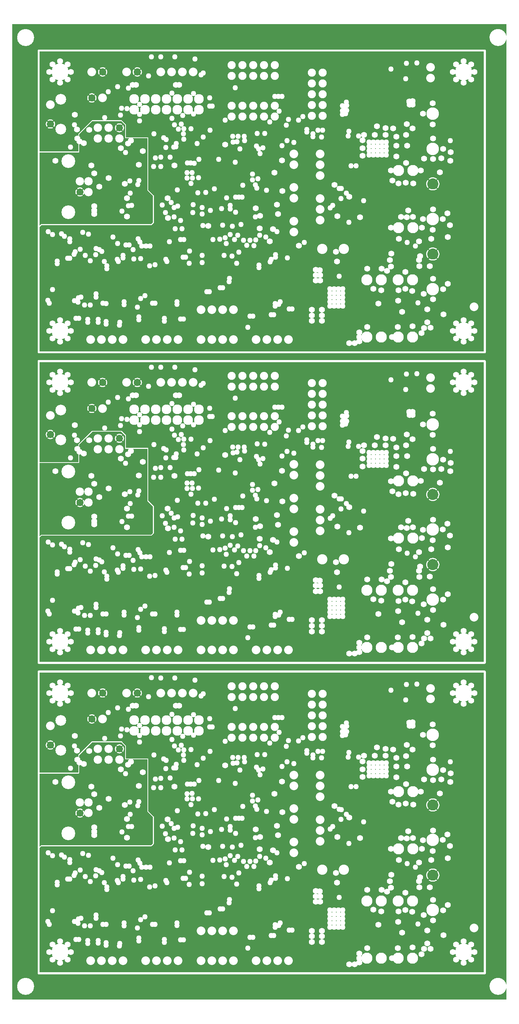
<source format=gbr>
G04 Generated on UCAM*
%FSLAX24Y24*%
%MOIN*%
%IPPOS*%
%ADD10C,0.08000*%
%ADD11C,0.05000*%
%ADD12C,0.09040*%
%ADD13C,0.07540*%
%ADD14C,0.09500*%
%ADD15C,0.10300*%
%ADD16C,0.07800*%
%ADD17C,0.12700*%
%ADD18C,0.05500*%
%ADD19C,0.15810*%
%ADD20C,0.11600*%
%ADD21C,0.09900*%
%SRX1Y1I0.0000J0.0000*%
%LN29384_layer2*%
%LPD*%
G36*
X9372Y99762D02*
X55172D01*
Y9372*
X9372*
Y10600*
X9810*
G75*
G3X11390Y10600I790J0D01*
G74*
G1X53590D01*
G75*
G3X54380Y9810I790J0D01*
G74*
G75*
G3X53590Y10600I0J790D01*
G74*
G1X11390D01*
G75*
G3X9810Y10600I-790J0D01*
G74*
G1X9372D01*
Y11811*
X11711*
G75*
G3X11811Y11711I100J0D01*
G74*
G1X53150D01*
G75*
G3X53250Y11811I0J100D01*
G74*
G1Y39764D01*
G75*
G3X53150Y39864I-100J0D01*
G74*
G1X11811D01*
G75*
G3X11711Y39764I0J-100D01*
G74*
G1Y11811D01*
X9372*
Y40591*
X11711*
G75*
G3X11811Y40491I100J0D01*
G74*
G1X53150D01*
G75*
G3X53250Y40591I0J100D01*
G74*
G1Y68543D01*
G75*
G3X53150Y68643I-100J0D01*
G74*
G1X11811D01*
G75*
G3X11711Y68543I0J-100D01*
G74*
G1Y40591D01*
X9372*
Y69370*
X11711*
G75*
G3X11811Y69270I100J0D01*
G74*
G1X53150D01*
G75*
G3X53250Y69370I0J100D01*
G74*
G1Y97323D01*
G75*
G3X53150Y97423I-100J0D01*
G74*
G1X11811D01*
G75*
G3X11711Y97323I0J-100D01*
G74*
G1Y69370D01*
X9372*
Y98533*
X9810*
G75*
G3X11390Y98533I790J0D01*
G74*
G1X53590D01*
G75*
G3X54380Y97743I790J0D01*
G74*
G75*
G3X53590Y98533I0J790D01*
G74*
G1X11390D01*
G75*
G3X9810Y98533I-790J0D01*
G74*
G1X9372D01*
Y99762*
G37*
G36*
X52018Y37767D02*
X52025Y37740D01*
X52037Y37715*
X52053Y37691*
X52072Y37671*
X52095Y37655*
X52119Y37642*
X52146Y37634*
X52174Y37630*
X52202Y37631*
X52229Y37637*
X52255Y37648*
X52279Y37662*
X52300Y37681*
X52318Y37703*
X52331Y37727*
X52341Y37753*
X52345Y37781*
Y37809*
X52341Y37837*
X52331Y37863*
X52318Y37887*
X52300Y37909*
X52279Y37928*
X52255Y37942*
X52229Y37953*
X52202Y37959*
X52174Y37960*
X52146Y37956*
X52119Y37948*
X52095Y37935*
X52072Y37919*
X52053Y37899*
X52037Y37875*
X52025Y37850*
X52018Y37823*
X52016Y37795*
X51861*
Y37824*
X51856Y37883*
X51846Y37940*
X51831Y37997*
X51811Y38052*
X51787Y38105*
X51758Y38156*
X51725Y38204*
X51687Y38250*
X51646Y38291*
X51602Y38330*
X51554Y38364*
X51504Y38394*
X51452Y38419*
X51397Y38440*
X51341Y38457*
X51283Y38468*
X51225Y38474*
X51166Y38475*
X51108Y38472*
X51050Y38463*
X50993Y38449*
X50938Y38430*
X50884Y38407*
X50832Y38379*
X50783Y38347*
X50737Y38311*
X50695Y38271*
X50656Y38227*
X50620Y38181*
X50589Y38131*
X50563Y38079*
X50540Y38025*
X50523Y37969*
X50511Y37912*
X50503Y37853*
X50501Y37795*
X50345*
Y37809*
X50341Y37837*
X50331Y37863*
X50318Y37887*
X50300Y37909*
X50279Y37928*
X50255Y37942*
X50229Y37953*
X50202Y37959*
X50174Y37960*
X50146Y37956*
X50119Y37948*
X50095Y37935*
X50072Y37919*
X50053Y37899*
X50037Y37875*
X50025Y37850*
X50018Y37823*
X50016Y37795*
X38393*
X38392Y37798*
X38380Y37832*
X38363Y37865*
X38342Y37894*
X38317Y37921*
X38289Y37944*
X38258Y37963*
X38224Y37978*
X38189Y37987*
X38153Y37992*
X38117*
X38081Y37987*
X38046Y37978*
X38012Y37963*
X37981Y37944*
X37953Y37921*
X37928Y37894*
X37907Y37865*
X37890Y37832*
X37878Y37798*
X37871Y37762*
X37868Y37726*
X37402*
X37399Y37762*
X37392Y37798*
X37380Y37832*
X37363Y37865*
X37342Y37894*
X37317Y37921*
X37289Y37944*
X37258Y37963*
X37224Y37978*
X37189Y37987*
X37153Y37992*
X37117*
X37081Y37987*
X37046Y37978*
X37012Y37963*
X36981Y37944*
X36953Y37921*
X36928Y37894*
X36907Y37865*
X36890Y37832*
X36878Y37798*
X36871Y37762*
X36868Y37726*
X27182*
X27178Y37742*
X27167Y37766*
X27153Y37787*
X27134Y37806*
X27113Y37820*
X27089Y37831*
X27064Y37837*
X27038Y37838*
X27012Y37834*
X26988Y37826*
X26965Y37813*
X26945Y37796*
X26929Y37776*
X26916Y37753*
X26908Y37728*
X26905Y37703*
X26907Y37665*
X26869Y37667*
X26842Y37663*
X26817Y37655*
X26793Y37641*
X26773Y37624*
X26757Y37603*
X26744Y37579*
X26737Y37554*
X26734Y37527*
X26242*
X26242*
X26276Y37544*
X26308Y37565*
X26336Y37590*
X26361Y37618*
X26382Y37650*
X26399Y37684*
X26411Y37720*
X26418Y37757*
X26421Y37795*
X26418Y37833*
X26411Y37870*
X26399Y37906*
X26382Y37940*
X26361Y37972*
X26336Y38000*
X26308Y38025*
X26290Y38037*
X44334*
X44336Y38011*
X44343Y37986*
X44355Y37963*
X44371Y37943*
X44390Y37925*
X44412Y37912*
X44436Y37902*
X44461Y37898*
X44487*
X44512Y37902*
X44536Y37912*
X44558Y37925*
X44577Y37943*
X44593Y37963*
X44605Y37986*
X44612Y38011*
X44614Y38037*
X44612Y38063*
X44605Y38088*
X44593Y38111*
X44577Y38131*
X44558Y38149*
X44536Y38162*
X44512Y38172*
X44487Y38176*
X44461*
X44436Y38172*
X44412Y38162*
X44390Y38149*
X44371Y38131*
X44355Y38111*
X44343Y38088*
X44336Y38063*
X44334Y38037*
X26290*
X26276Y38046*
X26242Y38063*
X26206Y38075*
X26169Y38082*
X26131Y38085*
X26093Y38082*
X26056Y38075*
X26020Y38063*
X25986Y38046*
X25954Y38025*
X25926Y38000*
X25901Y37972*
X25880Y37940*
X25863Y37906*
X25851Y37870*
X25844Y37833*
X25841Y37795*
X25421*
X25418Y37833*
X25411Y37870*
X25399Y37906*
X25382Y37940*
X25361Y37972*
X25336Y38000*
X25308Y38025*
X25276Y38046*
X25242Y38063*
X25206Y38075*
X25169Y38082*
X25131Y38085*
X25093Y38082*
X25056Y38075*
X25020Y38063*
X24986Y38046*
X24954Y38025*
X24926Y38000*
X24901Y37972*
X24880Y37940*
X24863Y37906*
X24851Y37870*
X24844Y37833*
X24841Y37795*
X24421*
X24418Y37833*
X24411Y37870*
X24399Y37906*
X24382Y37940*
X24361Y37972*
X24336Y38000*
X24308Y38025*
X24276Y38046*
X24242Y38063*
X24206Y38075*
X24169Y38082*
X24131Y38085*
X24093Y38082*
X24056Y38075*
X24020Y38063*
X23986Y38046*
X23954Y38025*
X23926Y38000*
X23901Y37972*
X23880Y37940*
X23863Y37906*
X23851Y37870*
X23844Y37833*
X23841Y37795*
X23421*
X23418Y37833*
X23411Y37870*
X23399Y37906*
X23382Y37940*
X23361Y37972*
X23336Y38000*
X23308Y38025*
X23276Y38046*
X23242Y38063*
X23206Y38075*
X23169Y38082*
X23131Y38085*
X23093Y38082*
X23056Y38075*
X23020Y38063*
X22986Y38046*
X22954Y38025*
X22926Y38000*
X22901Y37972*
X22880Y37940*
X22863Y37906*
X22851Y37870*
X22844Y37833*
X22841Y37795*
X21380*
Y37814*
X21375Y37860*
X21366Y37904*
X21351Y37948*
X21332Y37990*
X21309Y38029*
X21288Y38057*
X21217Y37986*
X21236Y37957*
X21255Y37918*
X21270Y37877*
X21278Y37834*
X21281Y37791*
X21278Y37748*
X21270Y37705*
X21255Y37664*
X21236Y37625*
X21217Y37596*
X20685*
X20666Y37625*
X20647Y37664*
X20632Y37705*
X20624Y37748*
X20621Y37791*
X20624Y37834*
X20632Y37877*
X20647Y37918*
X20666Y37957*
X20685Y37986*
X20614Y38057*
X20591Y38026*
X20566Y37983*
X20547Y37937*
X20532Y37890*
X20524Y37841*
X20521Y37791*
X20241*
X20238Y37829*
X20231Y37866*
X20219Y37902*
X20202Y37936*
X20181Y37968*
X20156Y37996*
X20128Y38021*
X20096Y38042*
X20062Y38059*
X20026Y38071*
X19989Y38078*
X19951Y38081*
X19913Y38078*
X19876Y38071*
X19840Y38059*
X19806Y38042*
X19774Y38021*
X19746Y37996*
X19721Y37968*
X19700Y37936*
X19683Y37902*
X19671Y37866*
X19664Y37829*
X19661Y37791*
X18170*
Y37814*
X18165Y37860*
X18156Y37904*
X18141Y37948*
X18122Y37990*
X18099Y38029*
X18078Y38057*
X18007Y37986*
X18026Y37957*
X18045Y37918*
X18060Y37877*
X18068Y37834*
X18071Y37791*
X18068Y37748*
X18060Y37705*
X18045Y37664*
X18026Y37625*
X18007Y37596*
X17475*
X17456Y37625*
X17437Y37664*
X17422Y37705*
X17414Y37748*
X17411Y37791*
X17414Y37834*
X17422Y37877*
X17437Y37918*
X17456Y37957*
X17475Y37986*
X17404Y38057*
X17381Y38026*
X17356Y37983*
X17337Y37937*
X17322Y37890*
X17314Y37841*
X17311Y37791*
X17031*
X17028Y37829*
X17021Y37866*
X17009Y37902*
X16992Y37936*
X16971Y37968*
X16946Y37996*
X16918Y38021*
X16886Y38042*
X16852Y38059*
X16816Y38071*
X16779Y38078*
X16741Y38081*
X16703Y38078*
X16666Y38071*
X16630Y38059*
X16596Y38042*
X16564Y38021*
X16536Y37996*
X16511Y37968*
X16490Y37936*
X16473Y37902*
X16461Y37866*
X16454Y37829*
X16451Y37791*
X14944*
Y37809*
X14940Y37837*
X14930Y37863*
X14917Y37887*
X14899Y37909*
X14878Y37928*
X14854Y37942*
X14828Y37953*
X14801Y37959*
X14773Y37960*
X14745Y37956*
X14718Y37948*
X14694Y37935*
X14671Y37919*
X14652Y37899*
X14636Y37875*
X14624Y37850*
X14617Y37823*
X14615Y37795*
X14460*
Y37824*
X14455Y37883*
X14445Y37940*
X14430Y37997*
X14410Y38052*
X14386Y38105*
X14373Y38128*
X17475*
X17546Y38057*
X17575Y38076*
X17614Y38095*
X17655Y38110*
X17698Y38118*
X17741Y38121*
X17784Y38118*
X17827Y38110*
X17868Y38095*
X17907Y38076*
X17936Y38057*
X18007Y38128*
X20685*
X20756Y38057*
X20785Y38076*
X20824Y38095*
X20865Y38110*
X20908Y38118*
X20951Y38121*
X20994Y38118*
X21037Y38110*
X21078Y38095*
X21117Y38076*
X21146Y38057*
X21217Y38128*
X21189Y38149*
X21150Y38172*
X21108Y38191*
X21064Y38206*
X21020Y38215*
X20974Y38220*
X20928*
X20882Y38215*
X20838Y38206*
X20794Y38191*
X20752Y38172*
X20713Y38149*
X20685Y38128*
X18007*
X17979Y38149*
X17940Y38172*
X17898Y38191*
X17854Y38206*
X17810Y38215*
X17764Y38220*
X17718*
X17672Y38215*
X17628Y38206*
X17584Y38191*
X17542Y38172*
X17503Y38149*
X17475Y38128*
X14373*
X14357Y38156*
X14324Y38204*
X14286Y38250*
X14245Y38291*
X14201Y38330*
X14153Y38364*
X14103Y38394*
X14051Y38419*
X13996Y38440*
X13940Y38457*
X13882Y38468*
X13824Y38474*
X13765Y38475*
X13707Y38472*
X13649Y38463*
X13592Y38449*
X13537Y38430*
X13483Y38407*
X13431Y38379*
X13382Y38347*
X13336Y38311*
X13294Y38271*
X13255Y38227*
X13219Y38181*
X13188Y38131*
X13162Y38079*
X13139Y38025*
X13122Y37969*
X13110Y37912*
X13102Y37853*
X13100Y37795*
X12944*
Y37809*
X12940Y37837*
X12930Y37863*
X12917Y37887*
X12899Y37909*
X12878Y37928*
X12854Y37942*
X12828Y37953*
X12801Y37959*
X12773Y37960*
X12745Y37956*
X12718Y37948*
X12694Y37935*
X12671Y37919*
X12652Y37899*
X12636Y37875*
X12624Y37850*
X12617Y37823*
X12615Y37795*
X11901*
Y38495*
X12915*
X12917Y38467*
X12924Y38440*
X12936Y38415*
X12952Y38391*
X12971Y38371*
X12994Y38355*
X13018Y38342*
X13045Y38334*
X13073Y38330*
X13101Y38331*
X13128Y38337*
X13154Y38348*
X13178Y38362*
X13199Y38381*
X13217Y38403*
X13230Y38427*
X13240Y38453*
X13244Y38481*
Y38495*
X14315*
X14317Y38467*
X14324Y38440*
X14336Y38415*
X14352Y38391*
X14371Y38371*
X14394Y38355*
X14418Y38342*
X14445Y38334*
X14473Y38330*
X14501Y38331*
X14528Y38337*
X14554Y38348*
X14578Y38362*
X14599Y38381*
X14617Y38403*
X14620Y38409*
X29441*
X29444Y38373*
X29451Y38337*
X29463Y38303*
X29480Y38270*
X29501Y38241*
X29526Y38214*
X29554Y38191*
X29585Y38172*
X29619Y38157*
X29654Y38148*
X29690Y38143*
X29726*
X29762Y38148*
X29797Y38157*
X29831Y38172*
X29862Y38191*
X29890Y38214*
X29915Y38241*
X29936Y38270*
X29953Y38303*
X29965Y38337*
X29972Y38373*
X29975Y38409*
X30441*
X30444Y38373*
X30451Y38337*
X30463Y38303*
X30480Y38270*
X30501Y38241*
X30526Y38214*
X30554Y38191*
X30585Y38172*
X30619Y38157*
X30654Y38148*
X30690Y38143*
X30726*
X30762Y38148*
X30797Y38157*
X30831Y38172*
X30862Y38191*
X30890Y38214*
X30915Y38241*
X30936Y38270*
X30953Y38303*
X30965Y38337*
X30972Y38373*
X30975Y38409*
X31442*
X31445Y38373*
X31452Y38337*
X31464Y38303*
X31481Y38270*
X31502Y38241*
X31527Y38214*
X31555Y38191*
X31586Y38172*
X31620Y38157*
X31655Y38148*
X31691Y38143*
X31727*
X31763Y38148*
X31798Y38157*
X31832Y38172*
X31863Y38191*
X31891Y38214*
X31916Y38241*
X31937Y38270*
X31954Y38303*
X31966Y38337*
X31973Y38373*
X31976Y38409*
X32441*
X32444Y38373*
X32451Y38337*
X32463Y38303*
X32480Y38270*
X32501Y38241*
X32526Y38214*
X32554Y38191*
X32585Y38172*
X32619Y38157*
X32654Y38148*
X32690Y38143*
X32726*
X32762Y38148*
X32797Y38157*
X32831Y38172*
X32862Y38191*
X32890Y38214*
X32915Y38241*
X32936Y38270*
X32953Y38303*
X32965Y38337*
X32972Y38373*
X32975Y38409*
X33442*
X33445Y38373*
X33452Y38337*
X33464Y38303*
X33481Y38270*
X33502Y38241*
X33527Y38214*
X33555Y38191*
X33586Y38172*
X33620Y38157*
X33655Y38148*
X33691Y38143*
X33727*
X33763Y38148*
X33798Y38157*
X33832Y38172*
X33863Y38191*
X33891Y38214*
X33904Y38228*
X47829*
X47832Y38190*
X47839Y38153*
X47851Y38117*
X47868Y38083*
X47889Y38051*
X47914Y38023*
X47942Y37998*
X47974Y37977*
X48008Y37960*
X48044Y37948*
X48081Y37941*
X48119Y37938*
X48157Y37941*
X48194Y37948*
X48230Y37960*
X48264Y37977*
X48296Y37998*
X48324Y38023*
X48349Y38051*
X48370Y38083*
X48387Y38117*
X48399Y38153*
X48406Y38190*
X48409Y38228*
X48406Y38266*
X48399Y38303*
X48387Y38339*
X48370Y38373*
X48349Y38405*
X48324Y38433*
X48296Y38458*
X48264Y38479*
X48232Y38495*
X50316*
X50318Y38467*
X50325Y38440*
X50337Y38415*
X50353Y38391*
X50372Y38371*
X50395Y38355*
X50419Y38342*
X50446Y38334*
X50474Y38330*
X50502Y38331*
X50529Y38337*
X50555Y38348*
X50579Y38362*
X50600Y38381*
X50618Y38403*
X50631Y38427*
X50641Y38453*
X50645Y38481*
Y38495*
X51716*
X51718Y38467*
X51725Y38440*
X51737Y38415*
X51753Y38391*
X51772Y38371*
X51795Y38355*
X51819Y38342*
X51846Y38334*
X51874Y38330*
X51902Y38331*
X51929Y38337*
X51955Y38348*
X51979Y38362*
X52000Y38381*
X52018Y38403*
X52031Y38427*
X52041Y38453*
X52045Y38481*
Y38509*
X52041Y38537*
X52031Y38563*
X52018Y38587*
X52000Y38609*
X51979Y38628*
X51955Y38642*
X51929Y38653*
X51902Y38659*
X51874Y38660*
X51846Y38656*
X51819Y38648*
X51795Y38635*
X51772Y38619*
X51753Y38599*
X51737Y38575*
X51725Y38550*
X51718Y38523*
X51716Y38495*
X50645*
Y38509*
X50641Y38537*
X50631Y38563*
X50618Y38587*
X50600Y38609*
X50579Y38628*
X50555Y38642*
X50529Y38653*
X50502Y38659*
X50474Y38660*
X50446Y38656*
X50419Y38648*
X50395Y38635*
X50372Y38619*
X50353Y38599*
X50337Y38575*
X50325Y38550*
X50318Y38523*
X50316Y38495*
X48232*
X48230Y38496*
X48194Y38508*
X48157Y38515*
X48119Y38518*
X48081Y38515*
X48044Y38508*
X48008Y38496*
X47974Y38479*
X47942Y38458*
X47914Y38433*
X47889Y38405*
X47868Y38373*
X47851Y38339*
X47839Y38303*
X47832Y38266*
X47829Y38228*
X33904*
X33916Y38241*
X33937Y38270*
X33954Y38303*
X33966Y38337*
X33973Y38373*
X33976Y38409*
X33973Y38445*
X33966Y38481*
X33954Y38515*
X33937Y38548*
X33921Y38571*
X45753*
X45755Y38545*
X45762Y38520*
X45774Y38497*
X45790Y38477*
X45809Y38459*
X45831Y38446*
X45855Y38436*
X45880Y38432*
X45906*
X45931Y38436*
X45955Y38446*
X45977Y38459*
X45996Y38477*
X46012Y38497*
X46024Y38520*
X46031Y38545*
X46033Y38571*
X46031Y38597*
X46029Y38603*
X46729*
X46731Y38577*
X46738Y38552*
X46750Y38529*
X46766Y38509*
X46785Y38491*
X46807Y38478*
X46831Y38468*
X46856Y38464*
X46882*
X46907Y38468*
X46931Y38478*
X46953Y38491*
X46972Y38509*
X46988Y38529*
X47000Y38552*
X47007Y38577*
X47009Y38603*
X47007Y38629*
X47000Y38654*
X46988Y38677*
X46972Y38697*
X46953Y38715*
X46931Y38728*
X46907Y38738*
X46882Y38742*
X46856*
X46831Y38738*
X46807Y38728*
X46785Y38715*
X46766Y38697*
X46750Y38677*
X46738Y38654*
X46731Y38629*
X46729Y38603*
X46029*
X46024Y38622*
X46012Y38645*
X45996Y38665*
X45977Y38683*
X45955Y38696*
X45931Y38706*
X45906Y38710*
X45880*
X45855Y38706*
X45831Y38696*
X45809Y38683*
X45790Y38665*
X45774Y38645*
X45762Y38622*
X45755Y38597*
X45753Y38571*
X33921*
X33916Y38577*
X33891Y38604*
X33863Y38627*
X33832Y38646*
X33798Y38661*
X33763Y38670*
X33727Y38675*
X33691*
X33655Y38670*
X33620Y38661*
X33586Y38646*
X33555Y38627*
X33527Y38604*
X33502Y38577*
X33481Y38548*
X33464Y38515*
X33452Y38481*
X33445Y38445*
X33442Y38409*
X32975*
X32972Y38445*
X32965Y38481*
X32953Y38515*
X32936Y38548*
X32915Y38577*
X32890Y38604*
X32862Y38627*
X32831Y38646*
X32797Y38661*
X32762Y38670*
X32726Y38675*
X32690*
X32654Y38670*
X32619Y38661*
X32585Y38646*
X32554Y38627*
X32526Y38604*
X32501Y38577*
X32480Y38548*
X32463Y38515*
X32451Y38481*
X32444Y38445*
X32441Y38409*
X31976*
X31973Y38445*
X31966Y38481*
X31954Y38515*
X31937Y38548*
X31916Y38577*
X31891Y38604*
X31863Y38627*
X31832Y38646*
X31798Y38661*
X31763Y38670*
X31727Y38675*
X31691*
X31655Y38670*
X31620Y38661*
X31586Y38646*
X31555Y38627*
X31527Y38604*
X31502Y38577*
X31481Y38548*
X31464Y38515*
X31452Y38481*
X31445Y38445*
X31442Y38409*
X30975*
X30972Y38445*
X30965Y38481*
X30953Y38515*
X30936Y38548*
X30915Y38577*
X30890Y38604*
X30862Y38627*
X30831Y38646*
X30797Y38661*
X30762Y38670*
X30726Y38675*
X30690*
X30654Y38670*
X30619Y38661*
X30585Y38646*
X30554Y38627*
X30526Y38604*
X30501Y38577*
X30480Y38548*
X30463Y38515*
X30451Y38481*
X30444Y38445*
X30441Y38409*
X29975*
X29972Y38445*
X29965Y38481*
X29953Y38515*
X29936Y38548*
X29915Y38577*
X29890Y38604*
X29862Y38627*
X29831Y38646*
X29797Y38661*
X29762Y38670*
X29726Y38675*
X29690*
X29654Y38670*
X29619Y38661*
X29585Y38646*
X29554Y38627*
X29526Y38604*
X29501Y38577*
X29480Y38548*
X29463Y38515*
X29451Y38481*
X29444Y38445*
X29441Y38409*
X14620*
X14630Y38427*
X14640Y38453*
X14644Y38481*
Y38509*
X14640Y38537*
X14630Y38563*
X14617Y38587*
X14599Y38609*
X14578Y38628*
X14554Y38642*
X14528Y38653*
X14501Y38659*
X14473Y38660*
X14445Y38656*
X14418Y38648*
X14394Y38635*
X14371Y38619*
X14352Y38599*
X14336Y38575*
X14324Y38550*
X14317Y38523*
X14315Y38495*
X13244*
Y38509*
X13240Y38537*
X13230Y38563*
X13217Y38587*
X13199Y38609*
X13178Y38628*
X13154Y38642*
X13128Y38653*
X13101Y38659*
X13073Y38660*
X13045Y38656*
X13018Y38648*
X12994Y38635*
X12971Y38619*
X12952Y38599*
X12936Y38575*
X12924Y38550*
X12917Y38523*
X12915Y38495*
X11901*
Y38795*
X13615*
X13617Y38767*
X13624Y38740*
X13636Y38715*
X13652Y38691*
X13671Y38671*
X13694Y38655*
X13718Y38642*
X13745Y38634*
X13773Y38630*
X13801Y38631*
X13828Y38637*
X13854Y38648*
X13878Y38662*
X13899Y38681*
X13917Y38703*
X13930Y38727*
X13940Y38753*
X13944Y38781*
Y38795*
X51016*
X51018Y38767*
X51025Y38740*
X51037Y38715*
X51053Y38691*
X51072Y38671*
X51095Y38655*
X51119Y38642*
X51146Y38634*
X51174Y38630*
X51202Y38631*
X51229Y38637*
X51255Y38648*
X51279Y38662*
X51300Y38681*
X51318Y38703*
X51331Y38727*
X51341Y38753*
X51345Y38781*
Y38809*
X51341Y38837*
X51331Y38863*
X51318Y38887*
X51300Y38909*
X51279Y38928*
X51255Y38942*
X51229Y38953*
X51202Y38959*
X51174Y38960*
X51146Y38956*
X51119Y38948*
X51095Y38935*
X51072Y38919*
X51053Y38899*
X51037Y38875*
X51025Y38850*
X51018Y38823*
X51016Y38795*
X13944*
Y38809*
X13940Y38837*
X13930Y38863*
X13917Y38887*
X13899Y38909*
X13878Y38928*
X13854Y38942*
X13828Y38953*
X13801Y38959*
X13773Y38960*
X13745Y38956*
X13718Y38948*
X13694Y38935*
X13671Y38919*
X13652Y38899*
X13636Y38875*
X13624Y38850*
X13617Y38823*
X13615Y38795*
X11901*
Y38971*
X26151*
X26153Y38945*
X26160Y38920*
X26172Y38897*
X26188Y38877*
X26207Y38859*
X26229Y38846*
X26253Y38836*
X26278Y38832*
X26304*
X26329Y38836*
X26353Y38846*
X26375Y38859*
X26394Y38877*
X26410Y38897*
X26422Y38920*
X26429Y38945*
X26431Y38971*
X26429Y38997*
X26422Y39022*
X26410Y39045*
X26394Y39065*
X26375Y39083*
X26353Y39096*
X26329Y39106*
X26304Y39110*
X26278*
X26253Y39106*
X26229Y39096*
X26207Y39083*
X26188Y39065*
X26172Y39045*
X26160Y39022*
X26153Y38997*
X26151Y38971*
X11901*
Y39201*
X22119*
X22121Y39175*
X22128Y39150*
X22140Y39127*
X22156Y39107*
X22175Y39089*
X22197Y39076*
X22221Y39066*
X22246Y39062*
X22272*
X22297Y39066*
X22321Y39076*
X22343Y39089*
X22362Y39107*
X22378Y39127*
X22390Y39150*
X22397Y39175*
X22398Y39193*
X22995*
X22997Y39167*
X23004Y39142*
X23016Y39119*
X23032Y39099*
X23051Y39081*
X23073Y39068*
X23097Y39058*
X23122Y39054*
X23148*
X23173Y39058*
X23197Y39068*
X23219Y39081*
X23238Y39099*
X23254Y39119*
X23266Y39142*
X23273Y39167*
X23275Y39193*
X24273*
X24275Y39167*
X24282Y39142*
X24294Y39119*
X24310Y39099*
X24329Y39081*
X24351Y39068*
X24375Y39058*
X24400Y39054*
X24426*
X24451Y39058*
X24475Y39068*
X24497Y39081*
X24516Y39099*
X24532Y39119*
X24544Y39142*
X24551Y39167*
X24553Y39193*
X24551Y39219*
X24544Y39244*
X24532Y39267*
X24516Y39287*
X24497Y39305*
X24475Y39318*
X24451Y39328*
X24426Y39332*
X24400*
X24375Y39328*
X24351Y39318*
X24329Y39305*
X24310Y39287*
X24294Y39267*
X24282Y39244*
X24275Y39219*
X24273Y39193*
X23275*
X23273Y39219*
X23266Y39244*
X23254Y39267*
X23238Y39287*
X23219Y39305*
X23197Y39318*
X23173Y39328*
X23148Y39332*
X23122*
X23097Y39328*
X23073Y39318*
X23051Y39305*
X23032Y39287*
X23016Y39267*
X23004Y39244*
X22997Y39219*
X22995Y39193*
X22398*
X22399Y39201*
X22397Y39227*
X22390Y39252*
X22378Y39275*
X22362Y39295*
X22343Y39313*
X22321Y39326*
X22297Y39336*
X22272Y39340*
X22246*
X22221Y39336*
X22197Y39326*
X22175Y39313*
X22156Y39295*
X22140Y39275*
X22128Y39252*
X22121Y39227*
X22119Y39201*
X11901*
Y39674*
X53060*
Y11901*
X11901*
Y12780*
X13615*
X13617Y12752*
X13624Y12725*
X13636Y12700*
X13652Y12676*
X13671Y12656*
X13694Y12640*
X13718Y12627*
X13745Y12619*
X13773Y12615*
X13801Y12616*
X13828Y12622*
X13854Y12633*
X13878Y12647*
X13880Y12649*
X40444*
X40446Y12621*
X40453Y12594*
X40465Y12569*
X40481Y12545*
X40500Y12525*
X40523Y12509*
X40547Y12496*
X40574Y12488*
X40602Y12484*
X40630Y12485*
X40657Y12491*
X40683Y12502*
X40707Y12516*
X40728Y12535*
X40746Y12557*
X40759Y12581*
X40769Y12607*
X40773Y12635*
Y12649*
X40924*
X40926Y12621*
X40933Y12594*
X40945Y12569*
X40961Y12545*
X40980Y12525*
X41003Y12509*
X41027Y12496*
X41054Y12488*
X41082Y12484*
X41110Y12485*
X41137Y12491*
X41163Y12502*
X41187Y12516*
X41208Y12535*
X41226Y12557*
X41239Y12581*
X41249Y12607*
X41253Y12635*
Y12663*
X41249Y12691*
X41239Y12717*
X41226Y12741*
X41208Y12763*
X41187Y12782*
X41163Y12796*
X41137Y12807*
X41127Y12809*
X41374*
X41376Y12781*
X41383Y12754*
X41395Y12729*
X41411Y12705*
X41430Y12685*
X41453Y12669*
X41477Y12656*
X41504Y12648*
X41532Y12644*
X41560Y12645*
X41587Y12651*
X41613Y12662*
X41637Y12676*
X41658Y12695*
X41676Y12717*
X41689Y12741*
X41699Y12767*
X41701Y12780*
X51016*
X51018Y12752*
X51025Y12725*
X51037Y12700*
X51053Y12676*
X51072Y12656*
X51095Y12640*
X51119Y12627*
X51146Y12619*
X51174Y12615*
X51202Y12616*
X51229Y12622*
X51255Y12633*
X51279Y12647*
X51300Y12666*
X51318Y12688*
X51331Y12712*
X51341Y12738*
X51345Y12766*
Y12794*
X51341Y12822*
X51331Y12848*
X51318Y12872*
X51300Y12894*
X51279Y12913*
X51255Y12927*
X51229Y12938*
X51202Y12944*
X51174Y12945*
X51146Y12941*
X51119Y12933*
X51095Y12920*
X51072Y12904*
X51053Y12884*
X51037Y12860*
X51025Y12835*
X51018Y12808*
X51016Y12780*
X41701*
X41703Y12795*
Y12823*
X41699Y12851*
X41689Y12877*
X41676Y12901*
X41658Y12923*
X41637Y12942*
X41613Y12956*
X41587Y12967*
X41560Y12973*
X41532Y12974*
X41504Y12970*
X41477Y12962*
X41453Y12949*
X41430Y12933*
X41411Y12913*
X41395Y12889*
X41383Y12864*
X41376Y12837*
X41374Y12809*
X41127*
X41110Y12813*
X41082Y12814*
X41054Y12810*
X41027Y12802*
X41003Y12789*
X40980Y12773*
X40961Y12753*
X40945Y12729*
X40933Y12704*
X40926Y12677*
X40924Y12649*
X40773*
Y12663*
X40769Y12691*
X40759Y12717*
X40746Y12741*
X40728Y12763*
X40707Y12782*
X40683Y12796*
X40657Y12807*
X40630Y12813*
X40602Y12814*
X40574Y12810*
X40547Y12802*
X40523Y12789*
X40500Y12773*
X40481Y12753*
X40465Y12729*
X40453Y12704*
X40446Y12677*
X40444Y12649*
X13880*
X13899Y12666*
X13917Y12688*
X13930Y12712*
X13940Y12738*
X13944Y12766*
Y12794*
X13940Y12822*
X13930Y12848*
X13917Y12872*
X13899Y12894*
X13878Y12913*
X13854Y12927*
X13828Y12938*
X13801Y12944*
X13773Y12945*
X13745Y12941*
X13718Y12933*
X13694Y12920*
X13671Y12904*
X13652Y12884*
X13636Y12860*
X13624Y12835*
X13617Y12808*
X13615Y12780*
X11901*
Y13080*
X12915*
X12917Y13052*
X12924Y13025*
X12936Y13000*
X12952Y12976*
X12971Y12956*
X12994Y12940*
X13018Y12927*
X13045Y12919*
X13073Y12915*
X13101Y12916*
X13128Y12922*
X13154Y12933*
X13178Y12947*
X13199Y12966*
X13217Y12988*
X13230Y13012*
X13240Y13038*
X13244Y13066*
Y13080*
X14315*
X14317Y13052*
X14324Y13025*
X14336Y13000*
X14352Y12976*
X14371Y12956*
X14394Y12940*
X14418Y12927*
X14445Y12919*
X14473Y12915*
X14501Y12916*
X14528Y12922*
X14554Y12933*
X14578Y12947*
X14599Y12966*
X14617Y12988*
X14619Y12991*
X16321*
X16324Y12953*
X16331Y12916*
X16343Y12880*
X16360Y12846*
X16381Y12814*
X16406Y12786*
X16434Y12761*
X16466Y12740*
X16500Y12723*
X16536Y12711*
X16573Y12704*
X16611Y12701*
X16649Y12704*
X16686Y12711*
X16722Y12723*
X16756Y12740*
X16788Y12761*
X16816Y12786*
X16841Y12814*
X16862Y12846*
X16879Y12880*
X16891Y12916*
X16898Y12953*
X16901Y12991*
X17321*
X17324Y12953*
X17331Y12916*
X17343Y12880*
X17360Y12846*
X17381Y12814*
X17406Y12786*
X17434Y12761*
X17466Y12740*
X17500Y12723*
X17536Y12711*
X17573Y12704*
X17611Y12701*
X17649Y12704*
X17686Y12711*
X17722Y12723*
X17756Y12740*
X17788Y12761*
X17816Y12786*
X17841Y12814*
X17862Y12846*
X17879Y12880*
X17891Y12916*
X17898Y12953*
X17901Y12991*
X18321*
X18324Y12953*
X18331Y12916*
X18343Y12880*
X18360Y12846*
X18381Y12814*
X18406Y12786*
X18434Y12761*
X18466Y12740*
X18500Y12723*
X18536Y12711*
X18573Y12704*
X18611Y12701*
X18649Y12704*
X18686Y12711*
X18722Y12723*
X18756Y12740*
X18788Y12761*
X18816Y12786*
X18841Y12814*
X18862Y12846*
X18879Y12880*
X18891Y12916*
X18898Y12953*
X18901Y12991*
X19321*
X19324Y12953*
X19331Y12916*
X19343Y12880*
X19360Y12846*
X19381Y12814*
X19406Y12786*
X19434Y12761*
X19466Y12740*
X19500Y12723*
X19536Y12711*
X19573Y12704*
X19611Y12701*
X19649Y12704*
X19686Y12711*
X19722Y12723*
X19756Y12740*
X19788Y12761*
X19816Y12786*
X19841Y12814*
X19862Y12846*
X19879Y12880*
X19891Y12916*
X19898Y12953*
X19901Y12991*
X21439*
X21442Y12953*
X21449Y12916*
X21461Y12880*
X21478Y12846*
X21499Y12814*
X21524Y12786*
X21552Y12761*
X21584Y12740*
X21618Y12723*
X21654Y12711*
X21691Y12704*
X21729Y12701*
X21767Y12704*
X21804Y12711*
X21840Y12723*
X21874Y12740*
X21906Y12761*
X21934Y12786*
X21959Y12814*
X21980Y12846*
X21997Y12880*
X22009Y12916*
X22016Y12953*
X22019Y12991*
X22439*
X22442Y12953*
X22449Y12916*
X22461Y12880*
X22478Y12846*
X22499Y12814*
X22524Y12786*
X22552Y12761*
X22584Y12740*
X22618Y12723*
X22654Y12711*
X22691Y12704*
X22729Y12701*
X22767Y12704*
X22804Y12711*
X22840Y12723*
X22874Y12740*
X22906Y12761*
X22934Y12786*
X22959Y12814*
X22980Y12846*
X22997Y12880*
X23009Y12916*
X23016Y12953*
X23019Y12991*
X23439*
X23442Y12953*
X23449Y12916*
X23461Y12880*
X23478Y12846*
X23499Y12814*
X23524Y12786*
X23552Y12761*
X23584Y12740*
X23618Y12723*
X23654Y12711*
X23691Y12704*
X23729Y12701*
X23767Y12704*
X23804Y12711*
X23840Y12723*
X23874Y12740*
X23906Y12761*
X23934Y12786*
X23959Y12814*
X23980Y12846*
X23997Y12880*
X24009Y12916*
X24016Y12953*
X24019Y12991*
X24439*
X24442Y12953*
X24449Y12916*
X24461Y12880*
X24478Y12846*
X24499Y12814*
X24524Y12786*
X24552Y12761*
X24584Y12740*
X24618Y12723*
X24654Y12711*
X24691Y12704*
X24729Y12701*
X24767Y12704*
X24804Y12711*
X24840Y12723*
X24874Y12740*
X24906Y12761*
X24934Y12786*
X24959Y12814*
X24980Y12846*
X24997Y12880*
X25009Y12916*
X25016Y12953*
X25019Y12991*
X26557*
X26560Y12953*
X26567Y12916*
X26579Y12880*
X26596Y12846*
X26617Y12814*
X26642Y12786*
X26670Y12761*
X26702Y12740*
X26736Y12723*
X26772Y12711*
X26809Y12704*
X26847Y12701*
X26885Y12704*
X26922Y12711*
X26958Y12723*
X26992Y12740*
X27024Y12761*
X27052Y12786*
X27077Y12814*
X27098Y12846*
X27115Y12880*
X27127Y12916*
X27134Y12953*
X27137Y12991*
X27557*
X27560Y12953*
X27567Y12916*
X27579Y12880*
X27596Y12846*
X27617Y12814*
X27642Y12786*
X27670Y12761*
X27702Y12740*
X27736Y12723*
X27772Y12711*
X27809Y12704*
X27847Y12701*
X27885Y12704*
X27922Y12711*
X27958Y12723*
X27992Y12740*
X28024Y12761*
X28052Y12786*
X28077Y12814*
X28098Y12846*
X28115Y12880*
X28127Y12916*
X28134Y12953*
X28137Y12991*
X28557*
X28560Y12953*
X28567Y12916*
X28579Y12880*
X28596Y12846*
X28617Y12814*
X28642Y12786*
X28670Y12761*
X28702Y12740*
X28736Y12723*
X28772Y12711*
X28809Y12704*
X28847Y12701*
X28885Y12704*
X28922Y12711*
X28958Y12723*
X28992Y12740*
X29024Y12761*
X29052Y12786*
X29077Y12814*
X29098Y12846*
X29115Y12880*
X29127Y12916*
X29134Y12953*
X29137Y12991*
X29557*
X29560Y12953*
X29567Y12916*
X29579Y12880*
X29596Y12846*
X29617Y12814*
X29642Y12786*
X29670Y12761*
X29702Y12740*
X29736Y12723*
X29772Y12711*
X29809Y12704*
X29847Y12701*
X29885Y12704*
X29922Y12711*
X29958Y12723*
X29992Y12740*
X30024Y12761*
X30052Y12786*
X30077Y12814*
X30098Y12846*
X30115Y12880*
X30127Y12916*
X30134Y12953*
X30137Y12991*
Y12995*
X31679*
X31682Y12957*
X31689Y12920*
X31701Y12884*
X31718Y12850*
X31739Y12818*
X31764Y12790*
X31792Y12765*
X31824Y12744*
X31858Y12727*
X31894Y12715*
X31931Y12708*
X31969Y12705*
X32007Y12708*
X32044Y12715*
X32080Y12727*
X32114Y12744*
X32146Y12765*
X32174Y12790*
X32199Y12818*
X32220Y12850*
X32237Y12884*
X32249Y12920*
X32256Y12957*
X32259Y12995*
X32679*
X32682Y12957*
X32689Y12920*
X32701Y12884*
X32718Y12850*
X32739Y12818*
X32764Y12790*
X32792Y12765*
X32824Y12744*
X32858Y12727*
X32894Y12715*
X32931Y12708*
X32969Y12705*
X33007Y12708*
X33044Y12715*
X33080Y12727*
X33114Y12744*
X33146Y12765*
X33174Y12790*
X33199Y12818*
X33220Y12850*
X33237Y12884*
X33249Y12920*
X33256Y12957*
X33259Y12995*
X33679*
X33682Y12957*
X33689Y12920*
X33701Y12884*
X33718Y12850*
X33739Y12818*
X33764Y12790*
X33792Y12765*
X33824Y12744*
X33858Y12727*
X33894Y12715*
X33931Y12708*
X33969Y12705*
X34007Y12708*
X34044Y12715*
X34080Y12727*
X34114Y12744*
X34146Y12765*
X34174Y12790*
X34199Y12818*
X34220Y12850*
X34237Y12884*
X34249Y12920*
X34256Y12957*
X34259Y12995*
X34679*
X34682Y12957*
X34689Y12920*
X34701Y12884*
X34718Y12850*
X34739Y12818*
X34764Y12790*
X34792Y12765*
X34824Y12744*
X34858Y12727*
X34894Y12715*
X34931Y12708*
X34969Y12705*
X35007Y12708*
X35044Y12715*
X35080Y12727*
X35114Y12744*
X35146Y12765*
X35174Y12790*
X35199Y12818*
X35220Y12850*
X35237Y12884*
X35249Y12920*
X35256Y12957*
X35259Y12995*
X35256Y13033*
X35249Y13070*
X35237Y13106*
X35220Y13140*
X35199Y13172*
X35174Y13200*
X35146Y13225*
X35141Y13228*
X41374*
X41376Y13200*
X41383Y13173*
X41395Y13148*
X41411Y13124*
X41430Y13104*
X41453Y13088*
X41477Y13075*
X41504Y13067*
X41532Y13063*
X41560Y13064*
X41587Y13070*
X41613Y13081*
X41637Y13095*
X41658Y13114*
X41676Y13136*
X41689Y13160*
X41699Y13186*
X41703Y13214*
Y13222*
X41813*
X41815Y13177*
X41823Y13133*
X41835Y13091*
X41852Y13049*
X41873Y13010*
X41898Y12973*
X41928Y12940*
X41961Y12909*
X41996Y12883*
X42035Y12861*
X42076Y12843*
X42119Y12829*
X42162Y12821*
X42207Y12817*
X42251Y12818*
X42296Y12825*
X42339Y12835*
X42381Y12851*
X42420Y12871*
X42458Y12896*
X42492Y12924*
X42523Y12956*
X42551Y12991*
X42574Y13029*
X42593Y13070*
X42608Y13112*
X42617Y13155*
X42622Y13200*
Y13222*
X43153*
X43155Y13177*
X43163Y13133*
X43175Y13091*
X43192Y13049*
X43213Y13010*
X43238Y12973*
X43268Y12940*
X43301Y12909*
X43336Y12883*
X43375Y12861*
X43416Y12843*
X43459Y12829*
X43502Y12821*
X43547Y12817*
X43591Y12818*
X43636Y12825*
X43679Y12835*
X43721Y12851*
X43760Y12871*
X43798Y12896*
X43832Y12924*
X43863Y12956*
X43891Y12991*
X43914Y13029*
X43933Y13070*
X43948Y13112*
X43957Y13155*
X43962Y13200*
Y13218*
X44384*
X44386Y13190*
X44394Y13163*
X44405Y13137*
X44421Y13114*
X44440Y13094*
X44463Y13077*
X44488Y13065*
X44515Y13057*
X44543Y13053*
X44571Y13054*
X44598Y13061*
X44624Y13071*
X44648Y13086*
X44669Y13105*
X44686Y13127*
X44709Y13168*
X44715Y13167*
X44729Y13106*
X44744Y13064*
X44763Y13023*
X44786Y12986*
X44814Y12951*
X44845Y12919*
X44880Y12891*
X44917Y12866*
X44957Y12846*
X44999Y12831*
X45042Y12820*
X45086Y12814*
X45130Y12813*
X45175Y12817*
X45218Y12826*
X45261Y12839*
X45302Y12857*
X45340Y12879*
X45376Y12906*
X45409Y12936*
X45438Y12970*
X45463Y13006*
X45484Y13045*
X45501Y13087*
X45513Y13130*
X45521Y13174*
X45523Y13218*
X46054*
X46056Y13173*
X46064Y13129*
X46076Y13087*
X46093Y13045*
X46114Y13006*
X46139Y12969*
X46169Y12936*
X46202Y12905*
X46237Y12879*
X46276Y12857*
X46317Y12839*
X46360Y12825*
X46403Y12817*
X46448Y12813*
X46492Y12814*
X46537Y12821*
X46580Y12831*
X46622Y12847*
X46661Y12867*
X46699Y12892*
X46733Y12920*
X46764Y12952*
X46792Y12987*
X46815Y13025*
X46834Y13066*
X46839Y13080*
X50316*
X50318Y13052*
X50325Y13025*
X50337Y13000*
X50353Y12976*
X50372Y12956*
X50395Y12940*
X50419Y12927*
X50446Y12919*
X50474Y12915*
X50502Y12916*
X50529Y12922*
X50555Y12933*
X50579Y12947*
X50600Y12966*
X50618Y12988*
X50631Y13012*
X50641Y13038*
X50645Y13066*
Y13080*
X51716*
X51718Y13052*
X51725Y13025*
X51737Y13000*
X51753Y12976*
X51772Y12956*
X51795Y12940*
X51819Y12927*
X51846Y12919*
X51874Y12915*
X51902Y12916*
X51929Y12922*
X51955Y12933*
X51979Y12947*
X52000Y12966*
X52018Y12988*
X52031Y13012*
X52041Y13038*
X52045Y13066*
Y13094*
X52041Y13122*
X52031Y13148*
X52018Y13172*
X52000Y13194*
X51979Y13213*
X51955Y13227*
X51929Y13238*
X51902Y13244*
X51874Y13245*
X51846Y13241*
X51819Y13233*
X51795Y13220*
X51772Y13204*
X51753Y13184*
X51737Y13160*
X51725Y13135*
X51718Y13108*
X51716Y13080*
X50645*
Y13094*
X50641Y13122*
X50631Y13148*
X50618Y13172*
X50600Y13194*
X50579Y13213*
X50555Y13227*
X50529Y13238*
X50502Y13244*
X50474Y13245*
X50446Y13241*
X50419Y13233*
X50395Y13220*
X50372Y13204*
X50353Y13184*
X50337Y13160*
X50325Y13135*
X50318Y13108*
X50316Y13080*
X46839*
X46849Y13108*
X46858Y13151*
X46863Y13196*
Y13240*
X46858Y13285*
X46849Y13328*
X46834Y13370*
X46815Y13411*
X46792Y13449*
X46764Y13484*
X46733Y13516*
X46699Y13544*
X46661Y13569*
X46622Y13589*
X46616Y13591*
X47116*
X47118Y13563*
X47125Y13536*
X47137Y13511*
X47153Y13487*
X47172Y13467*
X47195Y13451*
X47219Y13438*
X47246Y13430*
X47274Y13426*
X47302Y13427*
X47329Y13433*
X47355Y13444*
X47379Y13458*
X47400Y13477*
X47418Y13499*
X47431Y13523*
X47441Y13549*
X47445Y13577*
Y13605*
X47441Y13633*
X47431Y13659*
X47418Y13683*
X47400Y13705*
X47379Y13724*
X47355Y13738*
X47329Y13749*
X47302Y13755*
X47274Y13756*
X47246Y13752*
X47219Y13744*
X47195Y13731*
X47172Y13715*
X47153Y13695*
X47137Y13671*
X47125Y13646*
X47118Y13619*
X47116Y13591*
X46616*
X46580Y13605*
X46537Y13615*
X46492Y13622*
X46448Y13623*
X46403Y13619*
X46360Y13611*
X46317Y13597*
X46276Y13579*
X46237Y13557*
X46202Y13531*
X46169Y13500*
X46139Y13467*
X46114Y13430*
X46093Y13391*
X46076Y13349*
X46064Y13307*
X46056Y13263*
X46054Y13218*
X45523*
X45521Y13262*
X45513Y13306*
X45501Y13349*
X45484Y13391*
X45463Y13430*
X45438Y13466*
X45409Y13500*
X45376Y13530*
X45340Y13557*
X45302Y13579*
X45261Y13597*
X45218Y13610*
X45175Y13619*
X45130Y13623*
X45086Y13622*
X45042Y13616*
X44999Y13605*
X44957Y13590*
X44917Y13570*
X44880Y13545*
X44845Y13517*
X44814Y13485*
X44786Y13450*
X44763Y13413*
X44744Y13372*
X44729Y13330*
X44715Y13269*
X44709Y13268*
X44686Y13309*
X44669Y13331*
X44648Y13350*
X44624Y13365*
X44598Y13375*
X44571Y13382*
X44543Y13383*
X44515Y13379*
X44488Y13371*
X44463Y13359*
X44440Y13342*
X44421Y13322*
X44405Y13299*
X44394Y13273*
X44386Y13246*
X44384Y13218*
X43962*
Y13244*
X43957Y13289*
X43948Y13332*
X43933Y13374*
X43914Y13415*
X43891Y13453*
X43863Y13488*
X43832Y13520*
X43798Y13548*
X43760Y13573*
X43721Y13593*
X43679Y13609*
X43636Y13619*
X43591Y13626*
X43547Y13627*
X43502Y13623*
X43459Y13615*
X43416Y13601*
X43375Y13583*
X43336Y13561*
X43301Y13535*
X43268Y13504*
X43238Y13471*
X43213Y13434*
X43192Y13395*
X43175Y13353*
X43163Y13311*
X43155Y13267*
X43153Y13222*
X42622*
Y13244*
X42617Y13289*
X42608Y13332*
X42593Y13374*
X42574Y13415*
X42551Y13453*
X42523Y13488*
X42492Y13520*
X42458Y13548*
X42420Y13573*
X42381Y13593*
X42339Y13609*
X42296Y13619*
X42251Y13626*
X42207Y13627*
X42162Y13623*
X42119Y13615*
X42076Y13601*
X42035Y13583*
X41996Y13561*
X41961Y13535*
X41928Y13504*
X41898Y13471*
X41873Y13434*
X41852Y13395*
X41835Y13353*
X41823Y13311*
X41815Y13267*
X41813Y13222*
X41703*
Y13242*
X41699Y13270*
X41689Y13296*
X41676Y13320*
X41658Y13342*
X41637Y13361*
X41613Y13375*
X41587Y13386*
X41560Y13392*
X41532Y13393*
X41504Y13389*
X41477Y13381*
X41453Y13368*
X41430Y13352*
X41411Y13332*
X41395Y13308*
X41383Y13283*
X41376Y13256*
X41374Y13228*
X35141*
X35114Y13246*
X35080Y13263*
X35044Y13275*
X35007Y13282*
X34969Y13285*
X34931Y13282*
X34894Y13275*
X34858Y13263*
X34824Y13246*
X34792Y13225*
X34764Y13200*
X34739Y13172*
X34718Y13140*
X34701Y13106*
X34689Y13070*
X34682Y13033*
X34679Y12995*
X34259*
X34256Y13033*
X34249Y13070*
X34237Y13106*
X34220Y13140*
X34199Y13172*
X34174Y13200*
X34146Y13225*
X34114Y13246*
X34080Y13263*
X34044Y13275*
X34007Y13282*
X33969Y13285*
X33931Y13282*
X33894Y13275*
X33858Y13263*
X33824Y13246*
X33792Y13225*
X33764Y13200*
X33739Y13172*
X33718Y13140*
X33701Y13106*
X33689Y13070*
X33682Y13033*
X33679Y12995*
X33259*
X33256Y13033*
X33249Y13070*
X33237Y13106*
X33220Y13140*
X33199Y13172*
X33174Y13200*
X33146Y13225*
X33114Y13246*
X33080Y13263*
X33044Y13275*
X33007Y13282*
X32969Y13285*
X32931Y13282*
X32894Y13275*
X32858Y13263*
X32824Y13246*
X32792Y13225*
X32764Y13200*
X32739Y13172*
X32718Y13140*
X32701Y13106*
X32689Y13070*
X32682Y13033*
X32679Y12995*
X32259*
X32256Y13033*
X32249Y13070*
X32237Y13106*
X32220Y13140*
X32199Y13172*
X32174Y13200*
X32146Y13225*
X32114Y13246*
X32080Y13263*
X32044Y13275*
X32007Y13282*
X31969Y13285*
X31931Y13282*
X31894Y13275*
X31858Y13263*
X31824Y13246*
X31792Y13225*
X31764Y13200*
X31739Y13172*
X31718Y13140*
X31701Y13106*
X31689Y13070*
X31682Y13033*
X31679Y12995*
X30137*
X30134Y13029*
X30127Y13066*
X30115Y13102*
X30098Y13136*
X30077Y13168*
X30052Y13196*
X30024Y13221*
X29992Y13242*
X29958Y13259*
X29922Y13271*
X29885Y13278*
X29847Y13281*
X29809Y13278*
X29772Y13271*
X29736Y13259*
X29702Y13242*
X29670Y13221*
X29642Y13196*
X29617Y13168*
X29596Y13136*
X29579Y13102*
X29567Y13066*
X29560Y13029*
X29557Y12991*
X29137*
X29134Y13029*
X29127Y13066*
X29115Y13102*
X29098Y13136*
X29077Y13168*
X29052Y13196*
X29024Y13221*
X28992Y13242*
X28958Y13259*
X28922Y13271*
X28885Y13278*
X28847Y13281*
X28809Y13278*
X28772Y13271*
X28736Y13259*
X28702Y13242*
X28670Y13221*
X28642Y13196*
X28617Y13168*
X28596Y13136*
X28579Y13102*
X28567Y13066*
X28560Y13029*
X28557Y12991*
X28137*
X28134Y13029*
X28127Y13066*
X28115Y13102*
X28098Y13136*
X28077Y13168*
X28052Y13196*
X28024Y13221*
X27992Y13242*
X27958Y13259*
X27922Y13271*
X27885Y13278*
X27847Y13281*
X27809Y13278*
X27772Y13271*
X27736Y13259*
X27702Y13242*
X27670Y13221*
X27642Y13196*
X27617Y13168*
X27596Y13136*
X27579Y13102*
X27567Y13066*
X27560Y13029*
X27557Y12991*
X27137*
X27134Y13029*
X27127Y13066*
X27115Y13102*
X27098Y13136*
X27077Y13168*
X27052Y13196*
X27024Y13221*
X26992Y13242*
X26958Y13259*
X26922Y13271*
X26885Y13278*
X26847Y13281*
X26809Y13278*
X26772Y13271*
X26736Y13259*
X26702Y13242*
X26670Y13221*
X26642Y13196*
X26617Y13168*
X26596Y13136*
X26579Y13102*
X26567Y13066*
X26560Y13029*
X26557Y12991*
X25019*
X25016Y13029*
X25009Y13066*
X24997Y13102*
X24980Y13136*
X24959Y13168*
X24934Y13196*
X24906Y13221*
X24874Y13242*
X24840Y13259*
X24804Y13271*
X24767Y13278*
X24729Y13281*
X24691Y13278*
X24654Y13271*
X24618Y13259*
X24584Y13242*
X24552Y13221*
X24524Y13196*
X24499Y13168*
X24478Y13136*
X24461Y13102*
X24449Y13066*
X24442Y13029*
X24439Y12991*
X24019*
X24016Y13029*
X24009Y13066*
X23997Y13102*
X23980Y13136*
X23959Y13168*
X23934Y13196*
X23906Y13221*
X23874Y13242*
X23840Y13259*
X23804Y13271*
X23767Y13278*
X23729Y13281*
X23691Y13278*
X23654Y13271*
X23618Y13259*
X23584Y13242*
X23552Y13221*
X23524Y13196*
X23499Y13168*
X23478Y13136*
X23461Y13102*
X23449Y13066*
X23442Y13029*
X23439Y12991*
X23019*
X23016Y13029*
X23009Y13066*
X22997Y13102*
X22980Y13136*
X22959Y13168*
X22934Y13196*
X22906Y13221*
X22874Y13242*
X22840Y13259*
X22804Y13271*
X22767Y13278*
X22729Y13281*
X22691Y13278*
X22654Y13271*
X22618Y13259*
X22584Y13242*
X22552Y13221*
X22524Y13196*
X22499Y13168*
X22478Y13136*
X22461Y13102*
X22449Y13066*
X22442Y13029*
X22439Y12991*
X22019*
X22016Y13029*
X22009Y13066*
X21997Y13102*
X21980Y13136*
X21959Y13168*
X21934Y13196*
X21906Y13221*
X21874Y13242*
X21840Y13259*
X21804Y13271*
X21767Y13278*
X21729Y13281*
X21691Y13278*
X21654Y13271*
X21618Y13259*
X21584Y13242*
X21552Y13221*
X21524Y13196*
X21499Y13168*
X21478Y13136*
X21461Y13102*
X21449Y13066*
X21442Y13029*
X21439Y12991*
X19901*
X19898Y13029*
X19891Y13066*
X19879Y13102*
X19862Y13136*
X19841Y13168*
X19816Y13196*
X19788Y13221*
X19756Y13242*
X19722Y13259*
X19686Y13271*
X19649Y13278*
X19611Y13281*
X19573Y13278*
X19536Y13271*
X19500Y13259*
X19466Y13242*
X19434Y13221*
X19406Y13196*
X19381Y13168*
X19360Y13136*
X19343Y13102*
X19331Y13066*
X19324Y13029*
X19321Y12991*
X18901*
X18898Y13029*
X18891Y13066*
X18879Y13102*
X18862Y13136*
X18841Y13168*
X18816Y13196*
X18788Y13221*
X18756Y13242*
X18722Y13259*
X18686Y13271*
X18649Y13278*
X18611Y13281*
X18573Y13278*
X18536Y13271*
X18500Y13259*
X18466Y13242*
X18434Y13221*
X18406Y13196*
X18381Y13168*
X18360Y13136*
X18343Y13102*
X18331Y13066*
X18324Y13029*
X18321Y12991*
X17901*
X17898Y13029*
X17891Y13066*
X17879Y13102*
X17862Y13136*
X17841Y13168*
X17816Y13196*
X17788Y13221*
X17756Y13242*
X17722Y13259*
X17686Y13271*
X17649Y13278*
X17611Y13281*
X17573Y13278*
X17536Y13271*
X17500Y13259*
X17466Y13242*
X17434Y13221*
X17406Y13196*
X17381Y13168*
X17360Y13136*
X17343Y13102*
X17331Y13066*
X17324Y13029*
X17321Y12991*
X16901*
X16898Y13029*
X16891Y13066*
X16879Y13102*
X16862Y13136*
X16841Y13168*
X16816Y13196*
X16788Y13221*
X16756Y13242*
X16722Y13259*
X16686Y13271*
X16649Y13278*
X16611Y13281*
X16573Y13278*
X16536Y13271*
X16500Y13259*
X16466Y13242*
X16434Y13221*
X16406Y13196*
X16381Y13168*
X16360Y13136*
X16343Y13102*
X16331Y13066*
X16324Y13029*
X16321Y12991*
X14619*
X14630Y13012*
X14640Y13038*
X14644Y13066*
Y13094*
X14640Y13122*
X14630Y13148*
X14617Y13172*
X14599Y13194*
X14578Y13213*
X14554Y13227*
X14528Y13238*
X14501Y13244*
X14473Y13245*
X14445Y13241*
X14418Y13233*
X14394Y13220*
X14371Y13204*
X14352Y13184*
X14336Y13160*
X14324Y13135*
X14317Y13108*
X14315Y13080*
X13244*
Y13094*
X13240Y13122*
X13230Y13148*
X13217Y13172*
X13199Y13194*
X13178Y13213*
X13154Y13227*
X13128Y13238*
X13101Y13244*
X13073Y13245*
X13045Y13241*
X13018Y13233*
X12994Y13220*
X12971Y13204*
X12952Y13184*
X12936Y13160*
X12924Y13135*
X12917Y13108*
X12915Y13080*
X11901*
Y13780*
X12615*
X12617Y13752*
X12624Y13725*
X12636Y13700*
X12652Y13676*
X12671Y13656*
X12694Y13640*
X12718Y13627*
X12745Y13619*
X12773Y13615*
X12801Y13616*
X12828Y13622*
X12854Y13633*
X12878Y13647*
X12899Y13666*
X12917Y13688*
X12930Y13712*
X12940Y13738*
X12944Y13766*
Y13780*
X13100*
X13102Y13722*
X13110Y13663*
X13122Y13606*
X13139Y13550*
X13162Y13496*
X13188Y13444*
X13219Y13394*
X13255Y13348*
X13294Y13304*
X13336Y13264*
X13382Y13228*
X13431Y13196*
X13483Y13168*
X13537Y13145*
X13592Y13126*
X13649Y13112*
X13707Y13103*
X13765Y13100*
X13824Y13101*
X13882Y13107*
X13940Y13118*
X13996Y13135*
X14051Y13156*
X14103Y13181*
X14153Y13211*
X14201Y13245*
X14245Y13284*
X14286Y13325*
X14324Y13371*
X14357Y13419*
X14386Y13470*
X14410Y13523*
X14430Y13578*
X14445Y13635*
X14455Y13692*
X14460Y13751*
Y13780*
X14615*
X14617Y13752*
X14624Y13725*
X14636Y13700*
X14652Y13676*
X14671Y13656*
X14694Y13640*
X14718Y13627*
X14745Y13619*
X14773Y13615*
X14801Y13616*
X14828Y13622*
X14854Y13633*
X14878Y13647*
X14890Y13658*
X41374*
X41376Y13630*
X41383Y13603*
X41395Y13578*
X41411Y13554*
X41430Y13534*
X41453Y13518*
X41477Y13505*
X41504Y13497*
X41532Y13493*
X41560Y13494*
X41587Y13500*
X41613Y13511*
X41637Y13525*
X41658Y13544*
X41676Y13566*
X41689Y13590*
X41699Y13616*
X41703Y13644*
Y13672*
X41699Y13700*
X41689Y13726*
X41676Y13750*
X41658Y13772*
X41649Y13780*
X50016*
X50018Y13752*
X50025Y13725*
X50037Y13700*
X50053Y13676*
X50072Y13656*
X50095Y13640*
X50119Y13627*
X50146Y13619*
X50174Y13615*
X50202Y13616*
X50229Y13622*
X50255Y13633*
X50279Y13647*
X50300Y13666*
X50318Y13688*
X50331Y13712*
X50341Y13738*
X50345Y13766*
Y13780*
X50501*
X50503Y13722*
X50511Y13663*
X50523Y13606*
X50540Y13550*
X50563Y13496*
X50589Y13444*
X50620Y13394*
X50656Y13348*
X50695Y13304*
X50737Y13264*
X50783Y13228*
X50832Y13196*
X50884Y13168*
X50938Y13145*
X50993Y13126*
X51050Y13112*
X51108Y13103*
X51166Y13100*
X51225Y13101*
X51283Y13107*
X51341Y13118*
X51397Y13135*
X51452Y13156*
X51504Y13181*
X51554Y13211*
X51602Y13245*
X51646Y13284*
X51687Y13325*
X51725Y13371*
X51758Y13419*
X51787Y13470*
X51811Y13523*
X51831Y13578*
X51846Y13635*
X51856Y13692*
X51861Y13751*
Y13780*
X52016*
X52018Y13752*
X52025Y13725*
X52037Y13700*
X52053Y13676*
X52072Y13656*
X52095Y13640*
X52119Y13627*
X52146Y13619*
X52174Y13615*
X52202Y13616*
X52229Y13622*
X52255Y13633*
X52279Y13647*
X52300Y13666*
X52318Y13688*
X52331Y13712*
X52341Y13738*
X52345Y13766*
Y13794*
X52341Y13822*
X52331Y13848*
X52318Y13872*
X52300Y13894*
X52279Y13913*
X52255Y13927*
X52229Y13938*
X52202Y13944*
X52174Y13945*
X52146Y13941*
X52119Y13933*
X52095Y13920*
X52072Y13904*
X52053Y13884*
X52037Y13860*
X52025Y13835*
X52018Y13808*
X52016Y13780*
X51861*
Y13809*
X51856Y13868*
X51846Y13925*
X51831Y13982*
X51811Y14037*
X51787Y14090*
X51758Y14141*
X51725Y14189*
X51687Y14235*
X51646Y14276*
X51602Y14315*
X51554Y14349*
X51504Y14379*
X51452Y14404*
X51397Y14425*
X51341Y14442*
X51283Y14453*
X51225Y14459*
X51166Y14460*
X51108Y14457*
X51050Y14448*
X50993Y14434*
X50938Y14415*
X50884Y14392*
X50832Y14364*
X50783Y14332*
X50737Y14296*
X50695Y14256*
X50656Y14212*
X50620Y14166*
X50589Y14116*
X50563Y14064*
X50540Y14010*
X50523Y13954*
X50511Y13897*
X50503Y13838*
X50501Y13780*
X50345*
Y13794*
X50341Y13822*
X50331Y13848*
X50318Y13872*
X50300Y13894*
X50279Y13913*
X50255Y13927*
X50229Y13938*
X50202Y13944*
X50174Y13945*
X50146Y13941*
X50119Y13933*
X50095Y13920*
X50072Y13904*
X50053Y13884*
X50037Y13860*
X50025Y13835*
X50018Y13808*
X50016Y13780*
X41649*
X41637Y13791*
X41613Y13805*
X41587Y13816*
X41560Y13822*
X41532Y13823*
X41504Y13819*
X41477Y13811*
X41453Y13798*
X41430Y13782*
X41411Y13762*
X41395Y13738*
X41383Y13713*
X41376Y13686*
X41374Y13658*
X14890*
X14899Y13666*
X14917Y13688*
X14930Y13712*
X14940Y13738*
X14944Y13766*
Y13794*
X14940Y13822*
X14930Y13848*
X14917Y13872*
X14899Y13894*
X14878Y13913*
X14854Y13927*
X14828Y13938*
X14801Y13944*
X14773Y13945*
X14745Y13941*
X14718Y13933*
X14694Y13920*
X14671Y13904*
X14652Y13884*
X14636Y13860*
X14624Y13835*
X14617Y13808*
X14615Y13780*
X14460*
Y13809*
X14455Y13868*
X14445Y13925*
X14430Y13982*
X14410Y14037*
X14386Y14090*
X14364Y14129*
X31058*
X31060Y14103*
X31067Y14078*
X31079Y14055*
X31095Y14035*
X31114Y14017*
X31136Y14004*
X31160Y13994*
X31185Y13990*
X31211*
X31236Y13994*
X31260Y14004*
X31282Y14017*
X31301Y14035*
X31317Y14055*
X31329Y14078*
X31336Y14103*
X31338Y14129*
X31336Y14155*
X31334Y14159*
X42084*
X42086Y14131*
X42093Y14104*
X42105Y14079*
X42121Y14055*
X42140Y14035*
X42163Y14019*
X42187Y14006*
X42214Y13998*
X42242Y13994*
X42270Y13995*
X42297Y14001*
X42323Y14012*
X42347Y14026*
X42368Y14045*
X42386Y14067*
X42399Y14091*
X42409Y14117*
X42413Y14145*
Y14159*
X44943*
X44945Y14131*
X44952Y14104*
X44964Y14079*
X44980Y14055*
X44999Y14035*
X45022Y14019*
X45046Y14006*
X45073Y13998*
X45101Y13994*
X45129Y13995*
X45156Y14001*
X45182Y14012*
X45206Y14026*
X45227Y14045*
X45245Y14067*
X45258Y14091*
X45268Y14117*
X45272Y14145*
Y14173*
X45268Y14201*
X45264Y14211*
X46286*
X46288Y14183*
X46295Y14156*
X46307Y14131*
X46323Y14107*
X46342Y14087*
X46365Y14071*
X46389Y14058*
X46416Y14050*
X46444Y14046*
X46472Y14047*
X46499Y14053*
X46525Y14064*
X46532Y14068*
X47373*
X47375Y14040*
X47382Y14013*
X47394Y13988*
X47410Y13964*
X47429Y13944*
X47452Y13928*
X47476Y13915*
X47503Y13907*
X47531Y13903*
X47559Y13904*
X47586Y13910*
X47612Y13921*
X47636Y13935*
X47657Y13954*
X47675Y13976*
X47688Y14000*
X47698Y14026*
X47702Y14054*
Y14079*
X47954*
X47956Y14051*
X47963Y14024*
X47975Y13999*
X47991Y13975*
X48010Y13955*
X48033Y13939*
X48057Y13926*
X48084Y13918*
X48112Y13914*
X48140Y13915*
X48167Y13921*
X48193Y13932*
X48217Y13946*
X48238Y13965*
X48256Y13987*
X48269Y14011*
X48279Y14037*
X48283Y14065*
Y14093*
X48279Y14121*
X48269Y14147*
X48256Y14171*
X48238Y14193*
X48217Y14212*
X48193Y14226*
X48167Y14237*
X48140Y14243*
X48112Y14244*
X48084Y14240*
X48057Y14232*
X48033Y14219*
X48010Y14203*
X47991Y14183*
X47975Y14159*
X47963Y14134*
X47956Y14107*
X47954Y14079*
X47702*
Y14082*
X47698Y14110*
X47688Y14136*
X47675Y14160*
X47657Y14182*
X47636Y14201*
X47612Y14215*
X47586Y14226*
X47559Y14232*
X47531Y14233*
X47503Y14229*
X47476Y14221*
X47452Y14208*
X47429Y14192*
X47410Y14172*
X47394Y14148*
X47382Y14123*
X47375Y14096*
X47373Y14068*
X46532*
X46549Y14078*
X46570Y14097*
X46588Y14119*
X46601Y14143*
X46611Y14169*
X46615Y14197*
Y14225*
X46611Y14253*
X46601Y14279*
X46588Y14303*
X46570Y14325*
X46549Y14344*
X46525Y14358*
X46499Y14369*
X46472Y14375*
X46444Y14376*
X46416Y14372*
X46389Y14364*
X46365Y14351*
X46342Y14335*
X46323Y14315*
X46307Y14291*
X46295Y14266*
X46288Y14239*
X46286Y14211*
X45264*
X45258Y14227*
X45245Y14251*
X45227Y14273*
X45206Y14292*
X45182Y14306*
X45156Y14317*
X45129Y14323*
X45101Y14324*
X45073Y14320*
X45046Y14312*
X45022Y14299*
X44999Y14283*
X44980Y14263*
X44964Y14239*
X44952Y14214*
X44945Y14187*
X44943Y14159*
X42413*
Y14173*
X42409Y14201*
X42399Y14227*
X42386Y14251*
X42368Y14273*
X42347Y14292*
X42323Y14306*
X42297Y14317*
X42270Y14323*
X42242Y14324*
X42214Y14320*
X42187Y14312*
X42163Y14299*
X42140Y14283*
X42121Y14263*
X42105Y14239*
X42093Y14214*
X42086Y14187*
X42084Y14159*
X31334*
X31329Y14180*
X31317Y14203*
X31301Y14223*
X31282Y14241*
X31260Y14254*
X31236Y14264*
X31211Y14268*
X31185*
X31160Y14264*
X31136Y14254*
X31114Y14241*
X31095Y14223*
X31079Y14203*
X31067Y14180*
X31060Y14155*
X31058Y14129*
X14364*
X14357Y14141*
X14324Y14189*
X14286Y14235*
X14245Y14276*
X14201Y14315*
X14153Y14349*
X14103Y14379*
X14051Y14404*
X13996Y14425*
X13940Y14442*
X13882Y14453*
X13824Y14459*
X13765Y14460*
X13707Y14457*
X13649Y14448*
X13592Y14434*
X13537Y14415*
X13483Y14392*
X13431Y14364*
X13382Y14332*
X13336Y14296*
X13294Y14256*
X13255Y14212*
X13219Y14166*
X13188Y14116*
X13162Y14064*
X13139Y14010*
X13122Y13954*
X13110Y13897*
X13102Y13838*
X13100Y13780*
X12944*
Y13794*
X12940Y13822*
X12930Y13848*
X12917Y13872*
X12899Y13894*
X12878Y13913*
X12854Y13927*
X12828Y13938*
X12801Y13944*
X12773Y13945*
X12745Y13941*
X12718Y13933*
X12694Y13920*
X12671Y13904*
X12652Y13884*
X12636Y13860*
X12624Y13835*
X12617Y13808*
X12615Y13780*
X11901*
Y14480*
X12915*
X12917Y14452*
X12924Y14425*
X12936Y14400*
X12952Y14376*
X12971Y14356*
X12994Y14340*
X13018Y14327*
X13045Y14319*
X13073Y14315*
X13101Y14316*
X13128Y14322*
X13154Y14333*
X13178Y14347*
X13199Y14366*
X13217Y14388*
X13230Y14412*
X13240Y14438*
X13244Y14466*
Y14480*
X14315*
X14317Y14452*
X14324Y14425*
X14336Y14400*
X14352Y14376*
X14371Y14356*
X14394Y14340*
X14418Y14327*
X14445Y14319*
X14473Y14315*
X14501Y14316*
X14528Y14322*
X14554Y14333*
X14578Y14347*
X14599Y14366*
X14617Y14388*
X14629Y14409*
X17921*
X17923Y14383*
X17930Y14358*
X17942Y14335*
X17958Y14315*
X17977Y14297*
X17999Y14284*
X18023Y14274*
X18048Y14270*
X18074*
X18099Y14274*
X18123Y14284*
X18145Y14297*
X18164Y14315*
X18177Y14331*
X19161*
X19164Y14305*
X19171Y14279*
X19183Y14256*
X19199Y14235*
X19219Y14218*
X19242Y14204*
X19266Y14195*
X19293Y14191*
X19319Y14192*
X19345Y14198*
X19369Y14209*
X19391Y14223*
X19409Y14242*
X19424Y14264*
X19434Y14288*
X19440Y14314*
X19441Y14340*
X19436Y14366*
X19427Y14391*
X19414Y14414*
X19396Y14434*
X19363Y14459*
X19398Y14481*
X19417Y14499*
X19432Y14521*
X19443Y14544*
X19449Y14570*
X19451Y14596*
X19448Y14622*
X19439Y14647*
X19427Y14670*
X19410Y14690*
X19390Y14707*
X19367Y14719*
X19342Y14727*
X19316Y14731*
X19290Y14729*
X19265Y14723*
X19241Y14712*
X19220Y14697*
X19202Y14678*
X19187Y14656*
X19177Y14632*
X19172Y14607*
X19171Y14580*
X19176Y14555*
X19185Y14530*
X19198Y14508*
X19216Y14488*
X19249Y14463*
X19211Y14438*
X19190Y14416*
X19174Y14390*
X19164Y14361*
X19161Y14331*
X18177*
X18180Y14335*
X18191Y14358*
X18199Y14383*
X18201Y14409*
X18199Y14434*
X18192Y14459*
X18180Y14482*
X18165Y14503*
X18137Y14529*
X18165Y14554*
X18180Y14575*
X18192Y14598*
X18199Y14623*
X18201Y14648*
X18199Y14674*
X18191Y14699*
X18180Y14722*
X18164Y14742*
X18145Y14760*
X18123Y14773*
X18099Y14783*
X18074Y14787*
X18048*
X18023Y14783*
X17999Y14773*
X17977Y14760*
X17958Y14742*
X17942Y14722*
X17931Y14699*
X17923Y14674*
X17921Y14648*
X17923Y14623*
X17930Y14598*
X17942Y14575*
X17957Y14554*
X17985Y14528*
X17957Y14503*
X17942Y14483*
X17930Y14459*
X17923Y14435*
X17921Y14409*
X14629*
X14630Y14412*
X14640Y14438*
X14644Y14466*
Y14494*
X14640Y14522*
X14630Y14548*
X14617Y14572*
X14610Y14581*
X16231*
X16234Y14555*
X16241Y14529*
X16253Y14505*
X16270Y14484*
X16290Y14467*
X16313Y14454*
X16338Y14445*
X16364Y14441*
X16391Y14442*
X16417Y14449*
X16441Y14460*
X16463Y14475*
X16481Y14495*
X16495Y14517*
X16505Y14542*
X16510Y14568*
Y14594*
X16509Y14601*
X17181*
X17184Y14575*
X17191Y14549*
X17203Y14525*
X17220Y14504*
X17240Y14487*
X17263Y14474*
X17288Y14465*
X17314Y14461*
X17341Y14462*
X17367Y14469*
X17391Y14480*
X17413Y14495*
X17431Y14515*
X17445Y14537*
X17455Y14562*
X17460Y14588*
Y14614*
X17455Y14641*
X17445Y14665*
X17431Y14688*
X17413Y14707*
X17379Y14731*
X17412Y14755*
X17430Y14774*
X17445Y14795*
X17455Y14820*
Y14821*
X20951*
X20954Y14795*
X20961Y14769*
X20973Y14745*
X20990Y14724*
X21010Y14707*
X21033Y14694*
X21058Y14685*
X21084Y14681*
X21111Y14682*
X21137Y14689*
X21161Y14700*
X21183Y14715*
X21201Y14735*
X21215Y14757*
X21225Y14782*
X21230Y14808*
Y14834*
X21225Y14861*
X21215Y14885*
X21201Y14908*
X21183Y14927*
X21151Y14949*
X23318*
X23321Y14920*
X23330Y14892*
X23345Y14867*
X23364Y14845*
X23400Y14819*
X23371Y14798*
X23353Y14780*
X23338Y14758*
X23328Y14734*
X23322Y14708*
X23321Y14682*
X23325Y14656*
X23334Y14631*
X23348Y14609*
X23365Y14589*
X23386Y14573*
X23409Y14561*
X23434Y14554*
X23460Y14551*
X23486Y14553*
X23511Y14560*
X23535Y14572*
X23556Y14588*
X23573Y14607*
X23587Y14630*
X23596Y14654*
X23601Y14680*
X23600Y14706*
Y14708*
X36974*
X36976Y14680*
X36983Y14653*
X36995Y14628*
X37011Y14604*
X37030Y14584*
X37053Y14568*
X37077Y14555*
X37104Y14547*
X37132Y14543*
X37160Y14544*
X37187Y14550*
X37213Y14561*
X37237Y14575*
X37258Y14594*
X37276Y14616*
X37289Y14640*
X37299Y14666*
X37303Y14694*
Y14708*
X37894*
X37896Y14680*
X37903Y14653*
X37915Y14628*
X37931Y14604*
X37950Y14584*
X37973Y14568*
X37997Y14555*
X38024Y14547*
X38052Y14543*
X38080Y14544*
X38107Y14550*
X38133Y14561*
X38157Y14575*
X38160Y14578*
X47674*
X47676Y14550*
X47683Y14523*
X47695Y14498*
X47711Y14474*
X47730Y14454*
X47753Y14438*
X47777Y14425*
X47804Y14417*
X47832Y14413*
X47860Y14414*
X47887Y14420*
X47913Y14431*
X47937Y14445*
X47958Y14464*
X47971Y14480*
X50316*
X50318Y14452*
X50325Y14425*
X50337Y14400*
X50353Y14376*
X50372Y14356*
X50395Y14340*
X50419Y14327*
X50446Y14319*
X50474Y14315*
X50502Y14316*
X50529Y14322*
X50555Y14333*
X50579Y14347*
X50600Y14366*
X50618Y14388*
X50631Y14412*
X50641Y14438*
X50645Y14466*
Y14480*
X51716*
X51718Y14452*
X51725Y14425*
X51737Y14400*
X51753Y14376*
X51772Y14356*
X51795Y14340*
X51819Y14327*
X51846Y14319*
X51874Y14315*
X51902Y14316*
X51929Y14322*
X51955Y14333*
X51979Y14347*
X52000Y14366*
X52018Y14388*
X52031Y14412*
X52041Y14438*
X52045Y14466*
Y14494*
X52041Y14522*
X52031Y14548*
X52018Y14572*
X52000Y14594*
X51979Y14613*
X51955Y14627*
X51929Y14638*
X51902Y14644*
X51874Y14645*
X51846Y14641*
X51819Y14633*
X51795Y14620*
X51772Y14604*
X51753Y14584*
X51737Y14560*
X51725Y14535*
X51718Y14508*
X51716Y14480*
X50645*
Y14494*
X50641Y14522*
X50631Y14548*
X50618Y14572*
X50600Y14594*
X50579Y14613*
X50555Y14627*
X50529Y14638*
X50502Y14644*
X50474Y14645*
X50446Y14641*
X50419Y14633*
X50395Y14620*
X50372Y14604*
X50353Y14584*
X50337Y14560*
X50325Y14535*
X50318Y14508*
X50316Y14480*
X47971*
X47976Y14486*
X47989Y14510*
X47999Y14536*
X48003Y14564*
Y14592*
X47999Y14620*
X47989Y14646*
X47976Y14670*
X47958Y14692*
X47937Y14711*
X47913Y14725*
X47887Y14736*
X47860Y14742*
X47832Y14743*
X47804Y14739*
X47777Y14731*
X47753Y14718*
X47730Y14702*
X47711Y14682*
X47695Y14658*
X47683Y14633*
X47676Y14606*
X47674Y14578*
X38160*
X38178Y14594*
X38196Y14616*
X38209Y14640*
X38219Y14666*
X38223Y14694*
Y14722*
X38219Y14750*
X38209Y14776*
X38207Y14780*
X51016*
X51018Y14752*
X51025Y14725*
X51037Y14700*
X51053Y14676*
X51072Y14656*
X51095Y14640*
X51119Y14627*
X51146Y14619*
X51174Y14615*
X51202Y14616*
X51229Y14622*
X51255Y14633*
X51279Y14647*
X51300Y14666*
X51318Y14688*
X51331Y14712*
X51341Y14738*
X51345Y14766*
Y14794*
X51341Y14822*
X51331Y14848*
X51318Y14872*
X51300Y14894*
X51279Y14913*
X51255Y14927*
X51229Y14938*
X51202Y14944*
X51174Y14945*
X51146Y14941*
X51119Y14933*
X51095Y14920*
X51072Y14904*
X51053Y14884*
X51037Y14860*
X51025Y14835*
X51018Y14808*
X51016Y14780*
X38207*
X38196Y14800*
X38178Y14822*
X38157Y14841*
X38133Y14855*
X38107Y14866*
X38080Y14872*
X38052Y14873*
X38024Y14869*
X37997Y14861*
X37973Y14848*
X37950Y14832*
X37931Y14812*
X37915Y14788*
X37903Y14763*
X37896Y14736*
X37894Y14708*
X37303*
Y14722*
X37299Y14750*
X37289Y14776*
X37276Y14800*
X37258Y14822*
X37237Y14841*
X37213Y14855*
X37187Y14866*
X37160Y14872*
X37132Y14873*
X37104Y14869*
X37077Y14861*
X37053Y14848*
X37030Y14832*
X37011Y14812*
X36995Y14788*
X36983Y14763*
X36976Y14736*
X36974Y14708*
X23600*
X23595Y14732*
X23585Y14756*
X23571Y14778*
X23552Y14797*
X23519Y14821*
X23548Y14842*
X23566Y14860*
X23580Y14881*
X23589Y14901*
X24821*
X24824Y14874*
X24831Y14849*
X24844Y14825*
X24860Y14804*
X24881Y14786*
X24904Y14773*
X24930Y14765*
X24956Y14761*
X24983Y14763*
X25009Y14770*
X25033Y14781*
X25055Y14797*
X25073Y14817*
X25096Y14855*
X25118Y14818*
X25136Y14798*
X25156Y14783*
X25179Y14771*
X25204Y14764*
X25230Y14761*
X25256Y14763*
X25281Y14770*
X25304Y14782*
X25325Y14797*
X25342Y14816*
X25356Y14838*
X25366Y14863*
X25370Y14888*
Y14914*
X25366Y14939*
X25356Y14964*
X25342Y14986*
X25325Y15005*
X25304Y15020*
X25281Y15032*
X25256Y15039*
X25230Y15041*
X25204Y15038*
X25179Y15031*
X25156Y15019*
X25136Y15004*
X25118Y14984*
X25096Y14947*
X25073Y14985*
X25055Y15005*
X25033Y15021*
X25009Y15032*
X24983Y15039*
X24956Y15041*
X24930Y15037*
X24904Y15029*
X24881Y15016*
X24860Y14998*
X24844Y14977*
X24831Y14953*
X24824Y14928*
X24821Y14901*
X23589*
X23591Y14904*
X23597Y14929*
X23598Y14955*
X23595Y14980*
X23587Y15004*
X23575Y15027*
X23559Y15046*
X23539Y15063*
X23517Y15076*
X23493Y15084*
X23468Y15089*
X23442Y15088*
X23418Y15083*
X23394Y15073*
X23372Y15060*
X23354Y15042*
X23338Y15022*
X23327Y14999*
X23320Y14974*
X23318Y14949*
X21151*
X21149Y14951*
X21182Y14975*
X21200Y14994*
X21215Y15015*
X21225Y15040*
X21230Y15065*
X21231Y15091*
X21226Y15117*
X21218Y15138*
X31258*
X31260Y15112*
X31268Y15087*
X31280Y15064*
X31295Y15043*
X31315Y15025*
X31337Y15012*
X31362Y15003*
X31388Y14998*
X31414Y14999*
X31439Y15004*
X31464Y15014*
X31485Y15029*
X31504Y15047*
X31528Y15080*
X31552Y15047*
X31571Y15029*
X31592Y15014*
X31617Y15004*
X31642Y14999*
X31668Y14998*
X31694Y15003*
X31719Y15012*
X31741Y15025*
X31761Y15043*
X31776Y15064*
X31788Y15087*
X31796Y15112*
X31798Y15138*
X31796Y15164*
X31788Y15189*
X31776Y15212*
X31761Y15233*
X31741Y15251*
X31719Y15264*
X31694Y15273*
X31668Y15278*
X31642Y15277*
X31617Y15272*
X31592Y15262*
X31571Y15247*
X31552Y15229*
X31528Y15196*
X31504Y15229*
X31485Y15247*
X31464Y15262*
X31439Y15272*
X31414Y15277*
X31388Y15278*
X31362Y15273*
X31337Y15264*
X31315Y15251*
X31295Y15233*
X31280Y15212*
X31268Y15189*
X31260Y15164*
X31258Y15138*
X21218*
X21217Y15142*
X21204Y15164*
X21186Y15184*
X21165Y15199*
X21142Y15211*
X21117Y15219*
X21091Y15221*
X21065Y15219*
X21040Y15211*
X21017Y15199*
X20996Y15184*
X20978Y15164*
X20965Y15142*
X20956Y15117*
X20951Y15091*
X20952Y15065*
X20957Y15040*
X20967Y15015*
X20982Y14994*
X21000Y14975*
X21033Y14951*
X20997Y14925*
X20978Y14903*
X20963Y14878*
X20954Y14850*
X20951Y14821*
X17455*
X17460Y14845*
X17461Y14871*
X17456Y14897*
X17447Y14922*
X17434Y14944*
X17416Y14964*
X17395Y14979*
X17372Y14991*
X17347Y14999*
X17321Y15001*
X17295Y14999*
X17270Y14991*
X17247Y14979*
X17226Y14964*
X17208Y14944*
X17195Y14922*
X17186Y14897*
X17181Y14871*
X17182Y14845*
X17187Y14820*
X17197Y14795*
X17212Y14774*
X17230Y14755*
X17263Y14731*
X17227Y14705*
X17208Y14683*
X17193Y14658*
X17184Y14630*
X17181Y14601*
X16509*
X16505Y14621*
X16495Y14645*
X16481Y14668*
X16463Y14687*
X16429Y14711*
X16462Y14735*
X16480Y14754*
X16495Y14775*
X16505Y14800*
X16510Y14825*
X16511Y14851*
X16506Y14877*
X16497Y14902*
X16484Y14924*
X16466Y14944*
X16445Y14959*
X16422Y14971*
X16397Y14979*
X16371Y14981*
X16345Y14979*
X16320Y14971*
X16297Y14959*
X16276Y14944*
X16258Y14924*
X16245Y14902*
X16236Y14877*
X16231Y14851*
X16232Y14825*
X16237Y14800*
X16247Y14775*
X16262Y14754*
X16280Y14735*
X16313Y14711*
X16277Y14685*
X16258Y14663*
X16243Y14638*
X16234Y14610*
X16231Y14581*
X14610*
X14599Y14594*
X14578Y14613*
X14554Y14627*
X14528Y14638*
X14501Y14644*
X14473Y14645*
X14445Y14641*
X14418Y14633*
X14394Y14620*
X14371Y14604*
X14352Y14584*
X14336Y14560*
X14324Y14535*
X14317Y14508*
X14315Y14480*
X13244*
Y14494*
X13240Y14522*
X13230Y14548*
X13217Y14572*
X13199Y14594*
X13178Y14613*
X13154Y14627*
X13128Y14638*
X13101Y14644*
X13073Y14645*
X13045Y14641*
X13018Y14633*
X12994Y14620*
X12971Y14604*
X12952Y14584*
X12936Y14560*
X12924Y14535*
X12917Y14508*
X12915Y14480*
X11901*
Y14780*
X13615*
X13617Y14752*
X13624Y14725*
X13636Y14700*
X13652Y14676*
X13671Y14656*
X13694Y14640*
X13718Y14627*
X13745Y14619*
X13773Y14615*
X13801Y14616*
X13828Y14622*
X13854Y14633*
X13878Y14647*
X13899Y14666*
X13917Y14688*
X13930Y14712*
X13940Y14738*
X13944Y14766*
Y14794*
X13940Y14822*
X13930Y14848*
X13917Y14872*
X13899Y14894*
X13878Y14913*
X13854Y14927*
X13828Y14938*
X13813Y14941*
X15113*
X15116Y14914*
X15123Y14889*
X15135Y14865*
X15152Y14844*
X15172Y14827*
X15195Y14813*
X15221Y14805*
X15247Y14801*
X15274Y14803*
X15300Y14809*
X15324Y14820*
X15346Y14836*
X15364Y14856*
X15387Y14892*
X15410Y14856*
X15427Y14837*
X15448Y14822*
X15471Y14810*
X15496Y14803*
X15521Y14801*
X15547Y14803*
X15572Y14811*
X15595Y14822*
X15615Y14838*
X15633Y14857*
X15646Y14879*
X15656Y14903*
X15660Y14928*
Y14954*
X15656Y14979*
X15646Y15003*
X15633Y15025*
X15615Y15044*
X15595Y15060*
X15572Y15071*
X15547Y15079*
X15521Y15081*
X15496Y15079*
X15471Y15072*
X15448Y15060*
X15427Y15045*
X15410Y15026*
X15387Y14990*
X15364Y15026*
X15346Y15046*
X15324Y15062*
X15300Y15073*
X15274Y15079*
X15247Y15081*
X15221Y15077*
X15195Y15069*
X15172Y15055*
X15152Y15038*
X15135Y15017*
X15123Y14993*
X15116Y14968*
X15113Y14941*
X13813*
X13801Y14944*
X13773Y14945*
X13745Y14941*
X13718Y14933*
X13694Y14920*
X13671Y14904*
X13652Y14884*
X13636Y14860*
X13624Y14835*
X13617Y14808*
X13615Y14780*
X11901*
Y15299*
X33219*
X33221Y15274*
X33228Y15249*
X33240Y15226*
X33255Y15206*
X33273Y15188*
X33295Y15175*
X33319Y15165*
X33344Y15160*
X33369Y15159*
X33394Y15164*
X33418Y15172*
X33440Y15185*
X33460Y15202*
X33484Y15232*
X33508Y15202*
X33528Y15185*
X33550Y15172*
X33574Y15164*
X33599Y15159*
X33624Y15160*
X33649Y15165*
X33673Y15175*
X33695Y15188*
X33713Y15206*
X33728Y15226*
X33730Y15229*
X36974*
X36976Y15201*
X36983Y15174*
X36995Y15149*
X37011Y15125*
X37030Y15105*
X37053Y15089*
X37077Y15076*
X37104Y15068*
X37132Y15064*
X37160Y15065*
X37187Y15071*
X37213Y15082*
X37237Y15096*
X37258Y15115*
X37276Y15137*
X37289Y15161*
X37299Y15187*
X37303Y15215*
Y15229*
X37894*
X37896Y15201*
X37903Y15174*
X37915Y15149*
X37931Y15125*
X37950Y15105*
X37973Y15089*
X37997Y15076*
X38024Y15068*
X38052Y15064*
X38080Y15065*
X38107Y15071*
X38133Y15082*
X38157Y15096*
X38178Y15115*
X38196Y15137*
X38209Y15161*
X38219Y15187*
X38223Y15215*
Y15243*
X38219Y15271*
X38209Y15297*
X38196Y15321*
X38188Y15331*
X49176*
X49178Y15303*
X49185Y15276*
X49197Y15251*
X49213Y15227*
X49232Y15207*
X49255Y15191*
X49279Y15178*
X49306Y15170*
X49334Y15166*
X49362Y15167*
X49389Y15173*
X49415Y15184*
X49439Y15198*
X49460Y15217*
X49478Y15239*
X49491Y15263*
X49501Y15289*
X49505Y15317*
Y15345*
X49501Y15373*
X49491Y15399*
X49478Y15423*
X49460Y15445*
X49439Y15464*
X49415Y15478*
X49389Y15489*
X49362Y15495*
X49334Y15496*
X49306Y15492*
X49279Y15484*
X49255Y15471*
X49232Y15455*
X49213Y15435*
X49197Y15411*
X49185Y15386*
X49178Y15359*
X49176Y15331*
X38188*
X38178Y15343*
X38157Y15362*
X38133Y15376*
X38107Y15387*
X38080Y15393*
X38052Y15394*
X38024Y15390*
X37997Y15382*
X37973Y15369*
X37950Y15353*
X37931Y15333*
X37915Y15309*
X37903Y15284*
X37896Y15257*
X37894Y15229*
X37303*
Y15243*
X37299Y15271*
X37289Y15297*
X37276Y15321*
X37258Y15343*
X37237Y15362*
X37213Y15376*
X37187Y15387*
X37160Y15393*
X37132Y15394*
X37104Y15390*
X37077Y15382*
X37053Y15369*
X37030Y15353*
X37011Y15333*
X36995Y15309*
X36983Y15284*
X36976Y15257*
X36974Y15229*
X33730*
X33740Y15249*
X33747Y15274*
X33749Y15299*
X33747Y15324*
X33740Y15349*
X33728Y15372*
X33713Y15392*
X33695Y15410*
X33673Y15423*
X33649Y15433*
X33624Y15438*
X33599Y15439*
X33574Y15434*
X33550Y15426*
X33528Y15413*
X33508Y15396*
X33484Y15366*
X33460Y15396*
X33440Y15413*
X33418Y15426*
X33394Y15434*
X33369Y15439*
X33344Y15438*
X33319Y15433*
X33295Y15423*
X33273Y15410*
X33255Y15392*
X33240Y15372*
X33228Y15349*
X33221Y15324*
X33219Y15299*
X11901*
Y15747*
X26557*
X26560Y15709*
X26567Y15672*
X26579Y15636*
X26596Y15602*
X26617Y15570*
X26642Y15542*
X26670Y15517*
X26702Y15496*
X26736Y15479*
X26772Y15467*
X26809Y15460*
X26847Y15457*
X26885Y15460*
X26922Y15467*
X26958Y15479*
X26992Y15496*
X27024Y15517*
X27052Y15542*
X27077Y15570*
X27098Y15602*
X27115Y15636*
X27127Y15672*
X27134Y15709*
X27137Y15747*
X27557*
X27560Y15709*
X27567Y15672*
X27579Y15636*
X27596Y15602*
X27617Y15570*
X27642Y15542*
X27670Y15517*
X27702Y15496*
X27736Y15479*
X27772Y15467*
X27809Y15460*
X27847Y15457*
X27885Y15460*
X27922Y15467*
X27958Y15479*
X27992Y15496*
X28024Y15517*
X28052Y15542*
X28077Y15570*
X28098Y15602*
X28115Y15636*
X28127Y15672*
X28134Y15709*
X28137Y15747*
X28557*
X28560Y15709*
X28567Y15672*
X28579Y15636*
X28596Y15602*
X28617Y15570*
X28642Y15542*
X28670Y15517*
X28702Y15496*
X28736Y15479*
X28772Y15467*
X28809Y15460*
X28847Y15457*
X28885Y15460*
X28922Y15467*
X28958Y15479*
X28992Y15496*
X29024Y15517*
X29052Y15542*
X29077Y15570*
X29098Y15602*
X29115Y15636*
X29127Y15672*
X29134Y15709*
X29137Y15747*
X29557*
X29560Y15709*
X29567Y15672*
X29579Y15636*
X29596Y15602*
X29617Y15570*
X29642Y15542*
X29670Y15517*
X29702Y15496*
X29736Y15479*
X29772Y15467*
X29809Y15460*
X29847Y15457*
X29885Y15460*
X29922Y15467*
X29958Y15479*
X29992Y15496*
X30024Y15517*
X30052Y15542*
X30075Y15568*
X45314*
X45316Y15540*
X45323Y15513*
X45335Y15488*
X45351Y15464*
X45370Y15444*
X45393Y15428*
X45417Y15415*
X45444Y15407*
X45472Y15403*
X45500Y15404*
X45527Y15410*
X45553Y15421*
X45577Y15435*
X45598Y15454*
X45616Y15476*
X45629Y15500*
X45639Y15526*
X45643Y15554*
Y15582*
X45639Y15610*
X45629Y15636*
X45616Y15660*
X45598Y15682*
X45577Y15701*
X45553Y15715*
X45527Y15726*
X45500Y15732*
X45472Y15733*
X45444Y15729*
X45417Y15721*
X45393Y15708*
X45370Y15692*
X45351Y15672*
X45335Y15648*
X45323Y15623*
X45316Y15596*
X45314Y15568*
X30075*
X30077Y15570*
X30098Y15602*
X30115Y15636*
X30127Y15672*
X30134Y15709*
X30137Y15747*
X30134Y15785*
X30128Y15819*
X34889*
X34891Y15793*
X34899Y15768*
X34911Y15745*
X34926Y15724*
X34946Y15706*
X34968Y15693*
X34993Y15684*
X35019Y15679*
X35045Y15680*
X35070Y15685*
X35095Y15695*
X35116Y15710*
X35135Y15728*
X35159Y15761*
X35183Y15728*
X35202Y15710*
X35223Y15695*
X35248Y15685*
X35273Y15680*
X35299Y15679*
X35325Y15684*
X35350Y15693*
X35372Y15706*
X35392Y15724*
X35407Y15745*
X35413Y15756*
X36974*
X36976Y15728*
X36983Y15701*
X36995Y15676*
X37011Y15652*
X37030Y15632*
X37053Y15616*
X37077Y15603*
X37104Y15595*
X37132Y15591*
X37160Y15592*
X37187Y15598*
X37213Y15609*
X37237Y15623*
X37258Y15642*
X37276Y15664*
X37289Y15688*
X37299Y15714*
X37303Y15742*
Y15759*
X37894*
X37896Y15731*
X37903Y15704*
X37915Y15679*
X37931Y15655*
X37950Y15635*
X37973Y15619*
X37997Y15606*
X38024Y15598*
X38052Y15594*
X38080Y15595*
X38107Y15601*
X38133Y15612*
X38157Y15626*
X38178Y15645*
X38196Y15667*
X38209Y15691*
X38219Y15717*
X38223Y15745*
Y15773*
X38221Y15789*
X47674*
X47676Y15761*
X47683Y15734*
X47695Y15709*
X47711Y15685*
X47730Y15665*
X47753Y15649*
X47777Y15636*
X47804Y15628*
X47832Y15624*
X47860Y15625*
X47887Y15631*
X47913Y15642*
X47937Y15656*
X47958Y15675*
X47976Y15697*
X47989Y15721*
X47999Y15747*
X48003Y15775*
Y15803*
X47999Y15831*
X47989Y15857*
X47976Y15881*
X47958Y15903*
X47937Y15922*
X47913Y15936*
X47887Y15947*
X47860Y15953*
X47832Y15954*
X47804Y15950*
X47777Y15942*
X47753Y15929*
X47730Y15913*
X47711Y15893*
X47695Y15869*
X47683Y15844*
X47676Y15817*
X47674Y15789*
X38221*
X38219Y15801*
X38209Y15827*
X38196Y15851*
X38178Y15873*
X38157Y15892*
X38133Y15906*
X38107Y15917*
X38080Y15923*
X38052Y15924*
X38024Y15920*
X37997Y15912*
X37973Y15899*
X37950Y15883*
X37931Y15863*
X37915Y15839*
X37903Y15814*
X37896Y15787*
X37894Y15759*
X37303*
Y15770*
X37299Y15798*
X37289Y15824*
X37276Y15848*
X37258Y15870*
X37237Y15889*
X37213Y15903*
X37187Y15914*
X37160Y15920*
X37132Y15921*
X37104Y15917*
X37077Y15909*
X37053Y15896*
X37030Y15880*
X37011Y15860*
X36995Y15836*
X36983Y15811*
X36976Y15784*
X36974Y15756*
X35413*
X35419Y15768*
X35427Y15793*
X35429Y15819*
X35427Y15845*
X35419Y15870*
X35407Y15893*
X35392Y15914*
X35372Y15932*
X35350Y15945*
X35325Y15954*
X35299Y15959*
X35273Y15958*
X35248Y15953*
X35223Y15943*
X35202Y15928*
X35183Y15910*
X35159Y15877*
X35135Y15910*
X35116Y15928*
X35095Y15943*
X35070Y15953*
X35045Y15958*
X35019Y15959*
X34993Y15954*
X34968Y15945*
X34946Y15932*
X34926Y15914*
X34911Y15893*
X34899Y15870*
X34891Y15845*
X34889Y15819*
X30128*
X30127Y15822*
X30115Y15858*
X30098Y15892*
X30077Y15924*
X30052Y15952*
X30024Y15977*
X29992Y15998*
X29958Y16015*
X29922Y16027*
X29885Y16034*
X29847Y16037*
X29809Y16034*
X29772Y16027*
X29736Y16015*
X29702Y15998*
X29670Y15977*
X29642Y15952*
X29617Y15924*
X29596Y15892*
X29579Y15858*
X29567Y15822*
X29560Y15785*
X29557Y15747*
X29137*
X29134Y15785*
X29127Y15822*
X29115Y15858*
X29098Y15892*
X29077Y15924*
X29052Y15952*
X29024Y15977*
X28992Y15998*
X28958Y16015*
X28922Y16027*
X28885Y16034*
X28847Y16037*
X28809Y16034*
X28772Y16027*
X28736Y16015*
X28702Y15998*
X28670Y15977*
X28642Y15952*
X28617Y15924*
X28596Y15892*
X28579Y15858*
X28567Y15822*
X28560Y15785*
X28557Y15747*
X28137*
X28134Y15785*
X28127Y15822*
X28115Y15858*
X28098Y15892*
X28077Y15924*
X28052Y15952*
X28024Y15977*
X27992Y15998*
X27958Y16015*
X27922Y16027*
X27885Y16034*
X27847Y16037*
X27809Y16034*
X27772Y16027*
X27736Y16015*
X27702Y15998*
X27670Y15977*
X27642Y15952*
X27617Y15924*
X27596Y15892*
X27579Y15858*
X27567Y15822*
X27560Y15785*
X27557Y15747*
X27137*
X27134Y15785*
X27127Y15822*
X27115Y15858*
X27098Y15892*
X27077Y15924*
X27052Y15952*
X27024Y15977*
X26992Y15998*
X26958Y16015*
X26922Y16027*
X26885Y16034*
X26847Y16037*
X26809Y16034*
X26772Y16027*
X26736Y16015*
X26702Y15998*
X26670Y15977*
X26642Y15952*
X26617Y15924*
X26596Y15892*
X26579Y15858*
X26567Y15822*
X26560Y15785*
X26557Y15747*
X11901*
Y16001*
X20811*
X20813Y15975*
X20820Y15950*
X20832Y15927*
X20848Y15907*
X20867Y15889*
X20889Y15876*
X20913Y15866*
X20938Y15862*
X20964*
X20989Y15866*
X21013Y15876*
X21035Y15889*
X21054Y15907*
X21070Y15927*
X21082Y15950*
X21089Y15975*
X21091Y16001*
X21089Y16027*
X21082Y16052*
X21070Y16075*
X21059Y16089*
X33579*
X33582Y16063*
X33589Y16037*
X33601Y16014*
X33617Y15993*
X33637Y15976*
X33659Y15962*
X33684Y15953*
X33710Y15949*
X33737Y15950*
X33762Y15956*
X33787Y15966*
X33808Y15981*
X33827Y16000*
X33842Y16022*
X33852Y16046*
X33858Y16072*
Y16085*
X38637*
X38639Y16059*
X38646Y16034*
X38658Y16011*
X38674Y15991*
X38693Y15973*
X38715Y15960*
X38739Y15950*
X38764Y15946*
X38790*
X38815Y15950*
X38839Y15960*
X38861Y15973*
X38880Y15991*
X38896Y16011*
X38908Y16034*
X38915Y16059*
X38917Y16085*
X39037*
X39039Y16059*
X39046Y16034*
X39058Y16011*
X39074Y15991*
X39093Y15973*
X39115Y15960*
X39139Y15950*
X39164Y15946*
X39190*
X39215Y15950*
X39239Y15960*
X39261Y15973*
X39280Y15991*
X39296Y16011*
X39308Y16034*
X39315Y16059*
X39317Y16085*
X39437*
X39439Y16059*
X39446Y16034*
X39458Y16011*
X39474Y15991*
X39493Y15973*
X39515Y15960*
X39539Y15950*
X39564Y15946*
X39590*
X39615Y15950*
X39639Y15960*
X39661Y15973*
X39680Y15991*
X39696Y16011*
X39708Y16034*
X39715Y16059*
X39717Y16085*
X39837*
X39839Y16059*
X39846Y16034*
X39858Y16011*
X39874Y15991*
X39893Y15973*
X39915Y15960*
X39939Y15950*
X39964Y15946*
X39990*
X40015Y15950*
X40039Y15960*
X40061Y15973*
X40080Y15991*
X40096Y16011*
X40102Y16024*
X51885*
X51888Y15986*
X51895Y15949*
X51907Y15913*
X51924Y15879*
X51945Y15847*
X51970Y15819*
X51998Y15794*
X52030Y15773*
X52064Y15756*
X52100Y15744*
X52137Y15737*
X52175Y15734*
X52213Y15737*
X52250Y15744*
X52286Y15756*
X52320Y15773*
X52352Y15794*
X52380Y15819*
X52405Y15847*
X52426Y15879*
X52443Y15913*
X52455Y15949*
X52462Y15986*
X52465Y16024*
X52462Y16062*
X52455Y16099*
X52443Y16135*
X52426Y16169*
X52405Y16201*
X52380Y16229*
X52352Y16254*
X52320Y16275*
X52286Y16292*
X52250Y16304*
X52213Y16311*
X52175Y16314*
X52137Y16311*
X52100Y16304*
X52064Y16292*
X52030Y16275*
X51998Y16254*
X51970Y16229*
X51945Y16201*
X51924Y16169*
X51907Y16135*
X51895Y16099*
X51888Y16062*
X51885Y16024*
X40102*
X40108Y16034*
X40115Y16059*
X40117Y16085*
X40115Y16111*
X40108Y16136*
X40096Y16159*
X40080Y16179*
X40061Y16197*
X40039Y16210*
X40015Y16220*
X39990Y16224*
X39964*
X39939Y16220*
X39915Y16210*
X39893Y16197*
X39874Y16179*
X39858Y16159*
X39846Y16136*
X39839Y16111*
X39837Y16085*
X39717*
X39715Y16111*
X39708Y16136*
X39696Y16159*
X39680Y16179*
X39661Y16197*
X39639Y16210*
X39615Y16220*
X39590Y16224*
X39564*
X39539Y16220*
X39515Y16210*
X39493Y16197*
X39474Y16179*
X39458Y16159*
X39446Y16136*
X39439Y16111*
X39437Y16085*
X39317*
X39315Y16111*
X39308Y16136*
X39296Y16159*
X39280Y16179*
X39261Y16197*
X39239Y16210*
X39215Y16220*
X39190Y16224*
X39164*
X39139Y16220*
X39115Y16210*
X39093Y16197*
X39074Y16179*
X39058Y16159*
X39046Y16136*
X39039Y16111*
X39037Y16085*
X38917*
X38915Y16111*
X38908Y16136*
X38896Y16159*
X38880Y16179*
X38861Y16197*
X38839Y16210*
X38815Y16220*
X38790Y16224*
X38764*
X38739Y16220*
X38715Y16210*
X38693Y16197*
X38674Y16179*
X38658Y16159*
X38646Y16136*
X38639Y16111*
X38637Y16085*
X33858*
X33859Y16098*
X33855Y16124*
X33846Y16149*
X33832Y16171*
X33808Y16199*
X33832Y16225*
X33840Y16238*
X33918*
X33920Y16212*
X33928Y16187*
X33939Y16164*
X33955Y16143*
X33974Y16126*
X33996Y16112*
X34021Y16103*
X34046Y16099*
X34072*
X34098Y16104*
X34122Y16113*
X34144Y16127*
X34163Y16145*
X34178Y16166*
X34189Y16190*
X34196Y16215*
X34198Y16241*
X34195Y16266*
X34187Y16291*
X34175Y16314*
X34172Y16319*
X43144*
X43146Y16291*
X43153Y16264*
X43165Y16239*
X43181Y16215*
X43200Y16195*
X43223Y16179*
X43247Y16166*
X43274Y16158*
X43302Y16154*
X43330Y16155*
X43357Y16161*
X43383Y16172*
X43407Y16186*
X43428Y16205*
X43446Y16227*
X43459Y16251*
X43469Y16277*
X43473Y16305*
Y16333*
X43469Y16361*
X43459Y16387*
Y16388*
X46828*
X46830Y16362*
X46837Y16337*
X46849Y16314*
X46865Y16294*
X46884Y16276*
X46906Y16263*
X46930Y16253*
X46955Y16249*
X46981*
X47006Y16253*
X47030Y16263*
X47052Y16276*
X47071Y16294*
X47087Y16314*
X47099Y16337*
X47106Y16362*
X47108Y16388*
X47106Y16414*
X47099Y16439*
X47087Y16462*
X47071Y16482*
X47052Y16500*
X47030Y16513*
X47006Y16523*
X46981Y16527*
X46955*
X46930Y16523*
X46906Y16513*
X46884Y16500*
X46865Y16482*
X46849Y16462*
X46837Y16439*
X46830Y16414*
X46828Y16388*
X43459*
X43446Y16411*
X43428Y16433*
X43407Y16452*
X43383Y16466*
X43357Y16477*
X43330Y16483*
X43302Y16484*
X43274Y16480*
X43247Y16472*
X43223Y16459*
X43200Y16443*
X43181Y16423*
X43165Y16399*
X43153Y16374*
X43146Y16347*
X43144Y16319*
X34172*
X34148Y16349*
X34150Y16354*
X34194Y16348*
X34220Y16350*
X34245Y16356*
X34268Y16366*
X34289Y16381*
X34307Y16399*
X34322Y16420*
X34332Y16444*
X34338Y16469*
Y16485*
X38637*
X38639Y16459*
X38646Y16434*
X38658Y16411*
X38674Y16391*
X38693Y16373*
X38715Y16360*
X38739Y16350*
X38764Y16346*
X38790*
X38815Y16350*
X38839Y16360*
X38861Y16373*
X38880Y16391*
X38896Y16411*
X38908Y16434*
X38915Y16459*
X38917Y16485*
X39037*
X39039Y16459*
X39046Y16434*
X39058Y16411*
X39074Y16391*
X39093Y16373*
X39115Y16360*
X39139Y16350*
X39164Y16346*
X39190*
X39215Y16350*
X39239Y16360*
X39261Y16373*
X39280Y16391*
X39296Y16411*
X39308Y16434*
X39315Y16459*
X39317Y16485*
X39437*
X39439Y16459*
X39446Y16434*
X39458Y16411*
X39474Y16391*
X39493Y16373*
X39515Y16360*
X39539Y16350*
X39564Y16346*
X39590*
X39615Y16350*
X39639Y16360*
X39661Y16373*
X39680Y16391*
X39696Y16411*
X39708Y16434*
X39715Y16459*
X39717Y16485*
X39837*
X39839Y16459*
X39846Y16434*
X39858Y16411*
X39874Y16391*
X39893Y16373*
X39915Y16360*
X39939Y16350*
X39964Y16346*
X39990*
X40015Y16350*
X40039Y16360*
X40061Y16373*
X40080Y16391*
X40096Y16411*
X40108Y16434*
X40115Y16459*
X40117Y16485*
X40115Y16511*
X40108Y16536*
X40096Y16559*
X40080Y16579*
X40071Y16588*
X44963*
X44965Y16560*
X44972Y16533*
X44984Y16508*
X45000Y16484*
X45019Y16464*
X45042Y16448*
X45066Y16435*
X45093Y16427*
X45121Y16423*
X45149Y16424*
X45176Y16430*
X45202Y16441*
X45226Y16455*
X45247Y16474*
X45265Y16496*
X45278Y16520*
X45288Y16546*
X45292Y16574*
Y16602*
X45288Y16630*
X45278Y16656*
X45265Y16680*
X45247Y16702*
X45239Y16709*
X48204*
X48206Y16681*
X48213Y16654*
X48225Y16629*
X48241Y16605*
X48260Y16585*
X48283Y16569*
X48307Y16556*
X48334Y16548*
X48362Y16544*
X48390Y16545*
X48417Y16551*
X48443Y16562*
X48467Y16576*
X48488Y16595*
X48506Y16617*
X48519Y16641*
X48529Y16667*
X48533Y16695*
Y16723*
X48529Y16751*
X48519Y16777*
X48506Y16801*
X48488Y16823*
X48467Y16842*
X48443Y16856*
X48417Y16867*
X48390Y16873*
X48362Y16874*
X48334Y16870*
X48307Y16862*
X48283Y16849*
X48260Y16833*
X48241Y16813*
X48225Y16789*
X48213Y16764*
X48206Y16737*
X48204Y16709*
X45239*
X45226Y16721*
X45202Y16735*
X45176Y16746*
X45149Y16752*
X45121Y16753*
X45093Y16749*
X45066Y16741*
X45042Y16728*
X45019Y16712*
X45000Y16692*
X44984Y16668*
X44972Y16643*
X44965Y16616*
X44963Y16588*
X40071*
X40061Y16597*
X40039Y16610*
X40015Y16620*
X39990Y16624*
X39964*
X39939Y16620*
X39915Y16610*
X39893Y16597*
X39874Y16579*
X39858Y16559*
X39846Y16536*
X39839Y16511*
X39837Y16485*
X39717*
X39715Y16511*
X39708Y16536*
X39696Y16559*
X39680Y16579*
X39661Y16597*
X39639Y16610*
X39615Y16620*
X39590Y16624*
X39564*
X39539Y16620*
X39515Y16610*
X39493Y16597*
X39474Y16579*
X39458Y16559*
X39446Y16536*
X39439Y16511*
X39437Y16485*
X39317*
X39315Y16511*
X39308Y16536*
X39296Y16559*
X39280Y16579*
X39261Y16597*
X39239Y16610*
X39215Y16620*
X39190Y16624*
X39164*
X39139Y16620*
X39115Y16610*
X39093Y16597*
X39074Y16579*
X39058Y16559*
X39046Y16536*
X39039Y16511*
X39037Y16485*
X38917*
X38915Y16511*
X38908Y16536*
X38896Y16559*
X38880Y16579*
X38861Y16597*
X38839Y16610*
X38815Y16620*
X38790Y16624*
X38764*
X38739Y16620*
X38715Y16610*
X38693Y16597*
X38674Y16579*
X38658Y16559*
X38646Y16536*
X38639Y16511*
X38637Y16485*
X34338*
X34339Y16495*
X34335Y16520*
X34327Y16544*
X34315Y16567*
X34298Y16587*
X34279Y16603*
X34256Y16616*
X34232Y16624*
X34207Y16628*
X34181Y16627*
X34156Y16621*
X34132Y16611*
X34111Y16597*
X34093Y16579*
X34078Y16558*
X34067Y16535*
X34061Y16510*
X34059Y16484*
X34062Y16459*
X34070Y16434*
X34082Y16411*
X34109Y16377*
X34107Y16372*
X34061Y16378*
X34033Y16376*
X34006Y16368*
X33982Y16355*
X33960Y16338*
X33942Y16317*
X33929Y16292*
X33921Y16266*
X33918Y16238*
X33840*
X33845Y16247*
X33854Y16271*
X33858Y16296*
Y16322*
X33853Y16347*
X33844Y16371*
X33830Y16393*
X33813Y16412*
X33792Y16427*
X33769Y16439*
X33745Y16446*
X33719Y16448*
X33693Y16446*
X33669Y16439*
X33646Y16427*
X33625Y16412*
X33608Y16393*
X33594Y16371*
X33585Y16347*
X33580Y16322*
Y16296*
X33584Y16271*
X33593Y16247*
X33606Y16225*
X33630Y16199*
X33605Y16170*
X33591Y16145*
X33582Y16117*
X33579Y16089*
X21059*
X21054Y16095*
X21035Y16113*
X21013Y16126*
X20989Y16136*
X20964Y16140*
X20938*
X20913Y16136*
X20889Y16126*
X20867Y16113*
X20848Y16095*
X20832Y16075*
X20820Y16052*
X20813Y16027*
X20811Y16001*
X11901*
Y16611*
X12533*
X12536Y16583*
X12544Y16556*
X12558Y16532*
X12576Y16510*
X12598Y16493*
X12623Y16480*
X12650Y16473*
X12678Y16471*
X12725Y16478*
X12729Y16468*
X12693Y16441*
X12676Y16422*
X12662Y16399*
X12653Y16375*
X12649Y16349*
Y16323*
X12654Y16298*
X12664Y16274*
X12678Y16252*
X12696Y16233*
X12717Y16217*
X12740Y16206*
X12766Y16200*
X12792Y16198*
X12816Y16201*
X15921*
X15923Y16175*
X15930Y16150*
X15942Y16127*
X15958Y16107*
X15977Y16089*
X15999Y16076*
X16023Y16066*
X16048Y16062*
X16074*
X16099Y16066*
X16123Y16076*
X16145Y16089*
X16164Y16107*
X16180Y16127*
X16192Y16150*
X16199Y16175*
X16201Y16201*
X16461*
X16463Y16175*
X16470Y16150*
X16482Y16127*
X16498Y16107*
X16517Y16089*
X16539Y16076*
X16563Y16066*
X16588Y16062*
X16614*
X16639Y16066*
X16663Y16076*
X16685Y16089*
X16704Y16107*
X16720Y16127*
X16732Y16150*
X16739Y16175*
X16741Y16201*
X16739Y16227*
X16732Y16252*
X16720Y16275*
X16704Y16295*
X16685Y16313*
X16663Y16326*
X16639Y16336*
X16627Y16338*
X17609*
X17611Y16312*
X17618Y16287*
X17630Y16264*
X17646Y16244*
X17665Y16226*
X17687Y16213*
X17711Y16203*
X17736Y16199*
X17762*
X17787Y16203*
X17811Y16213*
X17833Y16226*
X17852Y16244*
X17868Y16264*
X17880Y16287*
X17887Y16312*
X17888Y16329*
X17919*
X17921Y16303*
X17928Y16278*
X17940Y16255*
X17956Y16235*
X17975Y16217*
X17997Y16204*
X18021Y16194*
X18046Y16190*
X18072*
X18097Y16194*
X18121Y16204*
X18143Y16217*
X18155Y16228*
X19579*
X19582Y16202*
X19589Y16176*
X19601Y16152*
X19618Y16131*
X19638Y16114*
X19661Y16101*
X19686Y16092*
X19712Y16088*
X19739Y16089*
X19765Y16096*
X19789Y16107*
X19811Y16122*
X19829Y16142*
X19843Y16164*
X19853Y16189*
X19858Y16215*
Y16241*
X19853Y16268*
X19843Y16292*
X19829Y16315*
X19811Y16334*
X19805Y16338*
X22208*
X22210Y16313*
X22217Y16288*
X22229Y16265*
X22244Y16244*
X22263Y16227*
X22284Y16213*
X22308Y16204*
X22333Y16199*
X22359Y16198*
X22384Y16203*
X22408Y16212*
X22430Y16225*
X22449Y16241*
X22474Y16272*
X22498Y16241*
X22517Y16225*
X22539Y16212*
X22563Y16203*
X22588Y16198*
X22614Y16199*
X22639Y16204*
X22663Y16213*
X22684Y16227*
X22696Y16238*
X24499*
X24502Y16212*
X24509Y16187*
X24521Y16163*
X24537Y16143*
X24556Y16125*
X24579Y16112*
X24603Y16103*
X24629Y16098*
X24655Y16099*
X24681Y16105*
X24705Y16115*
X24727Y16129*
X24746Y16148*
X24761Y16169*
X24771Y16193*
X24778Y16218*
X24779Y16245*
X24775Y16271*
X24767Y16295*
X24754Y16318*
X24737Y16338*
X24706Y16363*
X24736Y16387*
X24753Y16407*
X24766Y16429*
X24774Y16453*
X24779Y16478*
X24778Y16503*
X24773Y16528*
X24763Y16552*
X24750Y16574*
X24732Y16592*
X24712Y16607*
X24689Y16619*
X24664Y16626*
X24639Y16628*
X24614Y16626*
X24589Y16619*
X24566Y16607*
X24546Y16592*
X24528Y16574*
X24515Y16552*
X24505Y16528*
X24500Y16503*
X24499Y16478*
X24504Y16453*
X24512Y16429*
X24525Y16407*
X24542Y16387*
X24572Y16363*
X24540Y16337*
X24523Y16316*
X24510Y16292*
X24502Y16265*
X24499Y16238*
X22696*
X22703Y16244*
X22718Y16265*
X22730Y16288*
X22737Y16313*
X22739Y16338*
X22737Y16363*
X22730Y16388*
X22718Y16411*
X22703Y16432*
X22684Y16449*
X22663Y16463*
X22639Y16472*
X22614Y16477*
X22588Y16478*
X22563Y16473*
X22539Y16464*
X22517Y16451*
X22498Y16435*
X22474Y16404*
X22449Y16435*
X22430Y16451*
X22408Y16464*
X22384Y16473*
X22359Y16478*
X22333Y16477*
X22308Y16472*
X22284Y16463*
X22263Y16449*
X22244Y16432*
X22229Y16411*
X22217Y16388*
X22210Y16363*
X22208Y16338*
X19805*
X19777Y16358*
X19810Y16382*
X19828Y16401*
X19843Y16422*
X19853Y16447*
X19858Y16472*
X19859Y16498*
X19854Y16524*
X19845Y16549*
X19832Y16571*
X19814Y16591*
X19793Y16606*
X19770Y16618*
X19745Y16626*
X19719Y16628*
X19693Y16626*
X19668Y16618*
X19645Y16606*
X19624Y16591*
X19606Y16571*
X19593Y16549*
X19584Y16524*
X19579Y16498*
X19580Y16472*
X19585Y16447*
X19595Y16422*
X19610Y16401*
X19628Y16382*
X19661Y16358*
X19625Y16332*
X19606Y16310*
X19591Y16285*
X19582Y16257*
X19579Y16228*
X18155*
X18162Y16235*
X18178Y16255*
X18190Y16278*
X18197Y16303*
X18199Y16329*
X18197Y16355*
X18190Y16380*
X18178Y16403*
X18162Y16423*
X18143Y16441*
X18121Y16454*
X18097Y16464*
X18072Y16468*
X18046*
X18021Y16464*
X17997Y16454*
X17975Y16441*
X17956Y16423*
X17940Y16403*
X17928Y16380*
X17921Y16355*
X17919Y16329*
X17888*
X17889Y16338*
X17887Y16364*
X17880Y16389*
X17868Y16412*
X17852Y16432*
X17833Y16450*
X17811Y16463*
X17787Y16473*
X17762Y16477*
X17736*
X17711Y16473*
X17687Y16463*
X17665Y16450*
X17646Y16432*
X17630Y16412*
X17618Y16389*
X17611Y16364*
X17609Y16338*
X16627*
X16614Y16340*
X16588*
X16563Y16336*
X16539Y16326*
X16517Y16313*
X16498Y16295*
X16482Y16275*
X16470Y16252*
X16463Y16227*
X16461Y16201*
X16201*
X16199Y16227*
X16192Y16252*
X16180Y16275*
X16164Y16295*
X16145Y16313*
X16123Y16326*
X16099Y16336*
X16074Y16340*
X16048*
X16023Y16336*
X15999Y16326*
X15977Y16313*
X15958Y16295*
X15942Y16275*
X15930Y16252*
X15923Y16227*
X15921Y16201*
X12816*
X12817*
X12842Y16209*
X12865Y16221*
X12886Y16238*
X12902Y16258*
X12915Y16280*
X12924Y16305*
X12928Y16331*
X12927Y16357*
X12921Y16382*
X12910Y16406*
X12896Y16427*
X12885Y16438*
X15328*
X15330Y16412*
X15337Y16387*
X15349Y16364*
X15365Y16344*
X15384Y16326*
X15406Y16313*
X15430Y16303*
X15455Y16299*
X15481*
X15506Y16303*
X15530Y16313*
X15552Y16326*
X15571Y16344*
X15587Y16364*
X15599Y16387*
X15606Y16412*
X15608Y16438*
X15606Y16464*
X15599Y16489*
X15587Y16512*
X15571Y16532*
X15552Y16550*
X15530Y16563*
X15506Y16573*
X15481Y16577*
X15455*
X15430Y16573*
X15406Y16563*
X15384Y16550*
X15365Y16532*
X15349Y16512*
X15337Y16489*
X15330Y16464*
X15328Y16438*
X12885*
X12877Y16446*
X12856Y16460*
X12832Y16471*
X12807Y16477*
X12780Y16478*
X12736Y16471*
X12732Y16481*
X12768Y16508*
X12786Y16528*
X12799Y16551*
X12808Y16575*
X12812Y16599*
X14998*
X15000Y16573*
X15007Y16548*
X15019Y16525*
X15035Y16505*
X15054Y16487*
X15076Y16474*
X15100Y16464*
X15125Y16460*
X15151*
X15176Y16464*
X15200Y16474*
X15222Y16487*
X15241Y16505*
X15257Y16525*
X15269Y16548*
X15276Y16573*
X15278Y16599*
X15276Y16625*
X15269Y16650*
X15257Y16673*
X15241Y16693*
X15222Y16711*
X15200Y16724*
X15176Y16734*
X15151Y16738*
X15125*
X15100Y16734*
X15076Y16724*
X15054Y16711*
X15035Y16693*
X15019Y16673*
X15007Y16650*
X15000Y16625*
X14998Y16599*
X12812*
X12813Y16601*
X12812Y16628*
X12806Y16654*
X12796Y16678*
X12781Y16700*
X12763Y16718*
X12741Y16733*
X12717Y16744*
X12691Y16750*
X12665Y16751*
X12639Y16747*
X12614Y16738*
X12591Y16724*
X12571Y16707*
X12555Y16686*
X12543Y16663*
X12536Y16637*
X12533Y16611*
X11901*
Y16859*
X15339*
X15342Y16832*
X15349Y16807*
X15362Y16783*
X15378Y16762*
X15399Y16744*
X15422Y16731*
X15447Y16723*
X15474Y16719*
X15501Y16721*
X15527Y16727*
X15551Y16739*
X15573Y16755*
X15591Y16775*
X15605Y16798*
X15619Y16836*
X15651Y16811*
X15674Y16799*
X15699Y16791*
X15725Y16788*
X15751Y16790*
X15776Y16797*
X15800Y16808*
X15821Y16823*
X15838Y16842*
X15852Y16864*
X15862Y16888*
X15867Y16914*
Y16918*
X16979*
X16981Y16892*
X16988Y16867*
X17000Y16844*
X17016Y16824*
X17035Y16806*
X17057Y16793*
X17081Y16783*
X17106Y16779*
X17132*
X17134*
X21109*
X21111Y16753*
X21118Y16728*
X21130Y16705*
X21146Y16685*
X21165Y16667*
X21187Y16654*
X21211Y16644*
X21236Y16640*
X21262*
X21287Y16644*
X21311Y16654*
X21333Y16667*
X21352Y16685*
X21368Y16705*
X21380Y16728*
X21387Y16753*
X21389Y16779*
X21387Y16805*
X21380Y16830*
X21368Y16853*
X21352Y16873*
X21340Y16885*
X38637*
X38639Y16859*
X38646Y16834*
X38658Y16811*
X38674Y16791*
X38693Y16773*
X38715Y16760*
X38739Y16750*
X38764Y16746*
X38790*
X38815Y16750*
X38839Y16760*
X38861Y16773*
X38880Y16791*
X38896Y16811*
X38908Y16834*
X38915Y16859*
X38917Y16885*
X39037*
X39039Y16859*
X39046Y16834*
X39058Y16811*
X39074Y16791*
X39093Y16773*
X39115Y16760*
X39139Y16750*
X39164Y16746*
X39190*
X39215Y16750*
X39239Y16760*
X39261Y16773*
X39280Y16791*
X39296Y16811*
X39308Y16834*
X39315Y16859*
X39317Y16885*
X39437*
X39439Y16859*
X39446Y16834*
X39458Y16811*
X39474Y16791*
X39493Y16773*
X39515Y16760*
X39539Y16750*
X39564Y16746*
X39590*
X39615Y16750*
X39639Y16760*
X39661Y16773*
X39680Y16791*
X39696Y16811*
X39708Y16834*
X39715Y16859*
X39717Y16885*
X39837*
X39839Y16859*
X39846Y16834*
X39858Y16811*
X39874Y16791*
X39893Y16773*
X39915Y16760*
X39939Y16750*
X39964Y16746*
X39990*
X40015Y16750*
X40039Y16760*
X40061Y16773*
X40080Y16791*
X40096Y16811*
X40108Y16834*
X40115Y16859*
X40117Y16885*
X40115Y16911*
X40108Y16936*
X40096Y16959*
X40080Y16979*
X40061Y16997*
X40039Y17010*
X40015Y17020*
X39990Y17024*
X39964*
X39939Y17020*
X39915Y17010*
X39893Y16997*
X39874Y16979*
X39858Y16959*
X39846Y16936*
X39839Y16911*
X39837Y16885*
X39717*
X39715Y16911*
X39708Y16936*
X39696Y16959*
X39680Y16979*
X39661Y16997*
X39639Y17010*
X39615Y17020*
X39590Y17024*
X39564*
X39539Y17020*
X39515Y17010*
X39493Y16997*
X39474Y16979*
X39458Y16959*
X39446Y16936*
X39439Y16911*
X39437Y16885*
X39317*
X39315Y16911*
X39308Y16936*
X39296Y16959*
X39280Y16979*
X39261Y16997*
X39239Y17010*
X39215Y17020*
X39190Y17024*
X39164*
X39139Y17020*
X39115Y17010*
X39093Y16997*
X39074Y16979*
X39058Y16959*
X39046Y16936*
X39039Y16911*
X39037Y16885*
X38917*
X38915Y16911*
X38908Y16936*
X38896Y16959*
X38880Y16979*
X38861Y16997*
X38839Y17010*
X38815Y17020*
X38790Y17024*
X38764*
X38739Y17020*
X38715Y17010*
X38693Y16997*
X38674Y16979*
X38658Y16959*
X38646Y16936*
X38639Y16911*
X38637Y16885*
X21340*
X21333Y16891*
X21311Y16904*
X21287Y16914*
X21262Y16918*
X21236*
X21211Y16914*
X21187Y16904*
X21165Y16891*
X21146Y16873*
X21130Y16853*
X21118Y16830*
X21111Y16805*
X21109Y16779*
X17134*
X17157Y16783*
X17181Y16793*
X17203Y16806*
X17222Y16824*
X17238Y16844*
X17250Y16867*
X17257Y16892*
X17259Y16918*
X17257Y16944*
X17250Y16969*
X17238Y16992*
X17222Y17012*
X17203Y17030*
X17181Y17043*
X17157Y17053*
X17132Y17057*
X17106*
X17081Y17053*
X17057Y17043*
X17035Y17030*
X17016Y17012*
X17000Y16992*
X16988Y16969*
X16981Y16944*
X16979Y16918*
X15867*
Y16940*
X15863Y16965*
X15854Y16990*
X15840Y17012*
X15823Y17031*
X15802Y17047*
X15778Y17059*
X15777*
X21508*
X21510Y17033*
X21517Y17008*
X21529Y16985*
X21545Y16965*
X21564Y16947*
X21586Y16934*
X21610Y16924*
X21635Y16920*
X21661*
X21686Y16924*
X21710Y16934*
X21732Y16947*
X21751Y16965*
X21767Y16985*
X21779Y17008*
X21786Y17033*
X21788Y17059*
X21786Y17085*
X21779Y17110*
X21767Y17133*
X21751Y17153*
X21732Y17171*
X21710Y17184*
X21686Y17194*
X21661Y17198*
X21635*
X21610Y17194*
X21586Y17184*
X21564Y17171*
X21545Y17153*
X21529Y17133*
X21517Y17110*
X21510Y17085*
X21508Y17059*
X15777*
X15753Y17066*
X15727Y17068*
X15702Y17065*
X15677Y17058*
X15653Y17046*
X15633Y17030*
X15615Y17011*
X15602Y16989*
X15588Y16951*
X15555Y16977*
X15531Y16989*
X15504Y16997*
X15477Y16999*
X15450Y16996*
X15424Y16988*
X15400Y16975*
X15379Y16957*
X15362Y16936*
X15350Y16912*
X15342Y16886*
X15339Y16859*
X11901*
Y17219*
X16979*
X16981Y17193*
X16988Y17168*
X17000Y17145*
X17016Y17125*
X17035Y17107*
X17057Y17094*
X17081Y17084*
X17106Y17080*
X17132*
X17157Y17084*
X17181Y17094*
X17203Y17107*
X17222Y17125*
X17238Y17145*
X17250Y17168*
X17257Y17193*
X17259Y17219*
X17257Y17245*
X17250Y17270*
X17242Y17285*
X38637*
X38639Y17259*
X38646Y17234*
X38658Y17211*
X38674Y17191*
X38693Y17173*
X38715Y17160*
X38739Y17150*
X38764Y17146*
X38790*
X38815Y17150*
X38839Y17160*
X38861Y17173*
X38880Y17191*
X38896Y17211*
X38908Y17234*
X38915Y17259*
X38917Y17285*
X39037*
X39039Y17259*
X39046Y17234*
X39058Y17211*
X39074Y17191*
X39093Y17173*
X39115Y17160*
X39139Y17150*
X39164Y17146*
X39190*
X39215Y17150*
X39239Y17160*
X39261Y17173*
X39280Y17191*
X39296Y17211*
X39308Y17234*
X39315Y17259*
X39317Y17285*
X39437*
X39439Y17259*
X39446Y17234*
X39458Y17211*
X39474Y17191*
X39493Y17173*
X39515Y17160*
X39539Y17150*
X39564Y17146*
X39590*
X39615Y17150*
X39639Y17160*
X39661Y17173*
X39680Y17191*
X39696Y17211*
X39708Y17234*
X39715Y17259*
X39717Y17285*
X39837*
X39839Y17259*
X39846Y17234*
X39858Y17211*
X39874Y17191*
X39893Y17173*
X39915Y17160*
X39939Y17150*
X39964Y17146*
X39990*
X40015Y17150*
X40039Y17160*
X40061Y17173*
X40080Y17191*
X40096Y17211*
X40100Y17219*
X47344*
X47346Y17191*
X47353Y17164*
X47365Y17139*
X47381Y17115*
X47400Y17095*
X47423Y17079*
X47447Y17066*
X47474Y17058*
X47502Y17054*
X47530Y17055*
X47557Y17061*
X47583Y17072*
X47607Y17086*
X47628Y17105*
X47646Y17127*
X47659Y17151*
X47669Y17177*
X47673Y17205*
Y17233*
X47669Y17261*
X47659Y17287*
X47646Y17311*
X47628Y17333*
X47607Y17352*
X47583Y17366*
X47557Y17377*
X47530Y17383*
X47502Y17384*
X47474Y17380*
X47447Y17372*
X47423Y17359*
X47400Y17343*
X47381Y17323*
X47365Y17299*
X47353Y17274*
X47346Y17247*
X47344Y17219*
X40100*
X40108Y17234*
X40115Y17259*
X40117Y17285*
X40115Y17311*
X40108Y17336*
X40096Y17359*
X40080Y17379*
X40061Y17397*
X40039Y17410*
X40015Y17420*
X39990Y17424*
X39964*
X39939Y17420*
X39915Y17410*
X39893Y17397*
X39874Y17379*
X39858Y17359*
X39846Y17336*
X39839Y17311*
X39837Y17285*
X39717*
X39715Y17311*
X39708Y17336*
X39696Y17359*
X39680Y17379*
X39661Y17397*
X39639Y17410*
X39615Y17420*
X39590Y17424*
X39564*
X39539Y17420*
X39515Y17410*
X39493Y17397*
X39474Y17379*
X39458Y17359*
X39446Y17336*
X39439Y17311*
X39437Y17285*
X39317*
X39315Y17311*
X39308Y17336*
X39296Y17359*
X39280Y17379*
X39261Y17397*
X39239Y17410*
X39215Y17420*
X39190Y17424*
X39164*
X39139Y17420*
X39115Y17410*
X39093Y17397*
X39074Y17379*
X39058Y17359*
X39046Y17336*
X39039Y17311*
X39037Y17285*
X38917*
X38915Y17311*
X38908Y17336*
X38896Y17359*
X38880Y17379*
X38861Y17397*
X38839Y17410*
X38815Y17420*
X38790Y17424*
X38764*
X38739Y17420*
X38715Y17410*
X38693Y17397*
X38674Y17379*
X38658Y17359*
X38646Y17336*
X38639Y17311*
X38637Y17285*
X17242*
X17238Y17293*
X17222Y17313*
X17203Y17331*
X17181Y17344*
X17157Y17354*
X17132Y17358*
X17106*
X17081Y17354*
X17057Y17344*
X17035Y17331*
X17016Y17313*
X17000Y17293*
X16988Y17270*
X16981Y17245*
X16979Y17219*
X11901*
Y17428*
X27238*
X27240Y17403*
X27247Y17378*
X27259Y17355*
X27274Y17334*
X27293Y17317*
X27314Y17303*
X27338Y17294*
X27363Y17289*
X27389Y17288*
X27414Y17293*
X27438Y17302*
X27460Y17315*
X27479Y17331*
X27504Y17362*
X27528Y17331*
X27547Y17315*
X27569Y17302*
X27593Y17293*
X27618Y17288*
X27644Y17289*
X27669Y17294*
X27693Y17303*
X27714Y17317*
X27733Y17334*
X27748Y17355*
X27760Y17378*
X27767Y17403*
X27769Y17428*
X27767Y17453*
X27760Y17478*
X27748Y17501*
X27733Y17522*
X27714Y17539*
X27693Y17553*
X27669Y17562*
X27644Y17567*
X27618Y17568*
X27593Y17563*
X27569Y17554*
X27547Y17541*
X27528Y17525*
X27504Y17494*
X27479Y17525*
X27460Y17541*
X27438Y17554*
X27414Y17563*
X27389Y17568*
X27363Y17567*
X27338Y17562*
X27314Y17553*
X27293Y17539*
X27274Y17522*
X27259Y17501*
X27247Y17478*
X27240Y17453*
X27238Y17428*
X11901*
Y17610*
X12940*
X12942Y17584*
X12949Y17559*
X12961Y17536*
X12977Y17516*
X12996Y17498*
X13018Y17485*
X13042Y17475*
X13067Y17471*
X13093*
X13118Y17475*
X13142Y17485*
X13164Y17498*
X13183Y17516*
X13199Y17536*
X13211Y17559*
X13218Y17584*
X13220Y17610*
X13218Y17636*
X13211Y17661*
X13199Y17684*
X13183Y17704*
X13164Y17722*
X13142Y17735*
X13118Y17745*
X13093Y17749*
X13067*
X13042Y17745*
X13018Y17735*
X12996Y17722*
X12977Y17704*
X12961Y17684*
X12949Y17661*
X12942Y17636*
X12940Y17610*
X11901*
Y17779*
X28479*
X28482Y17753*
X28489Y17728*
X28501Y17704*
X28517Y17683*
X28536Y17666*
X28559Y17653*
X28584Y17644*
X28610Y17639*
X28636Y17640*
X28662Y17646*
X28686Y17656*
X28708Y17671*
X28734Y17697*
X28760Y17671*
X28782Y17656*
X28806Y17646*
X28832Y17640*
X28858Y17639*
X28884Y17644*
X28909Y17653*
X28932Y17666*
X28951Y17683*
X28952Y17685*
X38637*
X38639Y17659*
X38646Y17634*
X38658Y17611*
X38674Y17591*
X38693Y17573*
X38715Y17560*
X38739Y17550*
X38764Y17546*
X38790*
X38815Y17550*
X38839Y17560*
X38861Y17573*
X38880Y17591*
X38896Y17611*
X38908Y17634*
X38915Y17659*
X38917Y17685*
X39037*
X39039Y17659*
X39046Y17634*
X39058Y17611*
X39074Y17591*
X39093Y17573*
X39115Y17560*
X39139Y17550*
X39164Y17546*
X39190*
X39215Y17550*
X39239Y17560*
X39261Y17573*
X39280Y17591*
X39296Y17611*
X39308Y17634*
X39315Y17659*
X39317Y17685*
X39437*
X39439Y17659*
X39446Y17634*
X39458Y17611*
X39474Y17591*
X39493Y17573*
X39515Y17560*
X39539Y17550*
X39564Y17546*
X39590*
X39615Y17550*
X39639Y17560*
X39661Y17573*
X39680Y17591*
X39696Y17611*
X39708Y17634*
X39715Y17659*
X39717Y17685*
X39837*
X39839Y17659*
X39846Y17634*
X39858Y17611*
X39874Y17591*
X39893Y17573*
X39915Y17560*
X39939Y17550*
X39964Y17546*
X39990*
X40015Y17550*
X40039Y17560*
X40061Y17573*
X40080Y17591*
X40096Y17611*
X40108Y17634*
X40115Y17659*
X40117Y17685*
X40116Y17699*
X42663*
X42665Y17671*
X42672Y17644*
X42684Y17619*
X42700Y17595*
X42719Y17575*
X42742Y17559*
X42766Y17546*
X42793Y17538*
X42821Y17534*
X42849Y17535*
X42876Y17541*
X42896Y17549*
X43383*
X43385Y17521*
X43392Y17494*
X43404Y17469*
X43420Y17445*
X43439Y17425*
X43462Y17409*
X43486Y17396*
X43513Y17388*
X43541Y17384*
X43569Y17385*
X43596Y17391*
X43622Y17402*
X43646Y17416*
X43667Y17435*
X43685Y17457*
X43698Y17481*
X43708Y17507*
X43712Y17535*
Y17538*
X44994*
X44996Y17510*
X45003Y17483*
X45015Y17458*
X45031Y17434*
X45050Y17414*
X45073Y17398*
X45097Y17385*
X45124Y17377*
X45152Y17373*
X45180Y17374*
X45207Y17380*
X45233Y17391*
X45257Y17405*
X45278Y17424*
X45296Y17446*
X45309Y17470*
X45319Y17496*
Y17499*
X46263*
X46265Y17471*
X46272Y17444*
X46284Y17419*
X46300Y17395*
X46319Y17375*
X46342Y17359*
X46366Y17346*
X46393Y17338*
X46421Y17334*
X46449Y17335*
X46476Y17341*
X46502Y17352*
X46526Y17366*
X46547Y17385*
X46565Y17407*
X46578Y17431*
X46588Y17457*
X46592Y17485*
Y17513*
X46588Y17541*
X46578Y17567*
X46565Y17591*
X46547Y17613*
X46526Y17632*
X46502Y17646*
X46476Y17657*
X46449Y17663*
X46421Y17664*
X46393Y17660*
X46366Y17652*
X46342Y17639*
X46319Y17623*
X46300Y17603*
X46284Y17579*
X46272Y17554*
X46265Y17527*
X46263Y17499*
X45319*
X45323Y17524*
Y17552*
X45319Y17580*
X45309Y17606*
X45296Y17630*
X45278Y17652*
X45257Y17671*
X45256*
X45636*
X45638Y17643*
X45645Y17616*
X45657Y17591*
X45673Y17567*
X45692Y17547*
X45715Y17531*
X45739Y17518*
X45766Y17510*
X45794Y17506*
X45822Y17507*
X45849Y17513*
X45875Y17524*
X45899Y17538*
X45920Y17557*
X45938Y17579*
X45951Y17603*
X45961Y17629*
X45965Y17657*
Y17664*
X47868*
X47871Y17616*
X47878Y17568*
X47890Y17521*
X47907Y17476*
X47929Y17433*
X47955Y17392*
X47985Y17354*
X48019Y17319*
X48056Y17288*
X48096Y17261*
X48139Y17238*
X48184Y17220*
X48230Y17207*
X48278Y17198*
X48326Y17194*
X48374Y17195*
X48422Y17202*
X48469Y17213*
X48515Y17229*
X48559Y17249*
X48600Y17274*
X48639Y17303*
X48675Y17336*
X48707Y17372*
X48735Y17412*
X48758Y17454*
X48778Y17498*
X48792Y17544*
X48802Y17592*
X48807Y17640*
Y17658*
X49124*
X49126Y17630*
X49133Y17603*
X49145Y17578*
X49161Y17554*
X49180Y17534*
X49203Y17518*
X49227Y17505*
X49254Y17497*
X49282Y17493*
X49310Y17494*
X49337Y17500*
X49363Y17511*
X49387Y17525*
X49408Y17544*
X49426Y17566*
X49439Y17590*
X49449Y17616*
X49453Y17644*
Y17672*
X49449Y17700*
X49439Y17726*
X49426Y17750*
X49408Y17772*
X49387Y17791*
X49363Y17805*
X49337Y17816*
X49310Y17822*
X49282Y17823*
X49254Y17819*
X49227Y17811*
X49203Y17798*
X49180Y17782*
X49161Y17762*
X49145Y17738*
X49133Y17713*
X49126Y17686*
X49124Y17658*
X48807*
Y17688*
X48802Y17736*
X48792Y17784*
X48778Y17830*
X48758Y17874*
X48735Y17916*
X48707Y17956*
X48675Y17992*
X48639Y18025*
X48600Y18054*
X48559Y18079*
X48515Y18099*
X48469Y18115*
X48422Y18126*
X48374Y18133*
X48326Y18134*
X48278Y18130*
X48230Y18121*
X48184Y18108*
X48139Y18090*
X48096Y18067*
X48056Y18040*
X48019Y18009*
X47985Y17974*
X47955Y17936*
X47929Y17895*
X47907Y17852*
X47890Y17807*
X47878Y17760*
X47871Y17712*
X47868Y17664*
X45965*
Y17685*
X45961Y17713*
X45951Y17739*
X45938Y17763*
X45920Y17785*
X45899Y17804*
X45875Y17818*
X45849Y17829*
X45822Y17835*
X45794Y17836*
X45766Y17832*
X45739Y17824*
X45715Y17811*
X45692Y17795*
X45673Y17775*
X45657Y17751*
X45645Y17726*
X45638Y17699*
X45636Y17671*
X45256*
X45233Y17685*
X45207Y17696*
X45180Y17702*
X45152Y17703*
X45124Y17699*
X45097Y17691*
X45073Y17678*
X45050Y17662*
X45031Y17642*
X45015Y17618*
X45003Y17593*
X44996Y17566*
X44994Y17538*
X43712*
Y17563*
X43708Y17591*
X43698Y17617*
X43685Y17641*
X43667Y17663*
X43646Y17682*
X43622Y17696*
X43596Y17707*
X43569Y17713*
X43541Y17714*
X43513Y17710*
X43486Y17702*
X43462Y17689*
X43439Y17673*
X43420Y17653*
X43404Y17629*
X43392Y17604*
X43385Y17577*
X43383Y17549*
X42896*
X42902Y17552*
X42926Y17566*
X42947Y17585*
X42965Y17607*
X42978Y17631*
X42988Y17657*
X42992Y17685*
Y17713*
X42988Y17741*
X42978Y17767*
X42965Y17791*
X42947Y17813*
X42926Y17832*
X42902Y17846*
X42876Y17857*
X42849Y17863*
X42821Y17864*
X42793Y17860*
X42766Y17852*
X42742Y17839*
X42719Y17823*
X42700Y17803*
X42684Y17779*
X42672Y17754*
X42665Y17727*
X42663Y17699*
X40116*
X40115Y17711*
X40108Y17736*
X40096Y17759*
X40080Y17779*
X40061Y17797*
X40039Y17810*
X40015Y17820*
X39990Y17824*
X39964*
X39939Y17820*
X39915Y17810*
X39893Y17797*
X39874Y17779*
X39858Y17759*
X39846Y17736*
X39839Y17711*
X39837Y17685*
X39717*
X39715Y17711*
X39708Y17736*
X39696Y17759*
X39680Y17779*
X39661Y17797*
X39639Y17810*
X39615Y17820*
X39590Y17824*
X39564*
X39539Y17820*
X39515Y17810*
X39493Y17797*
X39474Y17779*
X39458Y17759*
X39446Y17736*
X39439Y17711*
X39437Y17685*
X39317*
X39315Y17711*
X39308Y17736*
X39296Y17759*
X39280Y17779*
X39261Y17797*
X39239Y17810*
X39215Y17820*
X39190Y17824*
X39164*
X39139Y17820*
X39115Y17810*
X39093Y17797*
X39074Y17779*
X39058Y17759*
X39046Y17736*
X39039Y17711*
X39037Y17685*
X38917*
X38915Y17711*
X38908Y17736*
X38896Y17759*
X38880Y17779*
X38861Y17797*
X38839Y17810*
X38815Y17820*
X38790Y17824*
X38764*
X38739Y17820*
X38715Y17810*
X38693Y17797*
X38674Y17779*
X38658Y17759*
X38646Y17736*
X38639Y17711*
X38637Y17685*
X28952*
X28967Y17704*
X28979Y17728*
X28986Y17753*
X28989Y17779*
X28986Y17805*
X28979Y17830*
X28967Y17854*
X28951Y17875*
X28932Y17892*
X28909Y17905*
X28884Y17914*
X28858Y17919*
X28832Y17918*
X28806Y17912*
X28782Y17902*
X28760Y17887*
X28734Y17861*
X28708Y17887*
X28686Y17902*
X28662Y17912*
X28636Y17918*
X28610Y17919*
X28584Y17914*
X28559Y17905*
X28536Y17892*
X28517Y17875*
X28501Y17854*
X28489Y17830*
X28482Y17805*
X28479Y17779*
X11901*
Y18346*
X29330*
X29332Y18320*
X29339Y18295*
X29351Y18272*
X29367Y18252*
X29386Y18234*
X29408Y18221*
X29432Y18211*
X29457Y18207*
X29483*
X29508Y18211*
X29532Y18221*
X29554Y18234*
X29573Y18252*
X29589Y18272*
X29601Y18295*
X29608Y18320*
X29610Y18346*
X29608Y18372*
X29601Y18397*
X29589Y18420*
X29573Y18440*
X29565Y18448*
X37334*
X37336Y18420*
X37343Y18393*
X37355Y18368*
X37371Y18344*
X37390Y18324*
X37413Y18308*
X37437Y18295*
X37464Y18287*
X37492Y18283*
X37520Y18284*
X37547Y18290*
X37573Y18301*
X37597Y18315*
X37618Y18334*
X37636Y18356*
X37649Y18380*
X37659Y18406*
X37663Y18434*
Y18439*
X37713*
X37715Y18411*
X37722Y18384*
X37734Y18359*
X37750Y18335*
X37769Y18315*
X37792Y18299*
X37816Y18286*
X37843Y18278*
X37871Y18274*
X37899Y18275*
X37926Y18281*
X37952Y18292*
X37976Y18306*
X37997Y18325*
X38015Y18347*
X38028Y18371*
X38038Y18397*
X38042Y18425*
Y18453*
X38038Y18481*
X38028Y18507*
X38020Y18522*
X41813*
X41815Y18477*
X41823Y18433*
X41835Y18391*
X41852Y18349*
X41873Y18310*
X41898Y18273*
X41928Y18240*
X41961Y18209*
X41996Y18183*
X42035Y18161*
X42076Y18143*
X42119Y18129*
X42162Y18121*
X42207Y18117*
X42251Y18118*
X42296Y18125*
X42339Y18135*
X42381Y18151*
X42420Y18171*
X42458Y18196*
X42492Y18224*
X42523Y18256*
X42551Y18291*
X42574Y18329*
X42593Y18370*
X42608Y18412*
X42617Y18455*
X42622Y18500*
Y18522*
X43153*
X43155Y18477*
X43163Y18433*
X43175Y18391*
X43192Y18349*
X43213Y18310*
X43238Y18273*
X43268Y18240*
X43301Y18209*
X43336Y18183*
X43375Y18161*
X43416Y18143*
X43459Y18129*
X43502Y18121*
X43547Y18117*
X43591Y18118*
X43636Y18125*
X43679Y18135*
X43721Y18151*
X43760Y18171*
X43798Y18196*
X43832Y18224*
X43863Y18256*
X43891Y18291*
X43914Y18329*
X43933Y18370*
X43948Y18412*
X43957Y18455*
X43962Y18500*
Y18519*
X44713*
X44715Y18474*
X44723Y18430*
X44735Y18388*
X44752Y18346*
X44773Y18307*
X44798Y18270*
X44828Y18237*
X44861Y18206*
X44896Y18180*
X44935Y18158*
X44976Y18140*
X45019Y18126*
X45062Y18118*
X45107Y18114*
X45151Y18115*
X45196Y18122*
X45239Y18132*
X45281Y18148*
X45320Y18168*
X45358Y18193*
X45392Y18221*
X45423Y18253*
X45451Y18288*
X45474Y18326*
X45493Y18367*
X45508Y18409*
X45517Y18452*
X45522Y18497*
Y18519*
X46054*
X46056Y18474*
X46064Y18430*
X46076Y18388*
X46093Y18346*
X46114Y18307*
X46139Y18270*
X46169Y18237*
X46202Y18206*
X46237Y18180*
X46276Y18158*
X46317Y18140*
X46360Y18126*
X46403Y18118*
X46448Y18114*
X46492Y18115*
X46537Y18122*
X46580Y18132*
X46622Y18148*
X46643Y18159*
X49563*
X49565Y18131*
X49572Y18104*
X49584Y18079*
X49600Y18055*
X49619Y18035*
X49642Y18019*
X49666Y18006*
X49693Y17998*
X49721Y17994*
X49749Y17995*
X49776Y18001*
X49802Y18012*
X49826Y18026*
X49847Y18045*
X49865Y18067*
X49878Y18091*
X49888Y18117*
X49892Y18145*
Y18173*
X49888Y18201*
X49878Y18227*
X49865Y18251*
X49847Y18273*
X49826Y18292*
X49802Y18306*
X49776Y18317*
X49749Y18323*
X49721Y18324*
X49693Y18320*
X49666Y18312*
X49642Y18299*
X49619Y18283*
X49600Y18263*
X49584Y18239*
X49572Y18214*
X49565Y18187*
X49563Y18159*
X46643*
X46661Y18168*
X46699Y18193*
X46733Y18221*
X46764Y18253*
X46792Y18288*
X46815Y18326*
X46834Y18367*
X46849Y18409*
X46858Y18452*
X46863Y18497*
Y18541*
X46858Y18586*
X46851Y18619*
X48183*
X48185Y18591*
X48192Y18564*
X48204Y18539*
X48220Y18515*
X48239Y18495*
X48262Y18479*
X48286Y18466*
X48313Y18458*
X48341Y18454*
X48369Y18455*
X48396Y18461*
X48422Y18472*
X48446Y18486*
X48467Y18505*
X48485Y18527*
X48498Y18551*
X48508Y18577*
X48512Y18605*
Y18633*
X48508Y18661*
X48498Y18687*
X48485Y18711*
X48467Y18733*
X48446Y18752*
X48422Y18766*
X48396Y18777*
X48369Y18783*
X48341Y18784*
X48313Y18780*
X48286Y18772*
X48262Y18759*
X48239Y18743*
X48220Y18723*
X48204Y18699*
X48192Y18674*
X48185Y18647*
X48183Y18619*
X46851*
X46849Y18629*
X46834Y18671*
X46815Y18712*
X46792Y18750*
X46764Y18785*
X46733Y18817*
X46699Y18845*
X46661Y18870*
X46622Y18890*
X46580Y18906*
X46537Y18916*
X46492Y18923*
X46448Y18924*
X46403Y18920*
X46360Y18912*
X46317Y18898*
X46276Y18880*
X46237Y18858*
X46202Y18832*
X46169Y18801*
X46139Y18768*
X46114Y18731*
X46093Y18692*
X46076Y18650*
X46064Y18608*
X46056Y18564*
X46054Y18519*
X45522*
Y18541*
X45517Y18586*
X45508Y18629*
X45493Y18671*
X45474Y18712*
X45451Y18750*
X45423Y18785*
X45392Y18817*
X45358Y18845*
X45320Y18870*
X45281Y18890*
X45239Y18906*
X45196Y18916*
X45151Y18923*
X45107Y18924*
X45062Y18920*
X45019Y18912*
X44976Y18898*
X44935Y18880*
X44896Y18858*
X44861Y18832*
X44828Y18801*
X44798Y18768*
X44773Y18731*
X44752Y18692*
X44735Y18650*
X44723Y18608*
X44715Y18564*
X44713Y18519*
X43962*
Y18544*
X43957Y18589*
X43948Y18632*
X43933Y18674*
X43914Y18715*
X43891Y18753*
X43863Y18788*
X43832Y18820*
X43798Y18848*
X43760Y18873*
X43721Y18893*
X43679Y18909*
X43636Y18919*
X43591Y18926*
X43547Y18927*
X43502Y18923*
X43459Y18915*
X43416Y18901*
X43375Y18883*
X43336Y18861*
X43301Y18835*
X43268Y18804*
X43238Y18771*
X43213Y18734*
X43192Y18695*
X43175Y18653*
X43163Y18611*
X43155Y18567*
X43153Y18522*
X42622*
Y18544*
X42617Y18589*
X42608Y18632*
X42593Y18674*
X42574Y18715*
X42551Y18753*
X42523Y18788*
X42492Y18820*
X42458Y18848*
X42420Y18873*
X42381Y18893*
X42339Y18909*
X42296Y18919*
X42251Y18926*
X42207Y18927*
X42162Y18923*
X42119Y18915*
X42076Y18901*
X42035Y18883*
X41996Y18861*
X41961Y18835*
X41928Y18804*
X41898Y18771*
X41873Y18734*
X41852Y18695*
X41835Y18653*
X41823Y18611*
X41815Y18567*
X41813Y18522*
X38020*
X38015Y18531*
X37997Y18553*
X37976Y18572*
X37952Y18586*
X37926Y18597*
X37899Y18603*
X37871Y18604*
X37843Y18600*
X37816Y18592*
X37792Y18579*
X37769Y18563*
X37750Y18543*
X37734Y18519*
X37722Y18494*
X37715Y18467*
X37713Y18439*
X37663*
Y18462*
X37659Y18490*
X37649Y18516*
X37636Y18540*
X37618Y18562*
X37597Y18581*
X37573Y18595*
X37547Y18606*
X37520Y18612*
X37492Y18613*
X37464Y18609*
X37437Y18601*
X37413Y18588*
X37390Y18572*
X37371Y18552*
X37355Y18528*
X37343Y18503*
X37336Y18476*
X37334Y18448*
X29565*
X29554Y18458*
X29532Y18471*
X29508Y18481*
X29483Y18485*
X29457*
X29432Y18481*
X29408Y18471*
X29386Y18458*
X29367Y18440*
X29351Y18420*
X29339Y18397*
X29332Y18372*
X29330Y18346*
X11901*
Y18661*
X29369*
X29371Y18635*
X29378Y18610*
X29390Y18587*
X29406Y18567*
X29425Y18549*
X29447Y18536*
X29471Y18526*
X29496Y18522*
X29522*
X29547Y18526*
X29571Y18536*
X29593Y18549*
X29612Y18567*
X29628Y18587*
X29640Y18610*
X29647Y18635*
X29649Y18661*
X29647Y18687*
X29640Y18712*
X29628Y18735*
X29612Y18755*
X29593Y18773*
X29571Y18786*
X29547Y18796*
X29522Y18800*
X29496*
X29471Y18796*
X29447Y18786*
X29425Y18773*
X29406Y18755*
X29390Y18735*
X29378Y18712*
X29371Y18687*
X29369Y18661*
X11901*
Y18958*
X37334*
X37336Y18930*
X37343Y18903*
X37355Y18878*
X37371Y18854*
X37390Y18834*
X37413Y18818*
X37437Y18805*
X37464Y18797*
X37492Y18793*
X37520Y18794*
X37547Y18800*
X37573Y18811*
X37597Y18825*
X37618Y18844*
X37636Y18866*
X37649Y18890*
X37659Y18916*
X37663Y18944*
Y18958*
X37713*
X37715Y18930*
X37722Y18903*
X37734Y18878*
X37750Y18854*
X37769Y18834*
X37792Y18818*
X37816Y18805*
X37843Y18797*
X37871Y18793*
X37899Y18794*
X37926Y18800*
X37952Y18811*
X37976Y18825*
X37990Y18838*
X39519*
X39521Y18812*
X39528Y18787*
X39540Y18764*
X39556Y18744*
X39575Y18726*
X39597Y18713*
X39621Y18703*
X39646Y18699*
X39672*
X39697Y18703*
X39721Y18713*
X39743Y18726*
X39762Y18744*
X39778Y18764*
X39790Y18787*
X39797Y18812*
X39799Y18838*
X39797Y18864*
X39790Y18889*
X39778Y18912*
X39762Y18932*
X39743Y18950*
X39721Y18963*
X39697Y18973*
X39672Y18977*
X39646*
X39621Y18973*
X39597Y18963*
X39575Y18950*
X39556Y18932*
X39540Y18912*
X39528Y18889*
X39521Y18864*
X39519Y18838*
X37990*
X37997Y18844*
X38015Y18866*
X38028Y18890*
X38038Y18916*
X38042Y18944*
Y18972*
X38038Y19000*
X38028Y19026*
X38015Y19050*
X37997Y19072*
X37976Y19091*
X37952Y19105*
X37926Y19116*
X37899Y19122*
X37871Y19123*
X37843Y19119*
X37816Y19111*
X37792Y19098*
X37769Y19082*
X37750Y19062*
X37734Y19038*
X37722Y19013*
X37715Y18986*
X37713Y18958*
X37663*
Y18972*
X37659Y19000*
X37649Y19026*
X37636Y19050*
X37618Y19072*
X37597Y19091*
X37573Y19105*
X37547Y19116*
X37520Y19122*
X37492Y19123*
X37464Y19119*
X37437Y19111*
X37413Y19098*
X37390Y19082*
X37371Y19062*
X37355Y19038*
X37343Y19013*
X37336Y18986*
X37334Y18958*
X11901*
Y19569*
X17999*
X18002Y19543*
X18009Y19518*
X18021Y19494*
X18037Y19474*
X18056Y19456*
X18079Y19443*
X18103Y19434*
X18129Y19429*
X18155Y19430*
X18181Y19436*
X18205Y19446*
X18225Y19459*
X37334*
X37336Y19431*
X37343Y19404*
X37355Y19379*
X37371Y19355*
X37390Y19335*
X37413Y19319*
X37437Y19306*
X37464Y19298*
X37492Y19294*
X37520Y19295*
X37547Y19301*
X37573Y19312*
X37597Y19326*
X37618Y19345*
X37636Y19367*
X37649Y19391*
X37659Y19417*
Y19418*
X37683*
X37685Y19390*
X37692Y19363*
X37704Y19338*
X37720Y19314*
X37739Y19294*
X37762Y19278*
X37786Y19265*
X37813Y19257*
X37841Y19253*
X37869Y19254*
X37896Y19260*
X37922Y19271*
X37946Y19285*
X37967Y19304*
X37985Y19326*
X37998Y19350*
X38005Y19368*
X43913*
X43915Y19340*
X43922Y19313*
X43934Y19288*
X43950Y19264*
X43969Y19244*
X43992Y19228*
X44016Y19215*
X44043Y19207*
X44071Y19203*
X44099Y19204*
X44126Y19210*
X44152Y19221*
X44176Y19235*
X44197Y19254*
X44209Y19268*
X45613*
X45615Y19240*
X45622Y19213*
X45634Y19188*
X45650Y19164*
X45669Y19144*
X45692Y19128*
X45716Y19115*
X45743Y19107*
X45771Y19103*
X45799Y19104*
X45826Y19110*
X45852Y19121*
X45876Y19135*
X45897Y19154*
X45915Y19176*
X45928Y19200*
X45938Y19226*
X45942Y19254*
Y19282*
X45938Y19310*
X45928Y19336*
X45915Y19360*
X45897Y19382*
X45876Y19401*
X45852Y19415*
X45826Y19426*
X45799Y19432*
X45771Y19433*
X45743Y19429*
X45716Y19421*
X45692Y19408*
X45669Y19392*
X45650Y19372*
X45634Y19348*
X45622Y19323*
X45615Y19296*
X45613Y19268*
X44209*
X44215Y19276*
X44228Y19300*
X44238Y19326*
X44242Y19354*
Y19382*
X44238Y19410*
X44228Y19436*
X44215Y19460*
X44197Y19482*
X44176Y19501*
X44152Y19515*
X44126Y19526*
X44099Y19532*
X44071Y19533*
X44043Y19529*
X44016Y19521*
X43992Y19508*
X43969Y19492*
X43950Y19472*
X43934Y19448*
X43922Y19423*
X43915Y19396*
X43913Y19368*
X38005*
X38008Y19376*
X38012Y19404*
Y19432*
X38008Y19460*
X37998Y19486*
X37985Y19510*
X37967Y19532*
X37949Y19548*
X42084*
X42086Y19520*
X42093Y19493*
X42105Y19468*
X42121Y19444*
X42140Y19424*
X42163Y19408*
X42187Y19395*
X42214Y19387*
X42242Y19383*
X42270Y19384*
X42297Y19390*
X42323Y19401*
X42347Y19415*
X42368Y19434*
X42386Y19456*
X42399Y19480*
X42409Y19506*
X42413Y19534*
Y19539*
X43424*
X43426Y19511*
X43433Y19484*
X43445Y19459*
X43461Y19435*
X43480Y19415*
X43503Y19399*
X43527Y19386*
X43554Y19378*
X43582Y19374*
X43610Y19375*
X43637Y19381*
X43663Y19392*
X43687Y19406*
X43708Y19425*
X43726Y19447*
X43739Y19471*
X43749Y19497*
X43753Y19525*
Y19553*
X43749Y19581*
X43739Y19607*
X43726Y19631*
X43708Y19653*
X43687Y19672*
X43663Y19686*
X43637Y19697*
X43610Y19703*
X43582Y19704*
X43554Y19700*
X43527Y19692*
X43503Y19679*
X43480Y19663*
X43461Y19643*
X43445Y19619*
X43433Y19594*
X43426Y19567*
X43424Y19539*
X42413*
Y19562*
X42409Y19590*
X42399Y19616*
X42386Y19640*
X42368Y19662*
X42347Y19681*
X42323Y19695*
X42297Y19706*
X42270Y19712*
X42242Y19713*
X42214Y19709*
X42187Y19701*
X42163Y19688*
X42140Y19672*
X42121Y19652*
X42105Y19628*
X42093Y19603*
X42086Y19576*
X42084Y19548*
X37949*
X37946Y19551*
X37922Y19565*
X37896Y19576*
X37869Y19582*
X37841Y19583*
X37813Y19579*
X37786Y19571*
X37762Y19558*
X37739Y19542*
X37720Y19522*
X37704Y19498*
X37692Y19473*
X37685Y19446*
X37683Y19418*
X37659*
X37663Y19445*
Y19473*
X37659Y19501*
X37649Y19527*
X37636Y19551*
X37618Y19573*
X37597Y19592*
X37573Y19606*
X37547Y19617*
X37520Y19623*
X37492Y19624*
X37464Y19620*
X37437Y19612*
X37413Y19599*
X37390Y19583*
X37371Y19563*
X37355Y19539*
X37343Y19514*
X37336Y19487*
X37334Y19459*
X18225*
X18227Y19460*
X18246Y19479*
X18261Y19500*
X18271Y19524*
X18278Y19549*
X18279Y19576*
X18275Y19602*
X18267Y19626*
X18254Y19648*
X32089*
X32092Y19622*
X32099Y19597*
X32111Y19573*
X32127Y19552*
X32146Y19535*
X32169Y19522*
X32194Y19513*
X32219Y19508*
X32246Y19509*
X32271Y19515*
X32296Y19525*
X32317Y19539*
X32336Y19558*
X32351Y19579*
X32362Y19603*
X32368Y19629*
X32369Y19655*
X32365Y19681*
X32356Y19706*
X32343Y19729*
X32326Y19749*
X32326*
X44303*
X44305Y19721*
X44312Y19694*
X44324Y19669*
X44340Y19645*
X44359Y19625*
X44382Y19609*
X44406Y19596*
X44433Y19588*
X44461Y19584*
X44489Y19585*
X44516Y19591*
X44542Y19602*
X44566Y19616*
X44587Y19635*
X44605Y19657*
X44618Y19681*
X44628Y19707*
X44632Y19735*
Y19763*
X44630Y19778*
X46943*
X46945Y19750*
X46952Y19723*
X46964Y19698*
X46980Y19674*
X46999Y19654*
X47022Y19638*
X47046Y19625*
X47073Y19617*
X47101Y19613*
X47129Y19614*
X47156Y19620*
X47182Y19631*
X47206Y19645*
X47227Y19664*
X47245Y19686*
X47258Y19710*
X47268Y19736*
X47272Y19764*
Y19789*
X47894*
X47896Y19761*
X47903Y19734*
X47915Y19709*
X47931Y19685*
X47950Y19665*
X47973Y19649*
X47997Y19636*
X48024Y19628*
X48052Y19624*
X48080Y19625*
X48107Y19631*
X48133Y19642*
X48157Y19656*
X48178Y19675*
X48196Y19697*
X48209Y19721*
X48219Y19747*
X48223Y19775*
Y19803*
X48219Y19831*
X48209Y19857*
X48196Y19881*
X48178Y19903*
X48157Y19922*
X48133Y19936*
X48107Y19947*
X48080Y19953*
X48052Y19954*
X48024Y19950*
X47997Y19942*
X47973Y19929*
X47950Y19913*
X47931Y19893*
X47915Y19869*
X47903Y19844*
X47896Y19817*
X47894Y19789*
X47272*
Y19792*
X47268Y19820*
X47258Y19846*
X47245Y19870*
X47227Y19892*
X47206Y19911*
X47182Y19925*
X47156Y19936*
X47129Y19942*
X47101Y19943*
X47073Y19939*
X47046Y19931*
X47022Y19918*
X46999Y19902*
X46980Y19882*
X46964Y19858*
X46952Y19833*
X46945Y19806*
X46943Y19778*
X44630*
X44628Y19791*
X44618Y19817*
X44605Y19841*
X44587Y19863*
X44566Y19882*
X44542Y19896*
X44516Y19907*
X44489Y19913*
X44461Y19914*
X44433Y19910*
X44406Y19902*
X44382Y19889*
X44359Y19873*
X44340Y19853*
X44324Y19829*
X44312Y19804*
X44305Y19777*
X44303Y19749*
X32326*
X32295Y19774*
X32326Y19798*
X32342Y19817*
X32355Y19839*
X32364Y19863*
X32369Y19888*
X32368Y19914*
X32363Y19939*
X32354Y19963*
X32340Y19984*
X32323Y20003*
X32302Y20018*
X32279Y20030*
X32254Y20037*
X32229Y20039*
X32204Y20037*
X32179Y20030*
X32156Y20018*
X32135Y20003*
X32118Y19984*
X32104Y19963*
X32095Y19939*
X32090Y19914*
X32089Y19888*
X32094Y19863*
X32103Y19839*
X32116Y19817*
X32132Y19798*
X32163Y19774*
X32131Y19748*
X32113Y19726*
X32100Y19702*
X32092Y19676*
X32089Y19648*
X18254*
Y19649*
X18237Y19669*
X18206Y19694*
X18236Y19718*
X18253Y19738*
X18266Y19760*
X18274Y19784*
X18279Y19809*
X18278Y19819*
X21969*
X21971Y19793*
X21978Y19768*
X21990Y19745*
X22006Y19725*
X22025Y19707*
X22047Y19694*
X22071Y19684*
X22096Y19680*
X22122*
X22147Y19684*
X22171Y19694*
X22193Y19707*
X22212Y19725*
X22228Y19745*
X22240Y19768*
X22247Y19793*
X22249Y19819*
X22247Y19845*
X22240Y19870*
X22228Y19893*
X22216Y19908*
X22468*
X22470Y19882*
X22477Y19857*
X22489Y19834*
X22505Y19814*
X22524Y19796*
X22546Y19783*
X22570Y19773*
X22595Y19769*
X22621*
X22646Y19773*
X22670Y19783*
X22692Y19796*
X22711Y19814*
X22727Y19834*
X22739Y19857*
X22746Y19882*
X22748Y19908*
X22746Y19934*
X22739Y19959*
X22727Y19982*
X22711Y20002*
X22692Y20020*
X22670Y20033*
X22658Y20038*
X25619*
X25621Y20012*
X25628Y19987*
X25640Y19964*
X25656Y19944*
X25675Y19926*
X25697Y19913*
X25721Y19903*
X25746Y19899*
X25772*
X25797Y19903*
X25821Y19913*
X25843Y19926*
X25862Y19944*
X25878Y19964*
X25890Y19987*
X25897Y20012*
X25899Y20038*
X25897Y20064*
X25890Y20089*
X25878Y20112*
X25873Y20118*
X26820*
X26822Y20092*
X26829Y20067*
X26841Y20044*
X26857Y20024*
X26876Y20006*
X26898Y19993*
X26922Y19983*
X26947Y19979*
X26973*
X26998Y19983*
X27022Y19993*
X27044Y20006*
X27063Y20024*
X27079Y20044*
X27091Y20067*
Y20069*
X30019*
X30021Y20043*
X30028Y20018*
X30040Y19995*
X30056Y19975*
X30075Y19957*
X30097Y19944*
X30121Y19934*
X30146Y19930*
X30172*
X30197Y19934*
X30221Y19944*
X30243Y19957*
X30262Y19975*
X30278Y19995*
X30290Y20018*
X30297Y20043*
X30299Y20069*
X30297Y20095*
X30290Y20120*
X30278Y20143*
X30262Y20163*
X30243Y20181*
X30221Y20194*
X30209Y20199*
X33128*
X33131Y20173*
X33138Y20148*
X33150Y20124*
X33166Y20104*
X33185Y20086*
X33208Y20073*
X33232Y20064*
X33258Y20059*
X33284Y20060*
X33310Y20066*
X33334Y20076*
X33356Y20090*
X33375Y20109*
X33390Y20130*
X33401Y20154*
X33407Y20179*
X33408Y20206*
X33407Y20208*
X39283*
X39285Y20180*
X39292Y20153*
X39304Y20128*
X39320Y20104*
X39339Y20084*
X39362Y20068*
X39386Y20055*
X39413Y20047*
X39441Y20043*
X39469Y20044*
X39496Y20050*
X39522Y20061*
X39546Y20075*
X39567Y20094*
X39585Y20116*
X39598Y20140*
X39608Y20166*
X39612Y20194*
Y20222*
X39608Y20250*
X39598Y20276*
X39585Y20300*
X39567Y20322*
X39546Y20341*
X39534Y20348*
X44204*
X44206Y20320*
X44213Y20293*
X44225Y20268*
X44241Y20244*
X44260Y20224*
X44283Y20208*
X44307Y20195*
X44334Y20187*
X44362Y20183*
X44390Y20184*
X44417Y20190*
X44443Y20201*
X44467Y20215*
X44488Y20234*
X44506Y20256*
X44519Y20280*
X44529Y20306*
X44533Y20334*
Y20348*
X46894*
X46896Y20320*
X46903Y20293*
X46915Y20268*
X46931Y20244*
X46950Y20224*
X46973Y20208*
X46997Y20195*
X47024Y20187*
X47052Y20183*
X47080Y20184*
X47107Y20190*
X47133Y20201*
X47157Y20215*
X47178Y20234*
X47196Y20256*
X47209Y20280*
X47219Y20306*
X47223Y20334*
Y20362*
X47219Y20390*
X47209Y20416*
X47196Y20440*
X47189Y20449*
X47944*
X47978Y20421*
X48024Y20391*
X48072Y20365*
X48123Y20343*
X48175Y20326*
X48229Y20314*
X48283Y20306*
X48338Y20304*
X48393Y20306*
X48447Y20314*
X48501Y20326*
X48553Y20343*
X48604Y20365*
X48652Y20391*
X48698Y20421*
X48732Y20449*
X48661Y20520*
X48628Y20494*
X48584Y20467*
X48538Y20445*
X48490Y20427*
X48440Y20414*
X48389Y20407*
X48338Y20404*
X48287Y20407*
X48236Y20414*
X48186Y20427*
X48138Y20445*
X48092Y20467*
X48048Y20494*
X48015Y20520*
X47944Y20449*
X47189*
X47178Y20462*
X47157Y20481*
X47133Y20495*
X47107Y20506*
X47080Y20512*
X47052Y20513*
X47024Y20509*
X46997Y20501*
X46973Y20488*
X46950Y20472*
X46931Y20452*
X46915Y20428*
X46903Y20403*
X46896Y20376*
X46894Y20348*
X44533*
Y20362*
X44529Y20390*
X44519Y20416*
X44506Y20440*
X44488Y20462*
X44467Y20481*
X44443Y20495*
X44417Y20506*
X44390Y20512*
X44362Y20513*
X44334Y20509*
X44307Y20501*
X44283Y20488*
X44260Y20472*
X44241Y20452*
X44225Y20428*
X44213Y20403*
X44206Y20376*
X44204Y20348*
X39534*
X39522Y20355*
X39496Y20366*
X39469Y20372*
X39441Y20373*
X39413Y20369*
X39386Y20361*
X39362Y20348*
X39339Y20332*
X39320Y20312*
X39304Y20288*
X39292Y20263*
X39285Y20236*
X39283Y20208*
X33407*
X33404Y20232*
X33396Y20256*
X33377Y20290*
X33412Y20304*
X33434Y20318*
X33454Y20336*
X33469Y20357*
X33480Y20380*
X33487Y20406*
X33489Y20432*
X33486Y20458*
X33478Y20483*
X33466Y20506*
X33450Y20526*
X33430Y20543*
X33408Y20556*
X33383Y20565*
X33357Y20569*
X33331Y20568*
X33306Y20562*
X33282Y20552*
X33260Y20537*
X33242Y20519*
X33227Y20497*
X33216Y20473*
X33210Y20448*
X33209Y20422*
X33213Y20396*
X33221Y20371*
X33240Y20338*
X33205Y20324*
X33183Y20310*
X33164Y20293*
X33149Y20272*
X33137Y20249*
X33130Y20225*
X33128Y20199*
X30209*
X30197Y20204*
X30172Y20208*
X30146*
X30121Y20204*
X30097Y20194*
X30075Y20181*
X30056Y20163*
X30040Y20143*
X30028Y20120*
X30021Y20095*
X30019Y20069*
X27091*
X27098Y20092*
X27100Y20118*
X27098Y20144*
X27091Y20169*
X27079Y20192*
X27063Y20212*
X27044Y20230*
X27022Y20243*
X26998Y20253*
X26973Y20257*
X26947*
X26922Y20253*
X26898Y20243*
X26876Y20230*
X26857Y20212*
X26841Y20192*
X26829Y20169*
X26822Y20144*
X26820Y20118*
X25873*
X25862Y20132*
X25843Y20150*
X25821Y20163*
X25797Y20173*
X25772Y20177*
X25746*
X25721Y20173*
X25697Y20163*
X25675Y20150*
X25656Y20132*
X25640Y20112*
X25628Y20089*
X25621Y20064*
X25619Y20038*
X22658*
X22646Y20043*
X22621Y20047*
X22595*
X22570Y20043*
X22546Y20033*
X22524Y20020*
X22505Y20002*
X22489Y19982*
X22477Y19959*
X22470Y19934*
X22468Y19908*
X22216*
X22212Y19913*
X22193Y19931*
X22171Y19944*
X22147Y19954*
X22122Y19958*
X22096*
X22071Y19954*
X22047Y19944*
X22025Y19931*
X22006Y19913*
X21990Y19893*
X21978Y19870*
X21971Y19845*
X21969Y19819*
X18278*
Y19834*
X18273Y19859*
X18263Y19883*
X18250Y19905*
X18232Y19923*
X18212Y19938*
X18189Y19950*
X18164Y19957*
X18139Y19959*
X18114Y19957*
X18089Y19950*
X18066Y19938*
X18046Y19923*
X18028Y19905*
X18015Y19883*
X18005Y19859*
X18000Y19834*
X17999Y19809*
X18004Y19784*
X18012Y19760*
X18025Y19738*
X18042Y19718*
X18072Y19694*
X18040Y19668*
X18023Y19647*
X18010Y19623*
X18002Y19596*
X17999Y19569*
X11901*
Y20018*
X13388*
X13391Y19992*
X13398Y19966*
X13410Y19943*
X13426Y19922*
X13446Y19905*
X13469Y19891*
X13493Y19882*
X13520Y19878*
X13546Y19879*
X13572Y19885*
X13596Y19896*
X13618Y19910*
X13636Y19929*
X13651Y19951*
X13661Y19975*
X13667Y20001*
X13668Y20028*
X13663Y20054*
X13654Y20078*
X13641Y20101*
X13617Y20128*
X13640Y20155*
X13654Y20177*
X13663Y20201*
X13667Y20226*
Y20252*
X13662Y20277*
X13654Y20299*
X16459*
X16461Y20273*
X16468Y20248*
X16480Y20225*
X16496Y20205*
X16515Y20187*
X16537Y20174*
X16561Y20164*
X16586Y20160*
X16612*
X16637Y20164*
X16661Y20174*
X16683Y20187*
X16702Y20205*
X16713Y20219*
X17748*
X17750Y20193*
X17757Y20168*
X17769Y20145*
X17785Y20125*
X17804Y20107*
X17826Y20094*
X17850Y20084*
X17875Y20080*
X17901*
X17926Y20084*
X17950Y20094*
X17972Y20107*
X17991Y20125*
X18007Y20145*
X18019Y20168*
X18026Y20193*
X18028Y20219*
X18026Y20245*
X18019Y20270*
X18007Y20293*
X17991Y20313*
X17972Y20331*
X17950Y20344*
X17926Y20354*
X17901Y20358*
X17875*
X17850Y20354*
X17826Y20344*
X17804Y20331*
X17785Y20313*
X17769Y20293*
X17757Y20270*
X17750Y20245*
X17748Y20219*
X16713*
X16718Y20225*
X16730Y20248*
X16737Y20273*
X16739Y20299*
X16737Y20325*
X16730Y20350*
X16718Y20373*
X16702Y20393*
X16686Y20408*
X18939*
X18941Y20382*
X18949Y20357*
X18960Y20334*
X18976Y20313*
X18996Y20295*
X19018Y20282*
X19043Y20273*
X19080Y20266*
X19071Y20230*
X19069Y20204*
X19072Y20179*
X19080Y20154*
X19092Y20131*
X19108Y20111*
X19127Y20094*
X19150Y20081*
X19174Y20073*
X19199Y20068*
X19225Y20069*
X19250Y20074*
X19274Y20084*
X19296Y20098*
X19314Y20116*
X19330Y20137*
X19341Y20160*
X19347Y20185*
X19349Y20211*
X19346Y20236*
X19339Y20261*
X19327Y20284*
X19311Y20304*
X19291Y20321*
X19269Y20334*
X19245Y20343*
X19208Y20350*
X19217Y20386*
X19219Y20411*
X19216Y20437*
X19208Y20461*
X19197Y20484*
X19181Y20504*
X19161Y20521*
X19139Y20534*
X19115Y20543*
X19090Y20548*
X19065Y20547*
X19039Y20542*
X19016Y20533*
X18994Y20519*
X18975Y20502*
X18960Y20481*
X18948Y20458*
X18941Y20434*
X18939Y20408*
X16686*
X16683Y20411*
X16661Y20424*
X16637Y20434*
X16612Y20438*
X16586*
X16561Y20434*
X16537Y20424*
X16515Y20411*
X16496Y20393*
X16480Y20373*
X16468Y20350*
X16461Y20325*
X16459Y20299*
X13654*
X13653Y20301*
X13639Y20323*
X13622Y20342*
X13601Y20357*
X13578Y20369*
X13554Y20376*
X13528Y20378*
X13502Y20376*
X13478Y20369*
X13455Y20357*
X13434Y20342*
X13417Y20323*
X13403Y20301*
X13394Y20277*
X13389Y20252*
Y20226*
X13393Y20201*
X13402Y20177*
X13416Y20155*
X13439Y20128*
X13414Y20099*
X13400Y20074*
X13391Y20047*
X13388Y20018*
X11901*
Y20529*
X14349*
X14351Y20503*
X14358Y20479*
X14370Y20456*
X14385Y20435*
X14404Y20418*
X14426Y20404*
X14450Y20395*
X14475Y20390*
X14501*
X14526Y20394*
X14550Y20403*
X14572Y20416*
X14599Y20440*
X14625Y20416*
X14647Y20403*
X14671Y20394*
X14696Y20390*
X14722*
X14747Y20395*
X14771Y20404*
X14793Y20418*
X14812Y20435*
X14827Y20456*
X14839Y20479*
X14846Y20503*
X14848Y20529*
X14846Y20549*
X19488*
X19490Y20523*
X19498Y20498*
X19509Y20475*
X19525Y20455*
X19544Y20437*
X19566Y20424*
X19590Y20414*
X19615Y20410*
X19641*
X19667Y20414*
X19691Y20424*
X19713Y20437*
X19732Y20455*
X19736Y20461*
X20501*
X20503Y20435*
X20510Y20410*
X20522Y20387*
X20538Y20367*
X20557Y20349*
X20579Y20336*
X20603Y20326*
X20628Y20322*
X20654*
X20679Y20326*
X20703Y20336*
X20725Y20349*
X20744Y20367*
X20760Y20387*
X20772Y20410*
X20779Y20435*
X20781Y20461*
X20779Y20487*
X20775Y20498*
X21128*
X21130Y20472*
X21137Y20447*
X21149Y20424*
X21165Y20404*
X21184Y20386*
X21206Y20373*
X21230Y20363*
X21255Y20359*
X21281*
X21306Y20363*
X21330Y20373*
X21352Y20386*
X21371Y20404*
X21375Y20408*
X23439*
X23441Y20382*
X23449Y20357*
X23460Y20334*
X23476Y20313*
X23496Y20295*
X23518Y20282*
X23543Y20273*
X23580Y20266*
X23571Y20230*
X23569Y20204*
X23572Y20179*
X23580Y20154*
X23592Y20131*
X23608Y20111*
X23627Y20094*
X23650Y20081*
X23674Y20073*
X23699Y20068*
X23725Y20069*
X23750Y20074*
X23774Y20084*
X23796Y20098*
X23814Y20116*
X23830Y20137*
X23841Y20160*
X23847Y20185*
X23849Y20211*
X23846Y20236*
X23839Y20261*
X23827Y20284*
X23811Y20304*
X23791Y20321*
X23769Y20334*
X23745Y20343*
X23708Y20350*
X23717Y20386*
X23719Y20411*
X23716Y20437*
X23708Y20461*
X23697Y20484*
X23681Y20504*
X23661Y20521*
X23639Y20534*
X23615Y20543*
X23590Y20548*
X23565Y20547*
X23539Y20542*
X23516Y20533*
X23494Y20519*
X23475Y20502*
X23460Y20481*
X23448Y20458*
X23441Y20434*
X23439Y20408*
X21375*
X21387Y20424*
X21399Y20447*
X21406Y20472*
X21408Y20498*
X21406Y20524*
X21399Y20549*
X21387Y20572*
X21371Y20592*
X21352Y20610*
X21330Y20623*
X21318Y20628*
X25061*
X25063Y20602*
X25071Y20577*
X25083Y20553*
X25098Y20533*
X25118Y20515*
X25140Y20502*
X25165Y20493*
X25191Y20488*
X25217Y20489*
X25243Y20494*
X25267Y20504*
X25289Y20519*
X25315Y20544*
X25341Y20519*
X25363Y20504*
X25387Y20494*
X25413Y20489*
X25439Y20488*
X25465Y20493*
X25490Y20502*
X25512Y20515*
X25532Y20533*
X25547Y20553*
X25559Y20577*
X25567Y20602*
X25569Y20628*
X25567Y20654*
X25559Y20679*
X25547Y20703*
X25532Y20723*
X25512Y20741*
X25490Y20754*
X25465Y20763*
X25439Y20768*
X25413Y20767*
X25387Y20762*
X25363Y20752*
X25341Y20737*
X25315Y20712*
X25289Y20737*
X25267Y20752*
X25243Y20762*
X25217Y20767*
X25191Y20768*
X25165Y20763*
X25140Y20754*
X25118Y20741*
X25098Y20723*
X25083Y20703*
X25071Y20679*
X25063Y20654*
X25061Y20628*
X21318*
X21306Y20633*
X21281Y20637*
X21255*
X21230Y20633*
X21206Y20623*
X21184Y20610*
X21165Y20592*
X21149Y20572*
X21137Y20549*
X21130Y20524*
X21128Y20498*
X20775*
X20772Y20512*
X20760Y20535*
X20744Y20555*
X20725Y20573*
X20703Y20586*
X20679Y20596*
X20654Y20600*
X20628*
X20603Y20596*
X20579Y20586*
X20557Y20573*
X20538Y20555*
X20522Y20535*
X20510Y20512*
X20503Y20487*
X20501Y20461*
X19736*
X19747Y20476*
X19759Y20499*
X19766Y20524*
X19768Y20549*
X19766Y20575*
X19758Y20600*
X19747Y20623*
X19731Y20644*
X19703Y20669*
X19731Y20694*
X19747Y20715*
X19758Y20738*
X19766Y20763*
X19768Y20789*
X19767Y20797*
X26820*
X26822Y20771*
X26829Y20746*
X26841Y20723*
X26857Y20703*
X26876Y20685*
X26898Y20672*
X26922Y20662*
X26947Y20658*
X26973*
X26998Y20662*
X27022Y20672*
X27044Y20685*
X27063Y20703*
X27079Y20723*
X27091Y20746*
X27098Y20771*
Y20777*
X28848*
X28850Y20751*
X28857Y20726*
X28869Y20703*
X28885Y20683*
X28904Y20665*
X28926Y20652*
X28950Y20642*
X28975Y20638*
X29001*
X29026Y20642*
X29050Y20652*
X29072Y20665*
X29091Y20683*
X29107Y20703*
X29119Y20726*
Y20728*
X29596*
X29598Y20702*
X29605Y20677*
X29617Y20654*
X29633Y20634*
X29652Y20616*
X29674Y20603*
X29698Y20593*
X29723Y20589*
X29749*
X29774Y20593*
X29798Y20603*
X29807Y20608*
X33618*
X33620Y20582*
X33627Y20558*
X33639Y20535*
X33654Y20514*
X33673Y20497*
X33695Y20483*
X33718Y20474*
X33743Y20469*
X33769Y20468*
X33794Y20473*
X33818Y20482*
X33840Y20495*
X33860Y20512*
X33875Y20532*
X33887Y20555*
X33892Y20568*
X34719*
X34721Y20542*
X34728Y20517*
X34740Y20494*
X34756Y20474*
X34775Y20456*
X34797Y20443*
X34821Y20433*
X34846Y20429*
X34872*
X34897Y20433*
X34921Y20443*
X34943Y20456*
X34962Y20474*
X34978Y20494*
X34990Y20517*
X34997Y20542*
X34999Y20568*
X34997Y20594*
X34990Y20619*
X34978Y20642*
X34962Y20662*
X34943Y20680*
X34921Y20693*
X34897Y20703*
X34872Y20707*
X34846*
X34821Y20703*
X34797Y20693*
X34775Y20680*
X34756Y20662*
X34740Y20642*
X34728Y20619*
X34721Y20594*
X34719Y20568*
X33892*
X33895Y20579*
X33898Y20605*
X33896Y20630*
X33890Y20655*
X33879Y20678*
X33864Y20699*
X33837Y20725*
X33840Y20728*
X46983*
X46985Y20700*
X46992Y20673*
X47004Y20648*
X47020Y20624*
X47039Y20604*
X47062Y20588*
X47086Y20575*
X47113Y20567*
X47141Y20563*
X47169Y20564*
X47196Y20570*
X47222Y20581*
X47246Y20595*
X47267Y20614*
X47285Y20636*
X47298Y20660*
X47308Y20686*
X47312Y20714*
Y20742*
X47308Y20770*
X47298Y20796*
X47285Y20820*
X47267Y20842*
X47246Y20861*
X47222Y20875*
X47196Y20886*
X47169Y20892*
X47141Y20893*
X47113Y20889*
X47086Y20881*
X47062Y20868*
X47039Y20852*
X47020Y20832*
X47004Y20808*
X46992Y20783*
X46985Y20756*
X46983Y20728*
X33840*
X33867Y20750*
X33883Y20769*
X33896Y20792*
X33904Y20817*
X33908Y20842*
X33907Y20868*
X33901Y20893*
X33890Y20917*
X33876Y20939*
X33865Y20949*
X44314*
X44316Y20921*
X44323Y20894*
X44335Y20869*
X44351Y20845*
X44370Y20825*
X44393Y20809*
X44417Y20796*
X44444Y20788*
X44472Y20784*
X44500Y20785*
X44527Y20791*
X44553Y20802*
X44577Y20816*
X44598Y20835*
X44616Y20857*
X44629Y20881*
X44639Y20907*
X44640Y20914*
X47728*
X47730Y20859*
X47738Y20805*
X47750Y20751*
X47767Y20699*
X47789Y20648*
X47815Y20600*
X47845Y20554*
X47873Y20520*
X47944Y20591*
X48732*
X48803Y20520*
X48831Y20554*
X48861Y20600*
X48887Y20648*
X48909Y20699*
X48926Y20751*
X48938Y20805*
X48946Y20859*
X48948Y20914*
X48946Y20969*
X48938Y21023*
X48926Y21077*
X48909Y21129*
X48887Y21180*
X48861Y21228*
X48831Y21274*
X48803Y21308*
X48732Y21237*
X48758Y21204*
X48785Y21160*
X48807Y21114*
X48825Y21066*
X48838Y21016*
X48845Y20965*
X48848Y20914*
X48845Y20863*
X48838Y20812*
X48825Y20762*
X48807Y20714*
X48785Y20668*
X48758Y20624*
X48732Y20591*
X47944*
X47918Y20624*
X47891Y20668*
X47869Y20714*
X47851Y20762*
X47838Y20812*
X47831Y20863*
X47828Y20914*
X47831Y20965*
X47838Y21016*
X47851Y21066*
X47869Y21114*
X47891Y21160*
X47918Y21204*
X47944Y21237*
X47873Y21308*
X47845Y21274*
X47815Y21228*
X47789Y21180*
X47767Y21129*
X47750Y21077*
X47738Y21023*
X47730Y20969*
X47728Y20914*
X44640*
X44643Y20935*
Y20963*
X44639Y20991*
X44629Y21017*
X44616Y21041*
X44598Y21063*
X44577Y21082*
X44553Y21096*
X44527Y21107*
X44500Y21113*
X44472Y21114*
X44444Y21110*
X44417Y21102*
X44393Y21089*
X44370Y21073*
X44351Y21053*
X44335Y21029*
X44323Y21004*
X44316Y20977*
X44314Y20949*
X33865*
X33857Y20957*
X33836Y20971*
X33812Y20982*
X33787Y20988*
X33761Y20989*
X33735Y20985*
X33711Y20977*
X33688Y20964*
X33668Y20947*
X33652Y20927*
X33639Y20904*
X33631Y20880*
X33628Y20854*
X33630Y20828*
X33636Y20803*
X33647Y20779*
X33662Y20758*
X33689Y20732*
X33659Y20706*
X33641Y20685*
X33629Y20661*
X33621Y20635*
X33618Y20608*
X29807*
X29820Y20616*
X29839Y20634*
X29855Y20654*
X29867Y20677*
X29874Y20702*
X29876Y20728*
X29874Y20754*
X29867Y20779*
X29855Y20802*
X29839Y20822*
X29820Y20840*
X29798Y20853*
X29774Y20863*
X29749Y20867*
X29723*
X29698Y20863*
X29674Y20853*
X29652Y20840*
X29633Y20822*
X29617Y20802*
X29605Y20779*
X29598Y20754*
X29596Y20728*
X29119*
X29126Y20751*
X29128Y20777*
X29126Y20803*
X29119Y20828*
X29107Y20851*
X29091Y20871*
X29072Y20889*
X29050Y20902*
X29026Y20912*
X29001Y20916*
X28975*
X28950Y20912*
X28926Y20902*
X28904Y20889*
X28885Y20871*
X28869Y20851*
X28857Y20828*
X28850Y20803*
X28848Y20777*
X27098*
X27100Y20797*
X27098Y20823*
X27091Y20848*
X27079Y20871*
X27063Y20891*
X27044Y20909*
X27022Y20922*
X26998Y20932*
X26973Y20936*
X26947*
X26922Y20932*
X26898Y20922*
X26876Y20909*
X26857Y20891*
X26841Y20871*
X26829Y20848*
X26822Y20823*
X26820Y20797*
X19767*
X19766Y20814*
X19759Y20839*
X19747Y20863*
X19732Y20883*
X19712Y20901*
X19690Y20914*
X19666Y20924*
X19641Y20928*
X19615*
X19590Y20924*
X19566Y20914*
X19544Y20901*
X19524Y20883*
X19509Y20863*
X19497Y20839*
X19490Y20814*
X19488Y20789*
X19490Y20763*
X19498Y20738*
X19509Y20715*
X19525Y20694*
X19553Y20669*
X19525Y20644*
X19509Y20623*
X19498Y20600*
X19490Y20575*
X19488Y20549*
X14846*
Y20555*
X14839Y20579*
X14827Y20602*
X14812Y20623*
X14793Y20640*
X14771Y20654*
X14747Y20663*
X14722Y20668*
X14696*
X14671Y20664*
X14647Y20655*
X14625Y20642*
X14599Y20618*
X14572Y20642*
X14550Y20655*
X14526Y20664*
X14501Y20668*
X14475*
X14450Y20663*
X14426Y20654*
X14404Y20640*
X14385Y20623*
X14370Y20602*
X14358Y20579*
X14351Y20555*
X14349Y20529*
X11901*
Y20889*
X14959*
X14962Y20863*
X14969Y20838*
X14981Y20814*
X14997Y20794*
X15016Y20776*
X15039Y20763*
X15063Y20754*
X15089Y20749*
X15116Y20750*
X15141Y20756*
X15165Y20766*
X15173Y20771*
X16001*
X16003Y20745*
X16010Y20720*
X16022Y20697*
X16038Y20677*
X16057Y20659*
X16079Y20646*
X16103Y20636*
X16128Y20632*
X16154*
X16179Y20636*
X16203Y20646*
X16225Y20659*
X16244Y20677*
X16260Y20697*
X16272Y20720*
X16279Y20745*
X16281Y20771*
X16279Y20797*
X16272Y20822*
X16263Y20838*
X16958*
X16960Y20812*
X16967Y20787*
X16979Y20764*
X16995Y20744*
X17014Y20726*
X17036Y20713*
X17060Y20703*
X17085Y20699*
X17111*
X17136Y20703*
X17160Y20713*
X17182Y20726*
X17201Y20744*
X17217Y20764*
X17229Y20787*
X17236Y20812*
X17238Y20838*
X17236Y20864*
X17229Y20889*
X17217Y20912*
X17201Y20932*
X17182Y20950*
X17160Y20963*
X17136Y20973*
X17111Y20977*
X17085*
X17060Y20973*
X17036Y20963*
X17014Y20950*
X16995Y20932*
X16979Y20912*
X16967Y20889*
X16960Y20864*
X16958Y20838*
X16263*
X16260Y20845*
X16244Y20865*
X16225Y20883*
X16203Y20896*
X16179Y20906*
X16154Y20910*
X16128*
X16103Y20906*
X16079Y20896*
X16057Y20883*
X16038Y20865*
X16022Y20845*
X16010Y20822*
X16003Y20797*
X16001Y20771*
X15173*
X15187Y20780*
X15206Y20799*
X15221Y20820*
X15232Y20844*
X15238Y20870*
X15239Y20896*
X15235Y20922*
X15227Y20947*
X15207Y20980*
X15243Y20995*
X15265Y21009*
X15284Y21026*
X15299Y21048*
X15311Y21071*
X15317Y21096*
X15319Y21122*
X15316Y21148*
X15315Y21151*
X17521*
X17523Y21125*
X17530Y21100*
X17542Y21077*
X17558Y21057*
X17577Y21039*
X17599Y21026*
X17623Y21016*
X17648Y21012*
X17674*
X17699Y21016*
X17723Y21026*
X17745Y21039*
X17764Y21057*
X17780Y21077*
X17792Y21100*
X17799Y21125*
X17801Y21151*
X17799Y21177*
X17792Y21202*
X17780Y21225*
X17764Y21245*
X17745Y21263*
X17723Y21276*
X17699Y21286*
X17674Y21290*
X17648*
X17623Y21286*
X17599Y21276*
X17577Y21263*
X17558Y21245*
X17542Y21225*
X17530Y21202*
X17523Y21177*
X17521Y21151*
X15315*
X15308Y21173*
X15296Y21196*
X15279Y21216*
X15260Y21233*
X15237Y21246*
X15212Y21255*
X15187Y21259*
X15161Y21258*
X15135Y21252*
X15111Y21242*
X15090Y21227*
X15071Y21208*
X15057Y21187*
X15046Y21163*
X15040Y21138*
X15039Y21112*
X15043Y21086*
X15052Y21061*
X15071Y21028*
X15035Y21014*
X15014Y21000*
X14995Y20983*
X14980Y20962*
X14968Y20939*
X14961Y20914*
X14959Y20889*
X11901*
Y21369*
X15508*
X15510Y21343*
X15517Y21318*
X15529Y21295*
X15545Y21275*
X15564Y21257*
X15586Y21244*
X15610Y21234*
X15635Y21230*
X15661*
X15686Y21234*
X15710Y21244*
X15732Y21257*
X15751Y21275*
X15767Y21295*
X15779Y21318*
X15786Y21343*
X15788Y21369*
X15786Y21395*
X15779Y21420*
X15778Y21421*
X16981*
X16983Y21395*
X16990Y21370*
X17002Y21347*
X17018Y21327*
X17037Y21309*
X17059Y21296*
X17083Y21286*
X17108Y21282*
X17134*
X17159Y21286*
X17183Y21296*
X17205Y21309*
X17218Y21321*
X17271*
X17273Y21295*
X17280Y21270*
X17292Y21247*
X17308Y21227*
X17327Y21209*
X17349Y21196*
X17373Y21186*
X17398Y21182*
X17424*
X17449Y21186*
X17473Y21196*
X17495Y21209*
X17514Y21227*
X17530Y21247*
X17542Y21270*
X17549Y21295*
X17550Y21309*
X20409*
X20411Y21283*
X20418Y21258*
X20430Y21235*
X20446Y21215*
X20465Y21197*
X20487Y21184*
X20511Y21174*
X20536Y21170*
X20562*
X20587Y21174*
X20611Y21184*
X20623Y21191*
X25669*
X25671Y21165*
X25678Y21140*
X25690Y21117*
X25706Y21097*
X25725Y21079*
X25747Y21066*
X25771Y21056*
X25796Y21052*
X25822*
X25847Y21056*
X25871Y21066*
X25893Y21079*
X25912Y21097*
X25913Y21098*
X30208*
X30210Y21072*
X30217Y21047*
X30229Y21024*
X30245Y21004*
X30264Y20986*
X30286Y20973*
X30310Y20963*
X30335Y20959*
X30361*
X30386Y20963*
X30410Y20973*
X30432Y20986*
X30451Y21004*
X30467Y21024*
X30479Y21047*
X30486Y21072*
X30488Y21098*
X30486Y21124*
X30479Y21149*
X30467Y21172*
X30451Y21192*
X30432Y21210*
X30410Y21223*
X30386Y21233*
X30361Y21237*
X30335*
X30310Y21233*
X30286Y21223*
X30264Y21210*
X30245Y21192*
X30229Y21172*
X30217Y21149*
X30210Y21124*
X30208Y21098*
X25913*
X25928Y21117*
X25940Y21140*
X25947Y21165*
X25949Y21191*
X25947Y21217*
X25940Y21242*
X25928Y21265*
X25912Y21285*
X25893Y21303*
X25871Y21316*
X25847Y21326*
X25822Y21330*
X25796*
X25771Y21326*
X25747Y21316*
X25725Y21303*
X25706Y21285*
X25690Y21265*
X25678Y21242*
X25671Y21217*
X25669Y21191*
X20623*
X20633Y21197*
X20652Y21215*
X20668Y21235*
X20680Y21258*
X20687Y21283*
X20689Y21309*
X20687Y21335*
X20680Y21360*
X20668Y21383*
X20656Y21398*
X37713*
X37715Y21356*
X37723Y21314*
X37735Y21273*
X37752Y21234*
X37773Y21197*
X37798Y21163*
X37828Y21133*
X37860Y21105*
X37896Y21082*
X37933Y21063*
X37973Y21048*
X38015Y21039*
X38057Y21034*
X38099*
X38141Y21039*
X38183Y21048*
X38223Y21063*
X38260Y21082*
X38296Y21105*
X38312Y21119*
X39193*
X39195Y21091*
X39202Y21064*
X39214Y21039*
X39230Y21015*
X39249Y20995*
X39272Y20979*
X39296Y20966*
X39323Y20958*
X39351Y20954*
X39379Y20955*
X39406Y20961*
X39432Y20972*
X39456Y20986*
X39477Y21005*
X39495Y21027*
X39508Y21051*
X39518Y21077*
X39522Y21105*
Y21133*
X39518Y21161*
X39508Y21187*
X39495Y21211*
X39477Y21233*
X39456Y21252*
X39432Y21266*
X39406Y21277*
X39379Y21283*
X39351Y21284*
X39323Y21280*
X39296Y21272*
X39272Y21259*
X39249Y21243*
X39230Y21223*
X39214Y21199*
X39202Y21174*
X39195Y21147*
X39193Y21119*
X38312*
X38328Y21133*
X38358Y21163*
X38383Y21197*
X38404Y21234*
X38421Y21273*
X38433Y21314*
X38441Y21356*
X38443Y21398*
X39714*
X39716Y21356*
X39724Y21314*
X39736Y21273*
X39753Y21234*
X39774Y21197*
X39799Y21163*
X39829Y21133*
X39861Y21105*
X39897Y21082*
X39934Y21063*
X39974Y21048*
X40016Y21039*
X40058Y21034*
X40100*
X40142Y21039*
X40184Y21048*
X40224Y21063*
X40261Y21082*
X40297Y21105*
X40329Y21133*
X40359Y21163*
X40384Y21197*
X40405Y21234*
X40422Y21273*
X40434Y21314*
X40442Y21356*
X40443Y21379*
X47944*
X48015Y21308*
X48048Y21334*
X48092Y21361*
X48138Y21383*
X48186Y21401*
X48236Y21414*
X48287Y21421*
X48338Y21424*
X48389Y21421*
X48440Y21414*
X48490Y21401*
X48538Y21383*
X48584Y21361*
X48628Y21334*
X48661Y21308*
X48732Y21379*
X48698Y21407*
X48652Y21437*
X48604Y21463*
X48553Y21485*
X48501Y21502*
X48447Y21514*
X48393Y21522*
X48338Y21524*
X48283Y21522*
X48229Y21514*
X48175Y21502*
X48123Y21485*
X48072Y21463*
X48024Y21437*
X47978Y21407*
X47944Y21379*
X40443*
X40444Y21398*
X40442Y21440*
X40434Y21482*
X40422Y21523*
X40405Y21562*
X40384Y21599*
X40359Y21633*
X40351Y21641*
X46581*
X46583Y21615*
X46590Y21590*
X46602Y21567*
X46618Y21547*
X46637Y21529*
X46659Y21516*
X46683Y21506*
X46708Y21502*
X46734*
X46759Y21506*
X46783Y21516*
X46805Y21529*
X46824Y21547*
X46840Y21567*
X46852Y21590*
X46859Y21615*
X46861Y21641*
X46859Y21667*
X46852Y21692*
X46840Y21715*
X46824Y21735*
X46805Y21753*
X46783Y21766*
X46759Y21776*
X46734Y21780*
X46708*
X46683Y21776*
X46659Y21766*
X46637Y21753*
X46618Y21735*
X46602Y21715*
X46590Y21692*
X46583Y21667*
X46581Y21641*
X40351*
X40329Y21663*
X40297Y21691*
X40261Y21714*
X40224Y21733*
X40184Y21748*
X40142Y21757*
X40100Y21762*
X40058*
X40016Y21757*
X39974Y21748*
X39934Y21733*
X39897Y21714*
X39861Y21691*
X39829Y21663*
X39799Y21633*
X39774Y21599*
X39753Y21562*
X39736Y21523*
X39724Y21482*
X39716Y21440*
X39714Y21398*
X38443*
X38441Y21440*
X38433Y21482*
X38421Y21523*
X38404Y21562*
X38383Y21599*
X38358Y21633*
X38328Y21663*
X38296Y21691*
X38260Y21714*
X38223Y21733*
X38183Y21748*
X38141Y21757*
X38099Y21762*
X38057*
X38015Y21757*
X37973Y21748*
X37933Y21733*
X37896Y21714*
X37860Y21691*
X37828Y21663*
X37798Y21633*
X37773Y21599*
X37752Y21562*
X37735Y21523*
X37723Y21482*
X37715Y21440*
X37713Y21398*
X20656*
X20652Y21403*
X20633Y21421*
X20611Y21434*
X20587Y21444*
X20562Y21448*
X20536*
X20511Y21444*
X20487Y21434*
X20465Y21421*
X20446Y21403*
X20430Y21383*
X20418Y21360*
X20411Y21335*
X20409Y21309*
X17550*
X17551Y21321*
X17549Y21347*
X17542Y21372*
X17530Y21395*
X17514Y21415*
X17495Y21433*
X17473Y21446*
X17449Y21456*
X17424Y21460*
X17398*
X17373Y21456*
X17349Y21446*
X17327Y21433*
X17308Y21415*
X17292Y21395*
X17280Y21372*
X17273Y21347*
X17271Y21321*
X17218*
X17224Y21327*
X17240Y21347*
X17252Y21370*
X17259Y21395*
X17261Y21421*
X17259Y21447*
X17252Y21472*
X17240Y21495*
X17224Y21515*
X17205Y21533*
X17183Y21546*
X17159Y21556*
X17134Y21560*
X17108*
X17083Y21556*
X17059Y21546*
X17037Y21533*
X17018Y21515*
X17002Y21495*
X16990Y21472*
X16983Y21447*
X16981Y21421*
X15778*
X15767Y21443*
X15751Y21463*
X15732Y21481*
X15710Y21494*
X15686Y21504*
X15661Y21508*
X15635*
X15610Y21504*
X15586Y21494*
X15564Y21481*
X15545Y21463*
X15529Y21443*
X15517Y21420*
X15510Y21395*
X15508Y21369*
X11901*
Y21891*
X18991*
X18993Y21865*
X19000Y21840*
X19012Y21817*
X19028Y21797*
X19047Y21779*
X19069Y21766*
X19093Y21756*
X19118Y21752*
X19144*
X19169Y21756*
X19173Y21758*
X19738*
X19740Y21732*
X19747Y21707*
X19759Y21684*
X19775Y21664*
X19794Y21646*
X19816Y21633*
X19840Y21623*
X19865Y21619*
X19891*
X19916Y21623*
X19940Y21633*
X19962Y21646*
X19981Y21664*
X19997Y21684*
X20009Y21707*
X20016Y21732*
X20018Y21758*
X20059*
X20061Y21732*
X20068Y21707*
X20080Y21684*
X20096Y21664*
X20115Y21646*
X20137Y21633*
X20161Y21623*
X20186Y21619*
X20212*
X20237Y21623*
X20261Y21633*
X20283Y21646*
X20285Y21648*
X21229*
X21231Y21622*
X21238Y21597*
X21250Y21574*
X21266Y21554*
X21285Y21536*
X21307Y21523*
X21331Y21513*
X21356Y21509*
X21382*
X21407Y21513*
X21431Y21523*
X21453Y21536*
X21472Y21554*
X21488Y21574*
X21500Y21597*
X21507Y21622*
X21509Y21648*
X21608*
X21610Y21622*
X21617Y21597*
X21629Y21574*
X21645Y21554*
X21664Y21536*
X21686Y21523*
X21710Y21513*
X21735Y21509*
X21761*
X21786Y21513*
X21810Y21523*
X21832Y21536*
X21851Y21554*
X21867Y21574*
X21879Y21597*
X21886Y21622*
X21887Y21639*
X21989*
X21991Y21613*
X21998Y21588*
X22010Y21565*
X22026Y21545*
X22045Y21527*
X22067Y21514*
X22091Y21504*
X22116Y21500*
X22142*
X22167Y21504*
X22191Y21514*
X22213Y21527*
X22232Y21545*
X22248Y21565*
X22260Y21588*
X22267Y21613*
X22269Y21639*
X22267Y21665*
X22260Y21690*
X22250Y21709*
X30958*
X30960Y21683*
X30967Y21658*
X30979Y21635*
X30995Y21615*
X31014Y21597*
X31036Y21584*
X31060Y21574*
X31085Y21570*
X31111*
X31136Y21574*
X31160Y21584*
X31182Y21597*
X31201Y21615*
X31217Y21635*
X31229Y21658*
X31236Y21683*
X31237Y21702*
X31604*
X31606Y21676*
X31613Y21651*
X31625Y21628*
X31641Y21608*
X31660Y21590*
X31682Y21577*
X31706Y21567*
X31731Y21563*
X31757*
X31782Y21567*
X31806Y21577*
X31828Y21590*
X31847Y21608*
X31863Y21628*
X31875Y21651*
X31882Y21676*
X31883Y21688*
X35754*
X35756Y21660*
X35763Y21633*
X35775Y21608*
X35791Y21584*
X35810Y21564*
X35833Y21548*
X35857Y21535*
X35884Y21527*
X35912Y21523*
X35940Y21524*
X35967Y21530*
X35993Y21541*
X36017Y21555*
X36038Y21574*
X36056Y21596*
X36069Y21620*
X36079Y21646*
X36083Y21674*
Y21702*
X36079Y21730*
X36069Y21756*
X36056Y21780*
X36038Y21802*
X36017Y21821*
X35993Y21835*
X35967Y21846*
X35940Y21852*
X35912Y21853*
X35884Y21849*
X35857Y21841*
X35833Y21828*
X35810Y21812*
X35791Y21792*
X35775Y21768*
X35763Y21743*
X35756Y21716*
X35754Y21688*
X31883*
X31884Y21702*
X31882Y21728*
X31875Y21753*
X31863Y21776*
X31847Y21796*
X31828Y21814*
X31806Y21827*
X31782Y21837*
X31757Y21841*
X31731*
X31706Y21837*
X31682Y21827*
X31660Y21814*
X31641Y21796*
X31625Y21776*
X31613Y21753*
X31606Y21728*
X31604Y21702*
X31237*
X31238Y21709*
X31236Y21735*
X31229Y21760*
X31217Y21783*
X31201Y21803*
X31182Y21821*
X31160Y21834*
X31136Y21844*
X31111Y21848*
X31085*
X31060Y21844*
X31036Y21834*
X31014Y21821*
X30995Y21803*
X30979Y21783*
X30967Y21760*
X30960Y21735*
X30958Y21709*
X22250*
X22248Y21713*
X22232Y21733*
X22213Y21751*
X22191Y21764*
X22167Y21774*
X22142Y21778*
X22116*
X22091Y21774*
X22067Y21764*
X22045Y21751*
X22026Y21733*
X22010Y21713*
X21998Y21690*
X21991Y21665*
X21989Y21639*
X21887*
X21888Y21648*
X21886Y21674*
X21879Y21699*
X21867Y21722*
X21851Y21742*
X21832Y21760*
X21810Y21773*
X21786Y21783*
X21761Y21787*
X21735*
X21710Y21783*
X21686Y21773*
X21664Y21760*
X21645Y21742*
X21629Y21722*
X21617Y21699*
X21610Y21674*
X21608Y21648*
X21509*
X21507Y21674*
X21500Y21699*
X21488Y21722*
X21472Y21742*
X21453Y21760*
X21431Y21773*
X21407Y21783*
X21382Y21787*
X21356*
X21331Y21783*
X21307Y21773*
X21285Y21760*
X21266Y21742*
X21250Y21722*
X21238Y21699*
X21231Y21674*
X21229Y21648*
X20285*
X20302Y21664*
X20318Y21684*
X20330Y21707*
X20337Y21732*
X20339Y21758*
X20337Y21784*
X20330Y21809*
X20318Y21832*
X20302Y21852*
X20283Y21870*
X20261Y21883*
X20237Y21893*
X20212Y21897*
X20186*
X20161Y21893*
X20137Y21883*
X20115Y21870*
X20096Y21852*
X20080Y21832*
X20068Y21809*
X20061Y21784*
X20059Y21758*
X20018*
X20016Y21784*
X20009Y21809*
X19997Y21832*
X19981Y21852*
X19962Y21870*
X19940Y21883*
X19916Y21893*
X19891Y21897*
X19865*
X19840Y21893*
X19816Y21883*
X19794Y21870*
X19775Y21852*
X19759Y21832*
X19747Y21809*
X19740Y21784*
X19738Y21758*
X19173*
X19193Y21766*
X19215Y21779*
X19234Y21797*
X19250Y21817*
X19262Y21840*
X19269Y21865*
X19271Y21891*
X19269Y21917*
X19262Y21942*
X19250Y21965*
X19234Y21985*
X19215Y22003*
X19195Y22015*
X21038*
X21040Y21989*
X21047Y21964*
X21059Y21941*
X21075Y21921*
X21094Y21903*
X21116Y21890*
X21140Y21880*
X21165Y21876*
X21191*
X21214Y21880*
X29045*
X29047Y21854*
X29054Y21829*
X29066Y21806*
X29082Y21786*
X29101Y21768*
X29123Y21755*
X29147Y21745*
X29172Y21741*
X29198*
X29223Y21745*
X29247Y21755*
X29269Y21768*
X29288Y21786*
X29304Y21806*
X29316Y21829*
X29323Y21854*
X29325Y21880*
X29323Y21906*
X29316Y21931*
X29304Y21954*
X29288Y21974*
X29269Y21992*
X29247Y22005*
X29223Y22015*
X29198Y22019*
X29172*
X29147Y22015*
X29123Y22005*
X29101Y21992*
X29082Y21974*
X29066Y21954*
X29054Y21931*
X29047Y21906*
X29045Y21880*
X21214*
X21216*
X21240Y21890*
X21262Y21903*
X21281Y21921*
X21297Y21941*
X21309Y21964*
X21316Y21989*
X21318Y22015*
X21316Y22039*
X23799*
X23801Y22013*
X23808Y21988*
X23820Y21965*
X23836Y21945*
X23855Y21927*
X23877Y21914*
X23901Y21904*
X23926Y21900*
X23952*
X23977Y21904*
X24001Y21914*
X24023Y21927*
X24042Y21945*
X24058Y21965*
X24070Y21988*
X24077Y22013*
X24079Y22039*
X24077Y22065*
X24070Y22090*
X24058Y22113*
X24042Y22133*
X24023Y22151*
X24001Y22164*
X23977Y22174*
X23952Y22178*
X23926*
X23901Y22174*
X23877Y22164*
X23855Y22151*
X23836Y22133*
X23820Y22113*
X23808Y22090*
X23801Y22065*
X23799Y22039*
X21316*
Y22041*
X21309Y22066*
X21297Y22089*
X21281Y22109*
X21262Y22127*
X21240Y22140*
X21216Y22150*
X21191Y22154*
X21165*
X21140Y22150*
X21116Y22140*
X21094Y22127*
X21075Y22109*
X21059Y22089*
X21047Y22066*
X21040Y22041*
X21038Y22015*
X19195*
X19193Y22016*
X19169Y22026*
X19144Y22030*
X19118*
X19093Y22026*
X19069Y22016*
X19047Y22003*
X19028Y21985*
X19012Y21965*
X19000Y21942*
X18993Y21917*
X18991Y21891*
X11901*
Y22069*
X14568*
X14571Y22043*
X14578Y22017*
X14590Y21993*
X14607Y21972*
X14627Y21955*
X14650Y21942*
X14675Y21933*
X14701Y21929*
X14728Y21930*
X14754Y21937*
X14778Y21948*
X14800Y21963*
X14818Y21983*
X14832Y22005*
X14842Y22030*
X14847Y22056*
Y22082*
X14842Y22109*
X14832Y22133*
X14818Y22156*
X14800Y22175*
X14766Y22199*
X14799Y22223*
X14817Y22242*
X14832Y22263*
X14842Y22288*
X14846Y22308*
X20879*
X20881Y22282*
X20888Y22257*
X20900Y22234*
X20916Y22214*
X20935Y22196*
X20957Y22183*
X20981Y22173*
X21006Y22169*
X21032*
X21057Y22173*
X21081Y22183*
X21103Y22196*
X21122Y22214*
X21138Y22234*
X21140Y22239*
X24819*
X24821Y22213*
X24828Y22188*
X24840Y22165*
X24856Y22145*
X24875Y22127*
X24897Y22114*
X24921Y22104*
X24946Y22100*
X24972*
X24997Y22104*
X25021Y22114*
X25043Y22127*
X25062Y22145*
X25078Y22165*
X25090Y22188*
X25097Y22213*
X25099Y22239*
X25119*
X25121Y22213*
X25128Y22188*
X25140Y22165*
X25156Y22145*
X25175Y22127*
X25197Y22114*
X25221Y22104*
X25246Y22100*
X25272*
X25297Y22104*
X25321Y22114*
X25343Y22127*
X25362Y22145*
X25378Y22165*
X25390Y22188*
X25397Y22213*
X25399Y22239*
X25397Y22263*
X27834*
X27836Y22237*
X27843Y22212*
X27855Y22189*
X27871Y22169*
X27890Y22151*
X27912Y22138*
X27936Y22128*
X27961Y22124*
X27987*
X28012Y22128*
X28036Y22138*
X28058Y22151*
X28077Y22169*
X28093Y22189*
X28105Y22212*
X28112Y22237*
X28114Y22263*
X28112Y22289*
X28109Y22299*
X28462*
X28464Y22273*
X28471Y22248*
X28483Y22225*
X28499Y22205*
X28518Y22187*
X28540Y22174*
X28564Y22164*
X28589Y22160*
X28615*
X28640Y22164*
X28664Y22174*
X28686Y22187*
X28705Y22205*
X28721Y22225*
X28733Y22248*
X28737Y22263*
X29824*
X29826Y22237*
X29833Y22212*
X29845Y22189*
X29861Y22169*
X29880Y22151*
X29902Y22138*
X29926Y22128*
X29951Y22124*
X29977*
X30002Y22128*
X30026Y22138*
X30048Y22151*
X30067Y22169*
X30082Y22188*
X30649*
X30651Y22162*
X30658Y22137*
X30670Y22114*
X30686Y22094*
X30705Y22076*
X30727Y22063*
X30751Y22053*
X30776Y22049*
X30802*
X30827Y22053*
X30851Y22063*
X30873Y22076*
X30892Y22094*
X30908Y22114*
X30920Y22137*
X30927Y22162*
X30929Y22185*
X31249*
X31251Y22159*
X31258Y22134*
X31270Y22111*
X31286Y22091*
X31305Y22073*
X31327Y22060*
X31351Y22050*
X31376Y22046*
X31402*
X31427Y22050*
X31451Y22060*
X31473Y22073*
X31492Y22091*
X31508Y22111*
X31520Y22134*
X31527Y22159*
X31529Y22185*
X31527Y22208*
X31793*
X31795Y22182*
X31802Y22157*
X31814Y22134*
X31830Y22114*
X31849Y22096*
X31871Y22083*
X31895Y22073*
X31920Y22069*
X31946*
X31971Y22073*
X31983Y22078*
X33073*
X33075Y22050*
X33082Y22023*
X33094Y21998*
X33110Y21974*
X33129Y21954*
X33152Y21938*
X33176Y21925*
X33203Y21917*
X33231Y21913*
X33259Y21914*
X33286Y21920*
X33312Y21931*
X33336Y21945*
X33357Y21964*
X33375Y21986*
X33376Y21988*
X36288*
X36290Y21962*
X36297Y21937*
X36309Y21914*
X36325Y21894*
X36344Y21876*
X36366Y21863*
X36390Y21853*
X36415Y21849*
X36441*
X36466Y21853*
X36490Y21863*
X36512Y21876*
X36531Y21894*
X36547Y21914*
X36559Y21937*
X36566Y21962*
Y21971*
X45811*
X45813Y21945*
X45820Y21920*
X45832Y21897*
X45848Y21877*
X45867Y21859*
X45889Y21846*
X45913Y21836*
X45938Y21832*
X45964*
X45989Y21836*
X46013Y21846*
X46035Y21859*
X46054Y21877*
X46070Y21897*
X46082Y21920*
X46089Y21945*
X46091Y21971*
X46089Y21997*
X46082Y22022*
X46070Y22045*
X46054Y22065*
X46043Y22076*
X46899*
X46901Y22048*
X46908Y22021*
X46920Y21996*
X46936Y21972*
X46955Y21952*
X46978Y21936*
X47002Y21923*
X47029Y21915*
X47057Y21911*
X47085Y21912*
X47112Y21918*
X47138Y21929*
X47162Y21943*
X47183Y21962*
X47201Y21984*
X47214Y22008*
X47224Y22034*
X47228Y22062*
Y22090*
X47224Y22118*
X47214Y22144*
X47201Y22168*
X47183Y22190*
X47162Y22209*
X47138Y22223*
X47112Y22234*
X47085Y22240*
X47057Y22241*
X47029Y22237*
X47002Y22229*
X46978Y22216*
X46955Y22200*
X46936Y22180*
X46920Y22156*
X46908Y22131*
X46901Y22104*
X46899Y22076*
X46043*
X46035Y22083*
X46013Y22096*
X45989Y22106*
X45964Y22110*
X45938*
X45913Y22106*
X45889Y22096*
X45867Y22083*
X45848Y22065*
X45832Y22045*
X45820Y22022*
X45813Y21997*
X45811Y21971*
X36566*
X36568Y21988*
X36566Y22014*
X36559Y22039*
X36547Y22062*
X36531Y22082*
X36512Y22100*
X36490Y22113*
X36466Y22123*
X36441Y22127*
X36415*
X36390Y22123*
X36366Y22113*
X36344Y22100*
X36325Y22082*
X36309Y22062*
X36297Y22039*
X36290Y22014*
X36288Y21988*
X33376*
X33388Y22010*
X33398Y22036*
X33402Y22064*
Y22092*
X33398Y22120*
X33388Y22146*
X33375Y22170*
X33357Y22192*
X33336Y22211*
X33312Y22225*
X33286Y22236*
X33259Y22242*
X33231Y22243*
X33203Y22239*
X33176Y22231*
X33152Y22218*
X33129Y22202*
X33110Y22182*
X33094Y22158*
X33082Y22133*
X33075Y22106*
X33073Y22078*
X31983*
X31995Y22083*
X32017Y22096*
X32036Y22114*
X32052Y22134*
X32064Y22157*
X32071Y22182*
X32073Y22208*
X32071Y22234*
X32064Y22259*
X32052Y22282*
X32036Y22302*
X32019Y22318*
X45013*
X45015Y22290*
X45022Y22263*
X45034Y22238*
X45050Y22214*
X45069Y22194*
X45092Y22178*
X45116Y22165*
X45143Y22157*
X45171Y22153*
X45199Y22154*
X45226Y22160*
X45252Y22171*
X45276Y22185*
X45297Y22204*
X45315Y22226*
X45328Y22250*
X45338Y22276*
X45342Y22304*
Y22318*
X48014*
X48016Y22290*
X48023Y22263*
X48035Y22238*
X48051Y22214*
X48070Y22194*
X48093Y22178*
X48117Y22165*
X48144Y22157*
X48172Y22153*
X48200Y22154*
X48227Y22160*
X48253Y22171*
X48277Y22185*
X48298Y22204*
X48316Y22226*
X48329Y22250*
X48339Y22276*
X48343Y22304*
Y22332*
X48339Y22360*
X48329Y22386*
X48316Y22410*
X48298Y22432*
X48277Y22451*
X48253Y22465*
X48227Y22476*
X48200Y22482*
X48172Y22483*
X48144Y22479*
X48117Y22471*
X48093Y22458*
X48070Y22442*
X48051Y22422*
X48035Y22398*
X48023Y22373*
X48016Y22346*
X48014Y22318*
X45342*
Y22332*
X45338Y22360*
X45328Y22386*
X45315Y22410*
X45297Y22432*
X45276Y22451*
X45252Y22465*
X45226Y22476*
X45199Y22482*
X45171Y22483*
X45143Y22479*
X45116Y22471*
X45092Y22458*
X45069Y22442*
X45050Y22422*
X45034Y22398*
X45022Y22373*
X45015Y22346*
X45013Y22318*
X32019*
X32017Y22320*
X31995Y22333*
X31971Y22343*
X31946Y22347*
X31920*
X31895Y22343*
X31871Y22333*
X31849Y22320*
X31830Y22302*
X31814Y22282*
X31802Y22259*
X31795Y22234*
X31793Y22208*
X31527*
Y22211*
X31520Y22236*
X31508Y22259*
X31492Y22279*
X31473Y22297*
X31451Y22310*
X31427Y22320*
X31402Y22324*
X31376*
X31351Y22320*
X31327Y22310*
X31305Y22297*
X31286Y22279*
X31270Y22259*
X31258Y22236*
X31251Y22211*
X31249Y22185*
X30929*
Y22188*
X30927Y22214*
X30920Y22239*
X30908Y22262*
X30892Y22282*
X30873Y22300*
X30851Y22313*
X30827Y22323*
X30802Y22327*
X30776*
X30751Y22323*
X30727Y22313*
X30705Y22300*
X30686Y22282*
X30670Y22262*
X30658Y22239*
X30651Y22214*
X30649Y22188*
X30082*
X30083Y22189*
X30095Y22212*
X30102Y22237*
X30104Y22263*
X30102Y22289*
X30095Y22314*
X30083Y22337*
X30067Y22357*
X30048Y22375*
X30026Y22388*
X30002Y22398*
X29977Y22402*
X29951*
X29926Y22398*
X29902Y22388*
X29880Y22375*
X29861Y22357*
X29845Y22337*
X29833Y22314*
X29826Y22289*
X29824Y22263*
X28737*
X28740Y22273*
X28742Y22299*
X28740Y22325*
X28733Y22350*
X28721Y22373*
X28705Y22393*
X28686Y22411*
X28670Y22421*
X28966*
X28968Y22395*
X28975Y22370*
X28987Y22347*
X29003Y22327*
X29022Y22309*
X29044Y22296*
X29068Y22286*
X29093Y22282*
X29119*
X29144Y22286*
X29168Y22296*
X29190Y22309*
X29209Y22327*
X29225Y22347*
X29237Y22370*
X29244Y22395*
X29246Y22421*
X29244Y22447*
X29237Y22472*
X29232Y22480*
X32716*
X32718Y22454*
X32725Y22429*
X32737Y22406*
X32753Y22386*
X32772Y22368*
X32794Y22355*
X32818Y22345*
X32843Y22341*
X32869*
X32894Y22345*
X32918Y22355*
X32940Y22368*
X32959Y22386*
X32975Y22406*
X32987Y22429*
X32994Y22454*
X32996Y22480*
X32995Y22489*
X49563*
X49565Y22461*
X49572Y22434*
X49584Y22409*
X49600Y22385*
X49619Y22365*
X49642Y22349*
X49666Y22336*
X49693Y22328*
X49721Y22324*
X49749Y22325*
X49776Y22331*
X49802Y22342*
X49826Y22356*
X49847Y22375*
X49865Y22397*
X49878Y22421*
X49888Y22447*
X49892Y22475*
Y22503*
X49888Y22531*
X49878Y22557*
X49865Y22581*
X49847Y22603*
X49826Y22622*
X49802Y22636*
X49776Y22647*
X49749Y22653*
X49721Y22654*
X49693Y22650*
X49666Y22642*
X49642Y22629*
X49619Y22613*
X49600Y22593*
X49584Y22569*
X49572Y22544*
X49565Y22517*
X49563Y22489*
X32995*
X32994Y22506*
X32987Y22531*
X32975Y22554*
X32959Y22574*
X32940Y22592*
X32918Y22605*
X32894Y22615*
X32869Y22619*
X32843*
X32818Y22615*
X32794Y22605*
X32772Y22592*
X32753Y22574*
X32737Y22554*
X32725Y22531*
X32718Y22506*
X32716Y22480*
X29232*
X29225Y22495*
X29209Y22515*
X29190Y22533*
X29168Y22546*
X29144Y22556*
X29119Y22560*
X29093*
X29068Y22556*
X29044Y22546*
X29022Y22533*
X29003Y22515*
X28987Y22495*
X28975Y22472*
X28968Y22447*
X28966Y22421*
X28670*
X28664Y22424*
X28640Y22434*
X28615Y22438*
X28589*
X28564Y22434*
X28540Y22424*
X28518Y22411*
X28499Y22393*
X28483Y22373*
X28471Y22350*
X28464Y22325*
X28462Y22299*
X28109*
X28105Y22314*
X28093Y22337*
X28077Y22357*
X28058Y22375*
X28036Y22388*
X28012Y22398*
X27987Y22402*
X27961*
X27936Y22398*
X27912Y22388*
X27890Y22375*
X27871Y22357*
X27855Y22337*
X27843Y22314*
X27836Y22289*
X27834Y22263*
X25397*
Y22265*
X25390Y22290*
X25378Y22313*
X25362Y22333*
X25343Y22351*
X25321Y22364*
X25297Y22374*
X25272Y22378*
X25246*
X25221Y22374*
X25197Y22364*
X25175Y22351*
X25156Y22333*
X25140Y22313*
X25128Y22290*
X25121Y22265*
X25119Y22239*
X25099*
X25097Y22265*
X25090Y22290*
X25078Y22313*
X25062Y22333*
X25043Y22351*
X25021Y22364*
X24997Y22374*
X24972Y22378*
X24946*
X24921Y22374*
X24897Y22364*
X24875Y22351*
X24856Y22333*
X24840Y22313*
X24828Y22290*
X24821Y22265*
X24819Y22239*
X21140*
X21150Y22257*
X21157Y22282*
X21159Y22308*
X21157Y22334*
X21150Y22359*
X21138Y22382*
X21122Y22402*
X21103Y22420*
X21081Y22433*
X21057Y22443*
X21032Y22447*
X21006*
X20981Y22443*
X20957Y22433*
X20935Y22420*
X20916Y22402*
X20900Y22382*
X20888Y22359*
X20881Y22334*
X20879Y22308*
X14846*
X14847Y22313*
X14848Y22339*
X14843Y22365*
X14834Y22390*
X14821Y22412*
X14803Y22432*
X14782Y22447*
X14759Y22459*
X14734Y22467*
X14708Y22469*
X14682Y22467*
X14657Y22459*
X14634Y22447*
X14613Y22432*
X14595Y22412*
X14582Y22390*
X14573Y22365*
X14568Y22339*
X14569Y22313*
X14574Y22288*
X14584Y22263*
X14599Y22242*
X14617Y22223*
X14650Y22199*
X14614Y22173*
X14595Y22151*
X14580Y22126*
X14571Y22098*
X14568Y22069*
X11901*
Y22569*
X14058*
X14060Y22543*
X14067Y22518*
X14079Y22495*
X14095Y22475*
X14114Y22457*
X14136Y22444*
X14160Y22434*
X14185Y22430*
X14211*
X14236Y22434*
X14260Y22444*
X14282Y22457*
X14301Y22475*
X14304Y22478*
X18538*
X18540Y22452*
X18547Y22427*
X18559Y22404*
X18575Y22384*
X18594Y22366*
X18616Y22353*
X18640Y22343*
X18665Y22339*
X18691*
X18716Y22343*
X18740Y22353*
X18762Y22366*
X18781Y22384*
X18797Y22404*
X18809Y22427*
X18816Y22452*
X18818Y22478*
X18816Y22504*
X18809Y22529*
X18797Y22552*
X18781Y22572*
X18762Y22590*
X18740Y22603*
X18716Y22613*
X18691Y22617*
X18665*
X18640Y22613*
X18616Y22603*
X18594Y22590*
X18575Y22572*
X18559Y22552*
X18547Y22529*
X18540Y22504*
X18538Y22478*
X14304*
X14317Y22495*
X14329Y22518*
X14336Y22543*
X14338Y22569*
X14336Y22595*
X14329Y22620*
X14317Y22643*
X14301Y22663*
X14282Y22681*
X14260Y22694*
X14236Y22704*
X14211Y22708*
X14185*
X14160Y22704*
X14136Y22694*
X14114Y22681*
X14095Y22663*
X14079Y22643*
X14067Y22620*
X14060Y22595*
X14058Y22569*
X11901*
Y22719*
X12949*
X12951Y22693*
X12958Y22668*
X12970Y22645*
X12986Y22625*
X13005Y22607*
X13027Y22594*
X13051Y22584*
X13076Y22580*
X13102*
X13127Y22584*
X13151Y22594*
X13173Y22607*
X13192Y22625*
X13208Y22645*
X13220Y22668*
X13227Y22693*
X13229Y22719*
X13227Y22745*
X13220Y22770*
X13210Y22789*
X13798*
X13800Y22763*
X13807Y22738*
X13819Y22715*
X13835Y22695*
X13854Y22677*
X13876Y22664*
X13900Y22654*
X13925Y22650*
X13951*
X13976Y22654*
X14000Y22664*
X14022Y22677*
X14041Y22695*
X14057Y22715*
X14069Y22738*
X14074Y22759*
X16289*
X16291Y22733*
X16298Y22708*
X16310Y22685*
X16326Y22665*
X16345Y22647*
X16367Y22634*
X16391Y22624*
X16416Y22620*
X16442*
X16467Y22624*
X16491Y22634*
X16513Y22647*
X16532Y22665*
X16548Y22685*
X16557Y22704*
X29415*
X29417Y22678*
X29424Y22653*
X29436Y22630*
X29452Y22610*
X29471Y22592*
X29493Y22579*
X29517Y22569*
X29542Y22565*
X29568*
X29593Y22569*
X29617Y22579*
X29639Y22592*
X29658Y22610*
X29674Y22630*
X29679Y22641*
X30116*
X30118Y22615*
X30125Y22590*
X30137Y22567*
X30153Y22547*
X30172Y22529*
X30194Y22516*
X30218Y22506*
X30243Y22502*
X30269*
X30294Y22506*
X30318Y22516*
X30340Y22529*
X30359Y22547*
X30375Y22567*
X30387Y22590*
X30394Y22615*
X30396Y22641*
X30394Y22657*
X32145*
X32147Y22631*
X32154Y22606*
X32166Y22583*
X32182Y22563*
X32201Y22545*
X32223Y22532*
X32247Y22522*
X32272Y22518*
X32298*
X32323Y22522*
X32347Y22532*
X32369Y22545*
X32388Y22563*
X32404Y22583*
X32416Y22606*
X32423Y22631*
X32425Y22657*
X32423Y22683*
X32416Y22708*
X32404Y22731*
X32388Y22751*
X32369Y22769*
X32347Y22782*
X32323Y22792*
X32298Y22796*
X32272*
X32247Y22792*
X32223Y22782*
X32201Y22769*
X32182Y22751*
X32166Y22731*
X32154Y22708*
X32147Y22683*
X32145Y22657*
X30394*
Y22667*
X30387Y22692*
X30375Y22715*
X30359Y22735*
X30340Y22753*
X30318Y22766*
X30294Y22776*
X30269Y22780*
X30243*
X30218Y22776*
X30194Y22766*
X30172Y22753*
X30153Y22735*
X30137Y22715*
X30125Y22692*
X30118Y22667*
X30116Y22641*
X29679*
X29686Y22653*
X29693Y22678*
X29695Y22704*
X29693Y22730*
X29686Y22755*
X29674Y22778*
X29658Y22798*
X29639Y22816*
X29617Y22829*
X29593Y22839*
X29568Y22843*
X29542*
X29517Y22839*
X29493Y22829*
X29471Y22816*
X29452Y22798*
X29436Y22778*
X29424Y22755*
X29417Y22730*
X29415Y22704*
X16557*
X16560Y22708*
X16567Y22733*
X16569Y22759*
X16567Y22785*
X16560Y22810*
X16548Y22833*
X16532Y22853*
X16513Y22871*
X16491Y22884*
X16467Y22894*
X16442Y22898*
X16416*
X16391Y22894*
X16367Y22884*
X16345Y22871*
X16326Y22853*
X16310Y22833*
X16298Y22810*
X16291Y22785*
X16289Y22759*
X14074*
X14076Y22763*
X14078Y22789*
X14076Y22815*
X14069Y22840*
X14057Y22863*
X14041Y22883*
X14022Y22901*
X14000Y22914*
X13988Y22919*
X15738*
X15740Y22893*
X15747Y22868*
X15759Y22845*
X15775Y22825*
X15794Y22807*
X15816Y22794*
X15840Y22784*
X15865Y22780*
X15891*
X15916Y22784*
X15940Y22794*
X15962Y22807*
X15981Y22825*
X15997Y22845*
X16009Y22868*
X16016Y22893*
X16018Y22919*
X16016Y22945*
X16009Y22970*
X15999Y22989*
X33769*
X33771Y22963*
X33778Y22938*
X33790Y22915*
X33806Y22895*
X33825Y22877*
X33847Y22864*
X33871Y22854*
X33896Y22850*
X33922*
X33947Y22854*
X33971Y22864*
X33993Y22877*
X34012Y22895*
X34028Y22915*
X34040Y22938*
X34047Y22963*
Y22965*
X35182*
X35185Y22927*
X35192Y22890*
X35204Y22854*
X35221Y22820*
X35242Y22788*
X35267Y22760*
X35295Y22735*
X35327Y22714*
X35361Y22697*
X35397Y22685*
X35434Y22678*
X35472Y22675*
X35510Y22678*
X35547Y22685*
X35583Y22697*
X35617Y22714*
X35649Y22735*
X35677Y22760*
X35702Y22788*
X35723Y22820*
X35740Y22854*
X35752Y22890*
X35759Y22927*
X35762Y22965*
X35759Y23003*
X35752Y23040*
X35740Y23076*
X35723Y23110*
X35702Y23142*
X35677Y23170*
X35649Y23195*
X35617Y23216*
X35583Y23233*
X35547Y23245*
X35510Y23252*
X35472Y23255*
X35434Y23252*
X35397Y23245*
X35361Y23233*
X35327Y23216*
X35295Y23195*
X35267Y23170*
X35242Y23142*
X35221Y23110*
X35204Y23076*
X35192Y23040*
X35185Y23003*
X35182Y22965*
X34047*
X34049Y22989*
X34047Y23015*
X34040Y23040*
X34028Y23063*
X34012Y23083*
X33993Y23101*
X33971Y23114*
X33947Y23124*
X33922Y23128*
X33896*
X33871Y23124*
X33847Y23114*
X33825Y23101*
X33806Y23083*
X33790Y23063*
X33778Y23040*
X33771Y23015*
X33769Y22989*
X15999*
X15997Y22993*
X15981Y23013*
X15962Y23031*
X15940Y23044*
X15916Y23054*
X15891Y23058*
X15865*
X15840Y23054*
X15816Y23044*
X15794Y23031*
X15775Y23013*
X15759Y22993*
X15747Y22970*
X15740Y22945*
X15738Y22919*
X13988*
X13976Y22924*
X13951Y22928*
X13925*
X13900Y22924*
X13876Y22914*
X13854Y22901*
X13835Y22883*
X13819Y22863*
X13807Y22840*
X13800Y22815*
X13798Y22789*
X13210*
X13208Y22793*
X13192Y22813*
X13173Y22831*
X13151Y22844*
X13127Y22854*
X13102Y22858*
X13076*
X13051Y22854*
X13027Y22844*
X13005Y22831*
X12986Y22813*
X12970Y22793*
X12958Y22770*
X12951Y22745*
X12949Y22719*
X11901*
Y22989*
X12539*
X12541Y22963*
X12548Y22938*
X12560Y22915*
X12576Y22895*
X12595Y22877*
X12617Y22864*
X12641Y22854*
X12666Y22850*
X12692*
X12717Y22854*
X12741Y22864*
X12763Y22877*
X12782Y22895*
X12798Y22915*
X12810Y22938*
X12817Y22963*
X12819Y22989*
X12817Y23015*
X12810Y23040*
X12798Y23063*
X12782Y23083*
X12763Y23101*
X12741Y23114*
X12717Y23124*
X12692Y23128*
X12666*
X12641Y23124*
X12617Y23114*
X12595Y23101*
X12576Y23083*
X12560Y23063*
X12548Y23040*
X12541Y23015*
X12539Y22989*
X11901*
Y23259*
X24329*
X24331Y23233*
X24338Y23208*
X24350Y23185*
X24366Y23165*
X24385Y23147*
X24407Y23134*
X24431Y23124*
X24456Y23120*
X24482*
X24507Y23124*
X24531Y23134*
X24553Y23147*
X24572Y23165*
X24588Y23185*
X24600Y23208*
X24607Y23233*
X24609Y23259*
Y23260*
X24966*
X24968Y23234*
X24975Y23209*
X24987Y23186*
X25003Y23166*
X25022Y23148*
X25044Y23135*
X25068Y23125*
X25093Y23121*
X25119*
X25144Y23125*
X25168Y23135*
X25190Y23148*
X25209Y23166*
X25225Y23186*
X25237Y23209*
X25244Y23234*
X25246Y23260*
X25244Y23286*
X25240Y23298*
X32123*
X32125Y23270*
X32132Y23243*
X32144Y23218*
X32160Y23194*
X32179Y23174*
X32202Y23158*
X32226Y23145*
X32253Y23137*
X32281Y23133*
X32309Y23134*
X32336Y23140*
X32362Y23151*
X32386Y23165*
X32407Y23184*
X32425Y23206*
X32426Y23208*
X33363*
X33365Y23180*
X33372Y23153*
X33384Y23128*
X33400Y23104*
X33419Y23084*
X33442Y23068*
X33466Y23055*
X33493Y23047*
X33521Y23043*
X33549Y23044*
X33576Y23050*
X33602Y23061*
X33626Y23075*
X33647Y23094*
X33665Y23116*
X33678Y23140*
X33688Y23166*
X33692Y23194*
Y23222*
X33688Y23250*
X33678Y23276*
X33665Y23300*
X33647Y23322*
X33629Y23338*
X44283*
X44285Y23310*
X44292Y23283*
X44304Y23258*
X44320Y23234*
X44339Y23214*
X44362Y23198*
X44386Y23185*
X44413Y23177*
X44441Y23173*
X44469Y23174*
X44496Y23180*
X44522Y23191*
X44546Y23205*
X44567Y23224*
X44585Y23246*
X44598Y23270*
X44608Y23296*
X44612Y23324*
Y23349*
X44763*
X44765Y23304*
X44773Y23260*
X44785Y23218*
X44802Y23176*
X44823Y23137*
X44848Y23100*
X44878Y23067*
X44911Y23036*
X44946Y23010*
X44985Y22988*
X45026Y22970*
X45069Y22956*
X45112Y22948*
X45157Y22944*
X45201Y22945*
X45246Y22952*
X45289Y22962*
X45331Y22978*
X45370Y22998*
X45408Y23023*
X45442Y23051*
X45473Y23083*
X45501Y23118*
X45524Y23156*
X45543Y23197*
X45558Y23239*
X45567Y23282*
X45572Y23327*
Y23349*
X46103*
X46105Y23304*
X46113Y23260*
X46125Y23218*
X46142Y23176*
X46163Y23137*
X46188Y23100*
X46218Y23067*
X46251Y23036*
X46286Y23010*
X46325Y22988*
X46366Y22970*
X46409Y22956*
X46452Y22948*
X46497Y22944*
X46541Y22945*
X46586Y22952*
X46629Y22962*
X46671Y22978*
X46710Y22998*
X46748Y23023*
X46782Y23051*
X46813Y23083*
X46841Y23118*
X46864Y23156*
X46865Y23159*
X48173*
X48175Y23131*
X48182Y23104*
X48194Y23079*
X48210Y23055*
X48229Y23035*
X48252Y23019*
X48276Y23006*
X48303Y22998*
X48331Y22994*
X48359Y22995*
X48386Y23001*
X48412Y23012*
X48436Y23026*
X48457Y23045*
X48475Y23067*
X48488Y23091*
X48498Y23117*
X48502Y23145*
Y23173*
X48498Y23201*
X48488Y23227*
X48475Y23251*
X48457Y23273*
X48436Y23292*
X48412Y23306*
X48386Y23317*
X48359Y23323*
X48331Y23324*
X48303Y23320*
X48276Y23312*
X48252Y23299*
X48229Y23283*
X48210Y23263*
X48194Y23239*
X48182Y23214*
X48175Y23187*
X48173Y23159*
X46865*
X46883Y23197*
X46898Y23239*
X46907Y23282*
X46912Y23327*
Y23359*
X47174*
X47176Y23331*
X47183Y23304*
X47195Y23279*
X47211Y23255*
X47230Y23235*
X47253Y23219*
X47277Y23206*
X47304Y23198*
X47332Y23194*
X47360Y23195*
X47387Y23201*
X47413Y23212*
X47437Y23226*
X47458Y23245*
X47476Y23267*
X47489Y23291*
X47499Y23317*
X47503Y23345*
Y23373*
X47499Y23401*
X47489Y23427*
X47476Y23451*
X47458Y23473*
X47437Y23492*
X47413Y23506*
X47387Y23517*
X47360Y23523*
X47332Y23524*
X47304Y23520*
X47277Y23512*
X47253Y23499*
X47230Y23483*
X47211Y23463*
X47195Y23439*
X47183Y23414*
X47176Y23387*
X47174Y23359*
X46912*
Y23371*
X46907Y23416*
X46898Y23459*
X46883Y23501*
X46864Y23542*
X46841Y23580*
X46827Y23598*
X49763*
X49765Y23570*
X49772Y23543*
X49784Y23518*
X49800Y23494*
X49819Y23474*
X49842Y23458*
X49866Y23445*
X49893Y23437*
X49921Y23433*
X49949Y23434*
X49976Y23440*
X50002Y23451*
X50026Y23465*
X50047Y23484*
X50065Y23506*
X50078Y23530*
X50088Y23556*
X50092Y23584*
Y23612*
X50088Y23640*
X50078Y23666*
X50065Y23690*
X50047Y23712*
X50026Y23731*
X50002Y23745*
X49976Y23756*
X49949Y23762*
X49921Y23763*
X49893Y23759*
X49866Y23751*
X49842Y23738*
X49819Y23722*
X49800Y23702*
X49784Y23678*
X49772Y23653*
X49765Y23626*
X49763Y23598*
X46827*
X46813Y23615*
X46782Y23647*
X46748Y23675*
X46710Y23700*
X46671Y23720*
X46629Y23736*
X46586Y23746*
X46541Y23753*
X46497Y23754*
X46452Y23750*
X46409Y23742*
X46366Y23728*
X46325Y23710*
X46286Y23688*
X46251Y23662*
X46218Y23631*
X46188Y23598*
X46163Y23561*
X46142Y23522*
X46125Y23480*
X46113Y23438*
X46105Y23394*
X46103Y23349*
X45572*
Y23371*
X45567Y23416*
X45558Y23459*
X45543Y23501*
X45524Y23542*
X45501Y23580*
X45473Y23615*
X45442Y23647*
X45408Y23675*
X45370Y23700*
X45331Y23720*
X45289Y23736*
X45246Y23746*
X45201Y23753*
X45157Y23754*
X45112Y23750*
X45069Y23742*
X45026Y23728*
X44985Y23710*
X44946Y23688*
X44911Y23662*
X44878Y23631*
X44848Y23598*
X44823Y23561*
X44802Y23522*
X44785Y23480*
X44773Y23438*
X44765Y23394*
X44763Y23349*
X44612*
Y23352*
X44608Y23380*
X44598Y23406*
X44585Y23430*
X44567Y23452*
X44546Y23471*
X44522Y23485*
X44496Y23496*
X44469Y23502*
X44441Y23503*
X44413Y23499*
X44386Y23491*
X44362Y23478*
X44339Y23462*
X44320Y23442*
X44304Y23418*
X44292Y23393*
X44285Y23366*
X44283Y23338*
X33629*
X33626Y23341*
X33602Y23355*
X33576Y23366*
X33549Y23372*
X33521Y23373*
X33493Y23369*
X33466Y23361*
X33442Y23348*
X33419Y23332*
X33400Y23312*
X33384Y23288*
X33372Y23263*
X33365Y23236*
X33363Y23208*
X32426*
X32438Y23230*
X32448Y23256*
X32452Y23284*
Y23312*
X32448Y23340*
X32438Y23366*
X32425Y23390*
X32407Y23412*
X32386Y23431*
X32362Y23445*
X32336Y23456*
X32309Y23462*
X32281Y23463*
X32253Y23459*
X32226Y23451*
X32202Y23438*
X32179Y23422*
X32160Y23402*
X32144Y23378*
X32132Y23353*
X32125Y23326*
X32123Y23298*
X25240*
X25237Y23311*
X25225Y23334*
X25209Y23354*
X25190Y23372*
X25168Y23385*
X25144Y23395*
X25119Y23399*
X25093*
X25068Y23395*
X25044Y23385*
X25022Y23372*
X25003Y23354*
X24987Y23334*
X24975Y23311*
X24968Y23286*
X24966Y23260*
X24609*
X24607Y23285*
X24600Y23310*
X24588Y23333*
X24572Y23353*
X24553Y23371*
X24531Y23384*
X24507Y23394*
X24482Y23398*
X24456*
X24431Y23394*
X24407Y23384*
X24385Y23371*
X24366Y23353*
X24350Y23333*
X24338Y23310*
X24331Y23285*
X24329Y23259*
X11901*
Y23429*
X12035Y23563*
X26879*
X26881Y23537*
X26888Y23512*
X26900Y23489*
X26916Y23469*
X26935Y23451*
X26957Y23438*
X26981Y23428*
X27006Y23424*
X27032*
X27057Y23428*
X27081Y23438*
X27103Y23451*
X27122Y23469*
X27138Y23489*
X27150Y23512*
Y23513*
X27366*
X27368Y23485*
X27375Y23458*
X27387Y23433*
X27403Y23409*
X27422Y23389*
X27445Y23373*
X27469Y23360*
X27496Y23352*
X27524Y23348*
X27552Y23349*
X27579Y23355*
X27605Y23366*
X27629Y23380*
X27650Y23399*
X27668Y23421*
X27681Y23445*
X27691Y23471*
X27695Y23499*
Y23527*
X27691Y23555*
X27684Y23573*
X28710*
X28712Y23547*
X28719Y23522*
X28731Y23499*
X28747Y23479*
X28766Y23461*
X28788Y23448*
X28812Y23438*
X28837Y23434*
X28863*
X28888Y23438*
X28912Y23448*
X28934Y23461*
X28953Y23479*
X28969Y23499*
Y23500*
X29616*
X29618Y23474*
X29625Y23449*
X29637Y23426*
X29653Y23406*
X29672Y23388*
X29694Y23375*
X29718Y23365*
X29743Y23361*
X29769*
X29794Y23365*
X29818Y23375*
X29840Y23388*
X29859Y23406*
X29875Y23426*
X29887Y23449*
X29894Y23474*
X29896Y23500*
X29894Y23526*
X29887Y23551*
X29875Y23574*
X29859Y23594*
X29840Y23612*
X29818Y23625*
X29794Y23635*
X29769Y23639*
X29743*
X29718Y23635*
X29694Y23625*
X29672Y23612*
X29653Y23594*
X29637Y23574*
X29625Y23551*
X29618Y23526*
X29616Y23500*
X28969*
X28981Y23522*
X28988Y23547*
X28990Y23573*
X28988Y23599*
X28981Y23624*
X28969Y23647*
X28955Y23665*
X30423*
X30425Y23639*
X30432Y23614*
X30444Y23591*
X30460Y23571*
X30479Y23553*
X30501Y23540*
X30525Y23530*
X30550Y23526*
X30576*
X30601Y23530*
X30625Y23540*
X30647Y23553*
X30666Y23571*
X30682Y23591*
X30694Y23614*
X30701Y23639*
X30703Y23665*
X30701Y23691*
X30694Y23716*
X30682Y23739*
X30666Y23759*
X30647Y23777*
X30625Y23790*
X30601Y23800*
X30576Y23804*
X30550*
X30525Y23800*
X30501Y23790*
X30479Y23777*
X30460Y23759*
X30444Y23739*
X30432Y23716*
X30425Y23691*
X30423Y23665*
X28955*
X28953Y23667*
X28934Y23685*
X28912Y23698*
X28888Y23708*
X28863Y23712*
X28837*
X28812Y23708*
X28788Y23698*
X28766Y23685*
X28747Y23667*
X28731Y23647*
X28719Y23624*
X28712Y23599*
X28710Y23573*
X27684*
X27681Y23581*
X27668Y23605*
X27650Y23627*
X27629Y23646*
X27605Y23660*
X27579Y23671*
X27552Y23677*
X27524Y23678*
X27496Y23674*
X27469Y23666*
X27445Y23653*
X27422Y23637*
X27403Y23617*
X27387Y23593*
X27375Y23568*
X27368Y23541*
X27366Y23513*
X27150*
X27157Y23537*
X27159Y23563*
X27157Y23589*
X27150Y23614*
X27138Y23637*
X27122Y23657*
X27103Y23675*
X27081Y23688*
X27057Y23698*
X27032Y23702*
X27006*
X26981Y23698*
X26957Y23688*
X26935Y23675*
X26916Y23657*
X26900Y23637*
X26888Y23614*
X26881Y23589*
X26879Y23563*
X12035*
X12063Y23591*
X22250*
X22261Y23592*
X22271Y23596*
X22280Y23603*
X22469Y23792*
X22476Y23801*
X22480Y23811*
X22481Y23822*
Y24018*
X24828*
X24830Y23992*
X24837Y23967*
X24849Y23944*
X24865Y23924*
X24884Y23906*
X24906Y23893*
X24930Y23883*
X24955Y23879*
X24981*
X25006Y23883*
X25030Y23893*
X25052Y23906*
X25071Y23924*
X25087Y23944*
X25097Y23965*
X35182*
X35185Y23927*
X35192Y23890*
X35204Y23854*
X35221Y23820*
X35242Y23788*
X35267Y23760*
X35295Y23735*
X35327Y23714*
X35361Y23697*
X35397Y23685*
X35434Y23678*
X35472Y23675*
X35510Y23678*
X35547Y23685*
X35583Y23697*
X35617Y23714*
X35649Y23735*
X35677Y23760*
X35702Y23788*
X35723Y23820*
X35740Y23854*
X35752Y23890*
X35759Y23927*
X35762Y23965*
X35759Y24003*
X35752Y24039*
X37608*
X37611Y24001*
X37618Y23964*
X37630Y23928*
X37647Y23894*
X37668Y23862*
X37693Y23834*
X37721Y23809*
X37753Y23788*
X37787Y23771*
X37823Y23759*
X37860Y23752*
X37898Y23749*
X37936Y23752*
X37973Y23759*
X38009Y23771*
X38043Y23788*
X38075Y23809*
X38103Y23834*
X38121Y23854*
X40424*
X40426Y23828*
X40433Y23803*
X40445Y23780*
X40461Y23760*
X40480Y23742*
X40502Y23729*
X40526Y23719*
X40551Y23715*
X40577*
X40602Y23719*
X40626Y23729*
X40648Y23742*
X40667Y23760*
X40683Y23780*
X40695Y23803*
X40702Y23828*
X40704Y23854*
X40702Y23880*
X40695Y23905*
X40683Y23928*
X40667Y23948*
X40648Y23966*
X40626Y23979*
X40602Y23989*
X40577Y23993*
X40551*
X40526Y23989*
X40502Y23979*
X40480Y23966*
X40461Y23948*
X40445Y23928*
X40433Y23905*
X40426Y23880*
X40424Y23854*
X38121*
X38128Y23862*
X38149Y23894*
X38166Y23928*
X38178Y23964*
X38185Y24001*
X38188Y24039*
X38185Y24077*
X38178Y24114*
X38170Y24139*
X47253*
X47255Y24111*
X47262Y24084*
X47274Y24059*
X47290Y24035*
X47309Y24015*
X47332Y23999*
X47356Y23986*
X47383Y23978*
X47411Y23974*
X47439Y23975*
X47466Y23981*
X47492Y23992*
X47516Y24006*
X47537Y24025*
X47555Y24047*
X47568Y24071*
X47578Y24097*
X47582Y24125*
Y24153*
X47581Y24163*
X47868*
X47871Y24115*
X47878Y24067*
X47890Y24020*
X47907Y23975*
X47929Y23932*
X47955Y23891*
X47985Y23853*
X48019Y23818*
X48056Y23787*
X48096Y23760*
X48139Y23737*
X48184Y23719*
X48230Y23706*
X48278Y23697*
X48326Y23693*
X48374Y23694*
X48422Y23701*
X48469Y23712*
X48515Y23728*
X48559Y23748*
X48600Y23773*
X48639Y23802*
X48675Y23835*
X48707Y23871*
X48735Y23911*
X48758Y23953*
X48778Y23997*
X48792Y24043*
X48802Y24091*
X48807Y24139*
Y24169*
X49093*
X49095Y24141*
X49102Y24114*
X49114Y24089*
X49130Y24065*
X49149Y24045*
X49172Y24029*
X49196Y24016*
X49223Y24008*
X49251Y24004*
X49279Y24005*
X49306Y24011*
X49332Y24022*
X49356Y24036*
X49377Y24055*
X49395Y24077*
X49408Y24101*
X49418Y24127*
X49422Y24155*
Y24183*
X49418Y24211*
X49408Y24237*
X49395Y24261*
X49377Y24283*
X49356Y24302*
X49332Y24316*
X49306Y24327*
X49279Y24333*
X49251Y24334*
X49223Y24330*
X49196Y24322*
X49172Y24309*
X49149Y24293*
X49130Y24273*
X49114Y24249*
X49102Y24224*
X49095Y24197*
X49093Y24169*
X48807*
Y24187*
X48802Y24235*
X48792Y24283*
X48778Y24329*
X48758Y24373*
X48735Y24415*
X48707Y24455*
X48675Y24491*
X48639Y24524*
X48600Y24553*
X48559Y24578*
X48515Y24598*
X48469Y24614*
X48422Y24625*
X48374Y24632*
X48326Y24633*
X48278Y24629*
X48230Y24620*
X48184Y24607*
X48139Y24589*
X48096Y24566*
X48056Y24539*
X48019Y24508*
X47985Y24473*
X47955Y24435*
X47929Y24394*
X47907Y24351*
X47890Y24306*
X47878Y24259*
X47871Y24211*
X47868Y24163*
X47581*
X47578Y24181*
X47568Y24207*
X47555Y24231*
X47537Y24253*
X47516Y24272*
X47492Y24286*
X47466Y24297*
X47439Y24303*
X47411Y24304*
X47383Y24300*
X47356Y24292*
X47332Y24279*
X47309Y24263*
X47290Y24243*
X47274Y24219*
X47262Y24194*
X47255Y24167*
X47253Y24139*
X38170*
X38166Y24150*
X38149Y24184*
X38128Y24216*
X38103Y24244*
X38075Y24269*
X38043Y24290*
X38009Y24307*
X37973Y24319*
X37936Y24326*
X37898Y24329*
X37860Y24326*
X37823Y24319*
X37787Y24307*
X37753Y24290*
X37721Y24269*
X37693Y24244*
X37668Y24216*
X37647Y24184*
X37630Y24150*
X37618Y24114*
X37611Y24077*
X37608Y24039*
X35752*
Y24040*
X35740Y24076*
X35723Y24110*
X35702Y24142*
X35677Y24170*
X35649Y24195*
X35617Y24216*
X35583Y24233*
X35547Y24245*
X35510Y24252*
X35472Y24255*
X35434Y24252*
X35397Y24245*
X35361Y24233*
X35327Y24216*
X35295Y24195*
X35267Y24170*
X35242Y24142*
X35221Y24110*
X35204Y24076*
X35192Y24040*
X35185Y24003*
X35182Y23965*
X25097*
X25099Y23967*
X25106Y23992*
X25108Y24018*
X25106Y24044*
X25099Y24069*
X25087Y24092*
X25071Y24112*
X25052Y24130*
X25030Y24143*
X25006Y24153*
X24981Y24157*
X24955*
X24930Y24153*
X24906Y24143*
X24884Y24130*
X24865Y24112*
X24849Y24092*
X24837Y24069*
X24830Y24044*
X24828Y24018*
X22481*
Y24252*
X23638*
X23640Y24224*
X23647Y24197*
X23659Y24172*
X23675Y24148*
X23694Y24128*
X23717Y24112*
X23741Y24099*
X23768Y24091*
X23796Y24087*
X23824Y24088*
X23851Y24094*
X23877Y24105*
X23901Y24119*
X23922Y24138*
X23940Y24160*
X23953Y24184*
X23963Y24210*
X23967Y24238*
Y24266*
X23963Y24294*
X23953Y24320*
X23940Y24344*
X23932Y24354*
X24222*
X24224Y24328*
X24231Y24303*
X24243Y24280*
X24259Y24260*
X24278Y24242*
X24300Y24229*
X24324Y24219*
X24349Y24215*
X24375*
X24400Y24219*
X24424Y24229*
X24446Y24242*
X24465Y24260*
X24481Y24280*
X24493Y24303*
X24500Y24328*
X24502Y24354*
X24501Y24369*
X31769*
X31771Y24343*
X31778Y24318*
X31790Y24295*
X31806Y24275*
X31825Y24257*
X31847Y24244*
X31871Y24234*
X31896Y24230*
X31922*
X31947Y24234*
X31971Y24244*
X31993Y24257*
X32012Y24275*
X32028Y24295*
X32040Y24318*
X32047Y24343*
X32049Y24369*
X32047Y24395*
X32040Y24420*
X32028Y24443*
X32022Y24451*
X32156*
X32158Y24423*
X32165Y24396*
X32177Y24371*
X32193Y24347*
X32212Y24327*
X32235Y24311*
X32259Y24298*
X32286Y24290*
X32314Y24286*
X32342Y24287*
X32369Y24293*
X32395Y24304*
X32419Y24318*
X32440Y24337*
X32458Y24359*
X32471Y24383*
X32481Y24409*
X32484Y24429*
X39323*
X39325Y24401*
X39332Y24374*
X39344Y24349*
X39360Y24325*
X39379Y24305*
X39402Y24289*
X39426Y24276*
X39453Y24268*
X39481Y24264*
X39509Y24265*
X39536Y24271*
X39562Y24282*
X39586Y24296*
X39607Y24315*
X39620Y24331*
X41416*
X41418Y24303*
X41425Y24276*
X41437Y24251*
X41453Y24227*
X41472Y24207*
X41495Y24191*
X41519Y24178*
X41546Y24170*
X41574Y24166*
X41602Y24167*
X41629Y24173*
X41655Y24184*
X41679Y24198*
X41700Y24217*
X41718Y24239*
X41731Y24263*
X41741Y24289*
X41745Y24317*
Y24345*
X41743Y24358*
X45244*
X45246Y24330*
X45253Y24303*
X45265Y24278*
X45281Y24254*
X45300Y24234*
X45323Y24218*
X45347Y24205*
X45374Y24197*
X45402Y24193*
X45430Y24194*
X45457Y24200*
X45483Y24211*
X45507Y24225*
X45528Y24244*
X45546Y24266*
X45559Y24290*
X45567Y24311*
X45776*
X45778Y24283*
X45785Y24256*
X45797Y24231*
X45813Y24207*
X45832Y24187*
X45855Y24171*
X45879Y24158*
X45906Y24150*
X45934Y24146*
X45962Y24147*
X45989Y24153*
X46015Y24164*
X46039Y24178*
X46060Y24197*
X46078Y24219*
X46091Y24243*
X46101Y24269*
X46105Y24297*
Y24325*
X46101Y24353*
X46099Y24358*
X46333*
X46335Y24330*
X46342Y24303*
X46354Y24278*
X46370Y24254*
X46389Y24234*
X46412Y24218*
X46436Y24205*
X46463Y24197*
X46491Y24193*
X46519Y24194*
X46546Y24200*
X46572Y24211*
X46596Y24225*
X46617Y24244*
X46635Y24266*
X46648Y24290*
X46658Y24316*
X46662Y24344*
Y24372*
X46658Y24400*
X46648Y24426*
X46635Y24450*
X46617Y24472*
X46596Y24491*
X46572Y24505*
X46546Y24516*
X46519Y24522*
X46491Y24523*
X46463Y24519*
X46436Y24511*
X46412Y24498*
X46389Y24482*
X46370Y24462*
X46354Y24438*
X46342Y24413*
X46335Y24386*
X46333Y24358*
X46099*
X46091Y24379*
X46078Y24403*
X46060Y24425*
X46039Y24444*
X46015Y24458*
X45989Y24469*
X45962Y24475*
X45934Y24476*
X45906Y24472*
X45879Y24464*
X45855Y24451*
X45832Y24435*
X45813Y24415*
X45797Y24391*
X45785Y24366*
X45778Y24339*
X45776Y24311*
X45567*
X45569Y24316*
X45573Y24344*
Y24372*
X45569Y24400*
X45559Y24426*
X45546Y24450*
X45528Y24472*
X45507Y24491*
X45483Y24505*
X45457Y24516*
X45430Y24522*
X45402Y24523*
X45374Y24519*
X45347Y24511*
X45323Y24498*
X45300Y24482*
X45281Y24462*
X45265Y24438*
X45253Y24413*
X45246Y24386*
X45244Y24358*
X41743*
X41741Y24373*
X41731Y24399*
X41718Y24423*
X41700Y24445*
X41679Y24464*
X41655Y24478*
X41629Y24489*
X41602Y24495*
X41574Y24496*
X41546Y24492*
X41519Y24484*
X41495Y24471*
X41472Y24455*
X41453Y24435*
X41437Y24411*
X41425Y24386*
X41418Y24359*
X41416Y24331*
X39620*
X39625Y24337*
X39638Y24361*
X39648Y24387*
X39652Y24415*
Y24443*
X39648Y24471*
X39638Y24497*
X39625Y24521*
X39607Y24543*
X39586Y24562*
X39562Y24576*
X39536Y24587*
X39509Y24593*
X39481Y24594*
X39453Y24590*
X39426Y24582*
X39402Y24569*
X39379Y24553*
X39360Y24533*
X39344Y24509*
X39332Y24484*
X39325Y24457*
X39323Y24429*
X32484*
X32485Y24437*
Y24465*
X32481Y24493*
X32471Y24519*
X32458Y24543*
X32440Y24565*
X32419Y24584*
X32395Y24598*
X32369Y24609*
X32368*
X33833*
X33835Y24581*
X33842Y24554*
X33854Y24529*
X33870Y24505*
X33889Y24485*
X33912Y24469*
X33936Y24456*
X33963Y24448*
X33991Y24444*
X34019Y24445*
X34046Y24451*
X34072Y24462*
X34096Y24476*
X34117Y24495*
X34135Y24517*
X34148Y24541*
X34158Y24567*
X34162Y24595*
Y24623*
X34158Y24651*
X34148Y24677*
X34142Y24688*
X49543*
X49545Y24660*
X49552Y24633*
X49564Y24608*
X49580Y24584*
X49599Y24564*
X49622Y24548*
X49646Y24535*
X49673Y24527*
X49701Y24523*
X49729Y24524*
X49756Y24530*
X49782Y24541*
X49806Y24555*
X49827Y24574*
X49845Y24596*
X49858Y24620*
X49868Y24646*
X49872Y24674*
Y24702*
X49868Y24730*
X49858Y24756*
X49845Y24780*
X49827Y24802*
X49806Y24821*
X49782Y24835*
X49756Y24846*
X49729Y24852*
X49701Y24853*
X49673Y24849*
X49646Y24841*
X49622Y24828*
X49599Y24812*
X49580Y24792*
X49564Y24768*
X49552Y24743*
X49545Y24716*
X49543Y24688*
X34142*
X34135Y24701*
X34117Y24723*
X34096Y24742*
X34072Y24756*
X34046Y24767*
X34019Y24773*
X33991Y24774*
X33963Y24770*
X33936Y24762*
X33912Y24749*
X33889Y24733*
X33870Y24713*
X33854Y24689*
X33842Y24664*
X33835Y24637*
X33833Y24609*
X32368*
X32342Y24615*
X32314Y24616*
X32286Y24612*
X32259Y24604*
X32235Y24591*
X32212Y24575*
X32193Y24555*
X32177Y24531*
X32165Y24506*
X32158Y24479*
X32156Y24451*
X32022*
X32012Y24463*
X31993Y24481*
X31971Y24494*
X31947Y24504*
X31922Y24508*
X31896*
X31871Y24504*
X31847Y24494*
X31825Y24481*
X31806Y24463*
X31790Y24443*
X31778Y24420*
X31771Y24395*
X31769Y24369*
X24501*
X24500Y24380*
X24493Y24405*
X24481Y24428*
X24465Y24448*
X24446Y24466*
X24424Y24479*
X24400Y24489*
X24375Y24493*
X24349*
X24324Y24489*
X24300Y24479*
X24278Y24466*
X24259Y24448*
X24243Y24428*
X24231Y24405*
X24224Y24380*
X24222Y24354*
X23932*
X23922Y24366*
X23901Y24385*
X23877Y24399*
X23851Y24410*
X23824Y24416*
X23796Y24417*
X23768Y24413*
X23741Y24405*
X23717Y24392*
X23694Y24376*
X23675Y24356*
X23659Y24332*
X23647Y24307*
X23640Y24280*
X23638Y24252*
X22481*
Y24739*
X23409*
X23411Y24713*
X23418Y24688*
X23430Y24665*
X23446Y24645*
X23465Y24627*
X23487Y24614*
X23511Y24604*
X23536Y24600*
X23562*
X23587Y24604*
X23611Y24614*
X23633Y24627*
X23652Y24645*
X23668Y24665*
X23680Y24688*
X23687Y24713*
X23689Y24739*
X23687Y24765*
X23686Y24767*
X25958*
X25960Y24741*
X25967Y24716*
X25979Y24693*
X25995Y24673*
X26014Y24655*
X26036Y24642*
X26060Y24632*
X26085Y24628*
X26111*
X26118Y24629*
X26808*
X26810Y24603*
X26817Y24578*
X26829Y24555*
X26845Y24535*
X26864Y24517*
X26886Y24504*
X26910Y24494*
X26935Y24490*
X26961*
X26986Y24494*
X27010Y24504*
X27032Y24517*
X27051Y24535*
X27067Y24555*
X27079Y24578*
X27086Y24603*
X27088Y24629*
X27086Y24655*
X27079Y24680*
X27067Y24703*
X27051Y24723*
X27032Y24741*
X27010Y24754*
X26986Y24764*
X26961Y24768*
X26935*
X26910Y24764*
X26886Y24754*
X26864Y24741*
X26845Y24723*
X26829Y24703*
X26817Y24680*
X26810Y24655*
X26808Y24629*
X26118*
X26136Y24632*
X26160Y24642*
X26182Y24655*
X26201Y24673*
X26217Y24693*
X26229Y24716*
X26236Y24741*
X26238Y24767*
X26236Y24784*
X29915*
X29917Y24758*
X29924Y24733*
X29936Y24710*
X29952Y24690*
X29971Y24672*
X29993Y24659*
X30017Y24649*
X30042Y24645*
X30068*
X30093Y24649*
X30117Y24659*
X30139Y24672*
X30158Y24690*
X30174Y24710*
X30186Y24733*
X30193Y24758*
X30195Y24784*
X30193Y24810*
X30186Y24835*
X30174Y24858*
X30158Y24878*
X30139Y24896*
X30117Y24909*
X30093Y24919*
X30068Y24923*
X30042*
X30017Y24919*
X29993Y24909*
X29971Y24896*
X29952Y24878*
X29936Y24858*
X29924Y24835*
X29917Y24810*
X29915Y24784*
X26236*
Y24793*
X26229Y24818*
X26217Y24841*
X26201Y24861*
X26182Y24879*
X26160Y24892*
X26136Y24902*
X26111Y24906*
X26085*
X26060Y24902*
X26036Y24892*
X26014Y24879*
X25995Y24861*
X25979Y24841*
X25967Y24818*
X25960Y24793*
X25958Y24767*
X23686*
X23680Y24790*
X23668Y24813*
X23652Y24833*
X23633Y24851*
X23611Y24864*
X23587Y24874*
X23562Y24878*
X23536*
X23511Y24874*
X23487Y24864*
X23465Y24851*
X23446Y24833*
X23430Y24813*
X23418Y24790*
X23411Y24765*
X23409Y24739*
X22481*
Y24938*
X27598*
X27600Y24912*
X27607Y24887*
X27619Y24864*
X27635Y24844*
X27654Y24826*
X27676Y24813*
X27700Y24803*
X27725Y24799*
X27751*
X27776Y24803*
X27800Y24813*
X27822Y24826*
X27841Y24844*
X27857Y24864*
X27869Y24887*
X27876Y24912*
X27878Y24938*
X27876Y24964*
X27869Y24989*
X27857Y25012*
X27841Y25032*
X27822Y25050*
X27800Y25063*
X27776Y25073*
X27751Y25077*
X27725*
X27700Y25073*
X27676Y25063*
X27654Y25050*
X27635Y25032*
X27619Y25012*
X27607Y24989*
X27600Y24964*
X27598Y24938*
X22481*
Y25236*
X24234*
X24236Y25210*
X24243Y25185*
X24255Y25162*
X24271Y25142*
X24290Y25124*
X24312Y25111*
X24336Y25101*
X24361Y25097*
X24387*
X24412Y25101*
X24436Y25111*
X24458Y25124*
X24477Y25142*
X24493Y25162*
X24505Y25185*
X24512Y25210*
X24514Y25236*
X24512Y25262*
X24505Y25287*
X24493Y25310*
X24477Y25330*
X24469Y25338*
X24537*
X24539Y25312*
X24546Y25287*
X24558Y25264*
X24574Y25244*
X24593Y25226*
X24615Y25213*
X24639Y25203*
X24664Y25199*
X24690*
X24715Y25203*
X24739Y25213*
X24761Y25226*
X24768Y25232*
X26832*
X26834Y25206*
X26841Y25181*
X26853Y25158*
X26869Y25138*
X26888Y25120*
X26910Y25107*
X26934Y25097*
X26959Y25093*
X26985*
X27010Y25097*
X27034Y25107*
X27056Y25120*
X27071Y25134*
X28604*
X28606Y25108*
X28613Y25083*
X28625Y25060*
X28641Y25040*
X28660Y25022*
X28682Y25009*
X28706Y24999*
X28731Y24995*
X28757*
X28782Y24999*
X28806Y25009*
X28828Y25022*
X28847Y25040*
X28863Y25060*
X28868Y25071*
X29431*
X29433Y25045*
X29440Y25020*
X29452Y24997*
X29468Y24977*
X29487Y24959*
X29509Y24946*
X29533Y24936*
X29558Y24932*
X29584*
X29609Y24936*
X29633Y24946*
X29655Y24959*
X29674Y24977*
X29690Y24997*
X29702Y25020*
X29709Y25045*
X29711Y25071*
X29709Y25097*
X29702Y25122*
X29693Y25138*
X31764*
X31766Y25110*
X31773Y25083*
X31785Y25058*
X31801Y25034*
X31820Y25014*
X31843Y24998*
X31867Y24985*
X31894Y24977*
X31922Y24973*
X31950Y24974*
X31977Y24980*
X32003Y24991*
X32027Y25005*
X32048Y25024*
X32060Y25038*
X37608*
X37611Y25000*
X37618Y24963*
X37630Y24927*
X37647Y24893*
X37668Y24861*
X37693Y24833*
X37721Y24808*
X37753Y24787*
X37787Y24770*
X37823Y24758*
X37860Y24751*
X37898Y24748*
X37936Y24751*
X37973Y24758*
X38009Y24770*
X38043Y24787*
X38075Y24808*
X38103Y24833*
X38128Y24861*
X38149Y24893*
X38166Y24927*
X38178Y24963*
X38179Y24969*
X45894*
X45896Y24941*
X45903Y24914*
X45915Y24889*
X45931Y24865*
X45950Y24845*
X45973Y24829*
X45997Y24816*
X46024Y24808*
X46052Y24804*
X46080Y24805*
X46107Y24811*
X46133Y24822*
X46157Y24836*
X46178Y24855*
X46196Y24877*
X46209Y24901*
X46219Y24927*
X46223Y24955*
Y24983*
X46219Y25011*
X46209Y25037*
X46197Y25059*
X48183*
X48185Y25031*
X48192Y25004*
X48204Y24979*
X48220Y24955*
X48239Y24935*
X48262Y24919*
X48286Y24906*
X48313Y24898*
X48341Y24894*
X48369Y24895*
X48396Y24901*
X48422Y24912*
X48446Y24926*
X48467Y24945*
X48485Y24967*
X48498Y24991*
X48508Y25017*
X48512Y25045*
Y25073*
X48508Y25101*
X48498Y25127*
X48485Y25151*
X48467Y25173*
X48446Y25192*
X48422Y25206*
X48396Y25217*
X48369Y25223*
X48341Y25224*
X48313Y25220*
X48286Y25212*
X48262Y25199*
X48239Y25183*
X48220Y25163*
X48204Y25139*
X48192Y25114*
X48185Y25087*
X48183Y25059*
X46197*
X46196Y25061*
X46178Y25083*
X46157Y25102*
X46133Y25116*
X46107Y25127*
X46080Y25133*
X46052Y25134*
X46024Y25130*
X45997Y25122*
X45973Y25109*
X45950Y25093*
X45931Y25073*
X45915Y25049*
X45903Y25024*
X45896Y24997*
X45894Y24969*
X38179*
X38185Y25000*
X38188Y25038*
X38185Y25076*
X38178Y25113*
X38166Y25149*
X38149Y25183*
X38145Y25189*
X38686*
X38688Y25163*
X38695Y25138*
X38707Y25115*
X38723Y25095*
X38742Y25077*
X38764Y25064*
X38788Y25054*
X38813Y25050*
X38839*
X38864Y25054*
X38888Y25064*
X38910Y25077*
X38929Y25095*
X38945Y25115*
X38957Y25138*
X38964Y25163*
X38966Y25189*
X38964Y25215*
X38957Y25240*
X38945Y25263*
X38929Y25283*
X38910Y25301*
X38888Y25314*
X38864Y25324*
X38839Y25328*
X38813*
X38788Y25324*
X38764Y25314*
X38742Y25301*
X38723Y25283*
X38707Y25263*
X38695Y25240*
X38688Y25215*
X38686Y25189*
X38145*
X38128Y25215*
X38103Y25243*
X38075Y25268*
X38043Y25289*
X38009Y25306*
X37973Y25318*
X37936Y25325*
X37898Y25328*
X37860Y25325*
X37823Y25318*
X37787Y25306*
X37753Y25289*
X37721Y25268*
X37693Y25243*
X37668Y25215*
X37647Y25183*
X37630Y25149*
X37618Y25113*
X37611Y25076*
X37608Y25038*
X32060*
X32066Y25046*
X32079Y25070*
X32089Y25096*
X32093Y25124*
Y25152*
X32089Y25180*
X32079Y25206*
X32066Y25230*
X32048Y25252*
X32027Y25271*
X32003Y25285*
X31977Y25296*
X31950Y25302*
X31922Y25303*
X31894Y25299*
X31867Y25291*
X31843Y25278*
X31820Y25262*
X31801Y25242*
X31785Y25218*
X31773Y25193*
X31766Y25166*
X31764Y25138*
X29693*
X29690Y25145*
X29674Y25165*
X29655Y25183*
X29633Y25196*
X29609Y25206*
X29584Y25210*
X29558*
X29533Y25206*
X29509Y25196*
X29487Y25183*
X29468Y25165*
X29452Y25145*
X29440Y25122*
X29433Y25097*
X29431Y25071*
X28868*
X28875Y25083*
X28882Y25108*
X28884Y25134*
X28882Y25160*
X28875Y25185*
X28863Y25208*
X28847Y25228*
X28828Y25246*
X28806Y25259*
X28782Y25269*
X28757Y25273*
X28731*
X28706Y25269*
X28682Y25259*
X28660Y25246*
X28641Y25228*
X28625Y25208*
X28613Y25185*
X28606Y25160*
X28604Y25134*
X27071*
X27075Y25138*
X27091Y25158*
X27103Y25181*
X27110Y25206*
X27112Y25232*
X27110Y25258*
X27103Y25283*
X27091Y25306*
X27075Y25326*
X27056Y25344*
X27034Y25357*
X27010Y25367*
X26985Y25371*
X26959*
X26934Y25367*
X26910Y25357*
X26888Y25344*
X26869Y25326*
X26853Y25306*
X26841Y25283*
X26834Y25258*
X26832Y25232*
X24768*
X24780Y25244*
X24796Y25264*
X24808Y25287*
X24815Y25312*
X24817Y25338*
X24815Y25364*
X24808Y25389*
X24796Y25412*
X24780Y25432*
X24761Y25450*
X24739Y25463*
X24717Y25472*
X25982*
X25984Y25446*
X25991Y25421*
X26003Y25398*
X26019Y25378*
X26038Y25360*
X26060Y25347*
X26084Y25337*
X26109Y25333*
X26135*
X26160Y25337*
X26184Y25347*
X26206Y25360*
X26225Y25378*
X26241Y25398*
X26253Y25421*
X26254Y25426*
X29430*
X29432Y25400*
X29439Y25375*
X29451Y25352*
X29467Y25332*
X29486Y25314*
X29508Y25301*
X29532Y25291*
X29557Y25287*
X29583*
X29608Y25291*
X29632Y25301*
X29654Y25314*
X29673Y25332*
X29689Y25352*
X29701Y25375*
X29708Y25400*
X29710Y25426*
X29708Y25452*
X29701Y25477*
X29694Y25489*
X33723*
X33725Y25461*
X33732Y25434*
X33744Y25409*
X33760Y25385*
X33779Y25365*
X33802Y25349*
X33826Y25336*
X33853Y25328*
X33881Y25324*
X33909Y25325*
X33936Y25331*
X33962Y25342*
X33986Y25356*
X34007Y25375*
X34025Y25397*
X34036Y25417*
X38911*
X38913Y25391*
X38920Y25366*
X38932Y25343*
X38948Y25323*
X38967Y25305*
X38989Y25292*
X39013Y25282*
X39038Y25278*
X39064*
X39089Y25282*
X39113Y25292*
X39135Y25305*
X39154Y25323*
X39170Y25343*
X39182Y25366*
X39189Y25391*
X39191Y25417*
X39189Y25443*
X39182Y25468*
X39170Y25491*
X39154Y25511*
X39135Y25529*
X39113Y25542*
X39089Y25552*
X39064Y25556*
X39038*
X39013Y25552*
X38989Y25542*
X38967Y25529*
X38948Y25511*
X38932Y25491*
X38920Y25468*
X38913Y25443*
X38911Y25417*
X34036*
X34038Y25421*
X34048Y25447*
X34052Y25475*
Y25503*
X34048Y25531*
X34038Y25557*
X34025Y25581*
X34007Y25603*
X33986Y25622*
X33962Y25636*
X33936Y25647*
X33909Y25653*
X33881Y25654*
X33853Y25650*
X33826Y25642*
X33802Y25629*
X33779Y25613*
X33760Y25593*
X33744Y25569*
X33732Y25544*
X33725Y25517*
X33723Y25489*
X29694*
X29689Y25500*
X29673Y25520*
X29654Y25538*
X29632Y25551*
X29608Y25561*
X29583Y25565*
X29557*
X29532Y25561*
X29508Y25551*
X29486Y25538*
X29467Y25520*
X29451Y25500*
X29439Y25477*
X29432Y25452*
X29430Y25426*
X26254*
X26260Y25446*
X26262Y25472*
X26260Y25498*
X26253Y25523*
X26241Y25546*
X26225Y25566*
X26206Y25584*
X26184Y25597*
X26160Y25607*
X26135Y25611*
X26109*
X26084Y25607*
X26060Y25597*
X26038Y25584*
X26019Y25566*
X26003Y25546*
X25991Y25523*
X25984Y25498*
X25982Y25472*
X24717*
X24715Y25473*
X24690Y25477*
X24664*
X24639Y25473*
X24615Y25463*
X24593Y25450*
X24574Y25432*
X24558Y25412*
X24546Y25389*
X24539Y25364*
X24537Y25338*
X24469*
X24458Y25348*
X24436Y25361*
X24412Y25371*
X24387Y25375*
X24361*
X24336Y25371*
X24312Y25361*
X24290Y25348*
X24271Y25330*
X24255Y25310*
X24243Y25287*
X24236Y25262*
X24234Y25236*
X22481*
Y25437*
X23131*
X23133Y25411*
X23140Y25386*
X23152Y25363*
X23168Y25343*
X23187Y25325*
X23209Y25312*
X23233Y25302*
X23258Y25298*
X23284*
X23309Y25302*
X23333Y25312*
X23355Y25325*
X23374Y25343*
X23390Y25363*
X23402Y25386*
X23409Y25411*
X23411Y25437*
X23409Y25463*
X23402Y25488*
X23390Y25511*
X23374Y25531*
X23355Y25549*
X23333Y25562*
X23309Y25572*
X23284Y25576*
X23258*
X23233Y25572*
X23209Y25562*
X23187Y25549*
X23168Y25531*
X23152Y25511*
X23140Y25488*
X23133Y25463*
X23131Y25437*
X22481*
Y25681*
X23970*
X23972Y25655*
X23979Y25630*
X23991Y25607*
X24007Y25587*
X24026Y25569*
X24048Y25556*
X24072Y25546*
X24097Y25542*
X24123*
X24148Y25546*
X24172Y25556*
X24194Y25569*
X24213Y25587*
X24229Y25607*
X24241Y25630*
X24248Y25655*
X24250Y25681*
X24248Y25707*
X24241Y25732*
X24229Y25755*
X24213Y25775*
X24194Y25793*
X24172Y25806*
X24148Y25816*
X24123Y25820*
X24097*
X24072Y25816*
X24048Y25806*
X24026Y25793*
X24007Y25775*
X23991Y25755*
X23979Y25732*
X23972Y25707*
X23970Y25681*
X22481*
Y26084*
X23593*
X23595Y26056*
X23602Y26029*
X23614Y26004*
X23630Y25980*
X23649Y25960*
X23672Y25944*
X23696Y25931*
X23723Y25923*
X23751Y25919*
X23779Y25920*
X23806Y25926*
X23832Y25937*
X23856Y25951*
X23877Y25970*
X23895Y25992*
X23908Y26016*
X23918Y26042*
X23922Y26070*
Y26098*
X23920Y26112*
X29074*
X29076Y26086*
X29083Y26061*
X29095Y26038*
X29111Y26018*
X29130Y26000*
X29152Y25987*
X29176Y25977*
X29201Y25973*
X29227*
X29252Y25977*
X29276Y25987*
X29298Y26000*
X29317Y26018*
X29333Y26038*
X29345Y26061*
X29352Y26086*
X29354Y26112*
X29352Y26138*
X29345Y26163*
X29333Y26186*
X29331Y26188*
X29916*
X29918Y26162*
X29925Y26137*
X29937Y26114*
X29953Y26094*
X29972Y26076*
X29994Y26063*
X30018Y26053*
X30043Y26049*
X30069*
X30094Y26053*
X30118Y26063*
X30140Y26076*
X30159Y26094*
X30175Y26114*
X30187Y26137*
X30194Y26162*
X30196Y26188*
X30226*
X30228Y26162*
X30235Y26137*
X30247Y26114*
X30263Y26094*
X30282Y26076*
X30304Y26063*
X30328Y26053*
X30353Y26049*
X30379*
X30404Y26053*
X30428Y26063*
X30450Y26076*
X30469Y26094*
X30485Y26114*
X30497Y26137*
X30504Y26162*
X30506Y26188*
X30536*
X30538Y26162*
X30545Y26137*
X30557Y26114*
X30573Y26094*
X30592Y26076*
X30614Y26063*
X30638Y26053*
X30663Y26049*
X30689*
X30714Y26053*
X30738Y26063*
X30758Y26075*
X35182*
X35185Y26037*
X35192Y26000*
X35204Y25964*
X35221Y25930*
X35242Y25898*
X35267Y25870*
X35295Y25845*
X35327Y25824*
X35361Y25807*
X35397Y25795*
X35434Y25788*
X35472Y25785*
X35510Y25788*
X35547Y25795*
X35583Y25807*
X35617Y25824*
X35649Y25845*
X35677Y25870*
X35702Y25898*
X35723Y25930*
X35740Y25964*
X35752Y26000*
X35759Y26037*
X35760Y26038*
X37608*
X37611Y26000*
X37618Y25963*
X37630Y25927*
X37647Y25893*
X37668Y25861*
X37693Y25833*
X37721Y25808*
X37753Y25787*
X37787Y25770*
X37823Y25758*
X37860Y25751*
X37898Y25748*
X37936Y25751*
X37973Y25758*
X38009Y25770*
X38043Y25787*
X38075Y25808*
X38103Y25833*
X38128Y25861*
X41771*
X41773Y25835*
X41780Y25810*
X41792Y25787*
X41808Y25767*
X41827Y25749*
X41849Y25736*
X41873Y25726*
X41898Y25722*
X41924*
X41949Y25726*
X41973Y25736*
X41995Y25749*
X42014Y25767*
X42030Y25787*
X42042Y25810*
X42049Y25835*
X42051Y25861*
X42049Y25887*
X42042Y25912*
X42030Y25935*
X42014Y25955*
X41995Y25973*
X41973Y25986*
X41949Y25996*
X41924Y26000*
X41898*
X41873Y25996*
X41849Y25986*
X41827Y25973*
X41808Y25955*
X41792Y25935*
X41780Y25912*
X41773Y25887*
X41771Y25861*
X38128*
X38128*
X38149Y25893*
X38166Y25927*
X38178Y25963*
X38185Y26000*
X38188Y26038*
X38186Y26067*
X39694*
X39696Y26041*
X39703Y26016*
X39715Y25993*
X39731Y25973*
X39750Y25955*
X39772Y25942*
X39796Y25932*
X39821Y25928*
X39847*
X39872Y25932*
X39896Y25942*
X39918Y25955*
X39937Y25973*
X39953Y25993*
X39965Y26016*
X39972Y26041*
X39974Y26067*
X39972Y26093*
X39965Y26118*
X39953Y26141*
X39937Y26161*
X39918Y26179*
X39896Y26192*
X39872Y26202*
X39847Y26206*
X39821*
X39796Y26202*
X39772Y26192*
X39750Y26179*
X39731Y26161*
X39715Y26141*
X39703Y26118*
X39696Y26093*
X39694Y26067*
X38186*
X38185Y26076*
X38178Y26113*
X38166Y26149*
X38149Y26183*
X38128Y26215*
X38114Y26231*
X40426*
X40428Y26203*
X40435Y26176*
X40447Y26151*
X40463Y26127*
X40482Y26107*
X40505Y26091*
X40529Y26078*
X40556Y26070*
X40584Y26066*
X40612Y26067*
X40639Y26073*
X40665Y26084*
X40689Y26098*
X40710Y26117*
X40728Y26139*
X40741Y26163*
X40751Y26189*
X40755Y26217*
Y26245*
X40751Y26273*
X40741Y26299*
X40728Y26323*
X40710Y26345*
X40689Y26364*
X40665Y26378*
X40639Y26389*
X40612Y26395*
X40584Y26396*
X40556Y26392*
X40529Y26384*
X40505Y26371*
X40482Y26355*
X40463Y26335*
X40447Y26311*
X40435Y26286*
X40428Y26259*
X40426Y26231*
X38114*
X38103Y26243*
X38075Y26268*
X38043Y26289*
X38009Y26306*
X37973Y26318*
X37936Y26325*
X37898Y26328*
X37860Y26325*
X37823Y26318*
X37787Y26306*
X37753Y26289*
X37721Y26268*
X37693Y26243*
X37668Y26215*
X37647Y26183*
X37630Y26149*
X37618Y26113*
X37611Y26076*
X37608Y26038*
X35760*
X35762Y26075*
X35759Y26113*
X35752Y26150*
X35740Y26186*
X35723Y26220*
X35702Y26252*
X35677Y26280*
X35649Y26305*
X35617Y26326*
X35583Y26343*
X35547Y26355*
X35510Y26362*
X35472Y26365*
X35434Y26362*
X35397Y26355*
X35361Y26343*
X35327Y26326*
X35295Y26305*
X35267Y26280*
X35242Y26252*
X35221Y26220*
X35204Y26186*
X35192Y26150*
X35185Y26113*
X35182Y26075*
X30758*
X30760Y26076*
X30779Y26094*
X30795Y26114*
X30807Y26137*
X30814Y26162*
X30816Y26188*
X30814Y26214*
X30807Y26239*
X30795Y26262*
X30779Y26282*
X30760Y26300*
X30738Y26313*
X30714Y26323*
X30689Y26327*
X30663*
X30638Y26323*
X30614Y26313*
X30592Y26300*
X30573Y26282*
X30557Y26262*
X30545Y26239*
X30538Y26214*
X30536Y26188*
X30506*
X30504Y26214*
X30497Y26239*
X30485Y26262*
X30469Y26282*
X30450Y26300*
X30428Y26313*
X30404Y26323*
X30379Y26327*
X30353*
X30328Y26323*
X30304Y26313*
X30282Y26300*
X30263Y26282*
X30247Y26262*
X30235Y26239*
X30228Y26214*
X30226Y26188*
X30196*
X30194Y26214*
X30187Y26239*
X30175Y26262*
X30159Y26282*
X30140Y26300*
X30118Y26313*
X30094Y26323*
X30069Y26327*
X30043*
X30018Y26323*
X29994Y26313*
X29972Y26300*
X29953Y26282*
X29937Y26262*
X29925Y26239*
X29918Y26214*
X29916Y26188*
X29331*
X29317Y26206*
X29298Y26224*
X29276Y26237*
X29252Y26247*
X29227Y26251*
X29201*
X29176Y26247*
X29152Y26237*
X29130Y26224*
X29111Y26206*
X29095Y26186*
X29083Y26163*
X29076Y26138*
X29074Y26112*
X23920*
X23918Y26126*
X23908Y26152*
X23895Y26176*
X23877Y26198*
X23856Y26217*
X23832Y26231*
X23806Y26242*
X23779Y26248*
X23751Y26249*
X23723Y26245*
X23696Y26237*
X23672Y26224*
X23649Y26208*
X23630Y26188*
X23614Y26164*
X23602Y26139*
X23595Y26112*
X23593Y26084*
X22481*
Y26330*
X22480Y26341*
X22476Y26351*
X22469Y26360*
X22237Y26592*
X26427*
X26429Y26566*
X26436Y26541*
X26448Y26518*
X26464Y26498*
X26483Y26480*
X26505Y26467*
X26529Y26457*
X26554Y26453*
X26580*
X26605Y26457*
X26629Y26467*
X26651Y26480*
X26670Y26498*
X26686Y26518*
X26698Y26541*
X26705Y26566*
X26707Y26592*
X26705Y26614*
X27155*
X27157Y26588*
X27164Y26563*
X27176Y26540*
X27192Y26520*
X27211Y26502*
X27233Y26489*
X27257Y26479*
X27282Y26475*
X27308*
X27333Y26479*
X27357Y26489*
X27379Y26502*
X27398Y26520*
X27414Y26540*
X27419Y26551*
X40190*
X40192Y26525*
X40199Y26500*
X40211Y26477*
X40227Y26457*
X40246Y26439*
X40268Y26426*
X40292Y26416*
X40317Y26412*
X40343*
X40368Y26416*
X40392Y26426*
X40414Y26439*
X40433Y26457*
X40449Y26477*
X40461Y26500*
X40468Y26525*
X40470Y26551*
X40468Y26577*
X40461Y26602*
X40449Y26625*
X40433Y26645*
X40414Y26663*
X40392Y26676*
X40368Y26686*
X40343Y26690*
X40317*
X40292Y26686*
X40268Y26676*
X40246Y26663*
X40227Y26645*
X40211Y26625*
X40199Y26602*
X40192Y26577*
X40190Y26551*
X27419*
X27426Y26563*
X27433Y26588*
X27435Y26614*
X27433Y26640*
X27426Y26665*
X27414Y26688*
X27398Y26708*
X27379Y26726*
X27357Y26739*
X27333Y26749*
X27308Y26753*
X27282*
X27257Y26749*
X27233Y26739*
X27211Y26726*
X27192Y26708*
X27176Y26688*
X27164Y26665*
X27157Y26640*
X27155Y26614*
X26705*
Y26618*
X26698Y26643*
X26686Y26666*
X26670Y26686*
X26651Y26704*
X26629Y26717*
X26605Y26727*
X26580Y26731*
X26554*
X26529Y26727*
X26505Y26717*
X26483Y26704*
X26464Y26686*
X26448Y26666*
X26436Y26643*
X26429Y26618*
X26427Y26592*
X22237*
X21969Y26860*
Y26862*
X24533*
X24535Y26836*
X24542Y26811*
X24554Y26788*
X24570Y26768*
X24589Y26750*
X24611Y26737*
X24635Y26727*
X24660Y26723*
X24686*
X24711Y26727*
X24735Y26737*
X24757Y26750*
X24776Y26768*
X24792Y26788*
X24804Y26811*
X24806Y26821*
X32781*
X32783Y26795*
X32790Y26770*
X32802Y26747*
X32818Y26727*
X32837Y26709*
X32859Y26696*
X32883Y26686*
X32908Y26682*
X32934*
X32959Y26686*
X32983Y26696*
X33005Y26709*
X33024Y26727*
X33040Y26747*
X33045Y26758*
X34213*
X34215Y26730*
X34222Y26703*
X34234Y26678*
X34250Y26654*
X34269Y26634*
X34292Y26618*
X34316Y26605*
X34343Y26597*
X34371Y26593*
X34399Y26594*
X34426Y26600*
X34452Y26611*
X34476Y26625*
X34497Y26644*
X34515Y26666*
X34528Y26690*
X34538Y26716*
X34542Y26744*
Y26772*
X34538Y26800*
X34528Y26826*
X34515Y26850*
X34497Y26872*
X34476Y26891*
X34452Y26905*
X34426Y26916*
X34399Y26922*
X34371Y26923*
X34343Y26919*
X34316Y26911*
X34292Y26898*
X34269Y26882*
X34250Y26862*
X34234Y26838*
X34222Y26813*
X34215Y26786*
X34213Y26758*
X33045*
X33052Y26770*
X33059Y26795*
X33061Y26821*
X33059Y26847*
X33052Y26872*
X33040Y26895*
X33024Y26915*
X33005Y26933*
X32983Y26946*
X32959Y26956*
X32934Y26960*
X32908*
X32883Y26956*
X32859Y26946*
X32837Y26933*
X32818Y26915*
X32802Y26895*
X32790Y26872*
X32783Y26847*
X32781Y26821*
X24806*
X24811Y26836*
X24813Y26862*
X24811Y26888*
X24804Y26913*
X24792Y26936*
X24776Y26956*
X24764Y26968*
X27942*
X27944Y26942*
X27951Y26917*
X27963Y26894*
X27979Y26874*
X27998Y26856*
X28020Y26843*
X28044Y26833*
X28069Y26829*
X28095*
X28120Y26833*
X28144Y26843*
X28166Y26856*
X28185Y26874*
X28201Y26894*
X28213Y26917*
X28220Y26942*
X28222Y26968*
X28220Y26994*
X28217Y27004*
X31895*
X31897Y26978*
X31904Y26953*
X31916Y26930*
X31932Y26910*
X31951Y26892*
X31973Y26879*
X31997Y26869*
X32022Y26865*
X32048*
X32073Y26869*
X32097Y26879*
X32119Y26892*
X32138Y26910*
X32154Y26930*
X32166Y26953*
X32173Y26978*
X32175Y27004*
X32173Y27030*
X32166Y27055*
X32155Y27075*
X35182*
X35185Y27037*
X35192Y27000*
X35204Y26964*
X35221Y26930*
X35242Y26898*
X35267Y26870*
X35295Y26845*
X35327Y26824*
X35361Y26807*
X35397Y26795*
X35434Y26788*
X35472Y26785*
X35510Y26788*
X35547Y26795*
X35583Y26807*
X35617Y26824*
X35649Y26845*
X35677Y26870*
X35702Y26898*
X35723Y26930*
X35740Y26964*
X35752Y27000*
Y27001*
X39521*
X39524Y26975*
X39531Y26950*
X39543Y26926*
X39559Y26906*
X39578Y26888*
X39601Y26875*
X39625Y26866*
X39651Y26861*
X39677Y26862*
X39703Y26868*
X39727Y26878*
X39756Y26897*
X39782Y26875*
X39805Y26863*
X39829Y26855*
X39855Y26851*
X39881Y26852*
X39906Y26858*
X39929Y26869*
X39950Y26883*
X39969Y26901*
X39983Y26923*
X39994Y26946*
Y26948*
X47944*
X47978Y26920*
X48024Y26890*
X48072Y26864*
X48123Y26842*
X48175Y26825*
X48229Y26813*
X48283Y26805*
X48338Y26803*
X48393Y26805*
X48447Y26813*
X48501Y26825*
X48553Y26842*
X48604Y26864*
X48652Y26890*
X48698Y26920*
X48732Y26948*
X48661Y27019*
X48628Y26993*
X48584Y26966*
X48538Y26944*
X48490Y26926*
X48440Y26913*
X48389Y26906*
X48338Y26903*
X48287Y26906*
X48236Y26913*
X48186Y26926*
X48138Y26944*
X48092Y26966*
X48048Y26993*
X48015Y27019*
X47944Y26948*
X39994*
X40000Y26971*
X40001Y26997*
X39997Y27022*
X39989Y27047*
X39977Y27069*
X39961Y27089*
X39941Y27106*
X39919Y27119*
X39894Y27127*
X39869Y27131*
X39843Y27130*
X39818Y27124*
X39794Y27114*
X39766Y27095*
X39738Y27118*
X39714Y27131*
X39688Y27138*
X39661Y27141*
X39633Y27138*
X39607Y27130*
X39583Y27117*
X39562Y27100*
X39545Y27079*
X39532Y27054*
X39524Y27028*
X39521Y27001*
X35752*
X35759Y27037*
X35762Y27075*
X35759Y27113*
X35752Y27150*
X35740Y27186*
X35723Y27220*
X35702Y27252*
X35677Y27280*
X35649Y27305*
X35640Y27311*
X39056*
X39058Y27283*
X39065Y27256*
X39077Y27231*
X39093Y27207*
X39112Y27187*
X39135Y27171*
X39159Y27158*
X39186Y27150*
X39214Y27146*
X39242Y27147*
X39269Y27153*
X39295Y27164*
X39319Y27178*
X39340Y27197*
X39358Y27219*
X39371Y27243*
X39381Y27269*
X39385Y27297*
Y27325*
X39381Y27353*
X39371Y27379*
X39358Y27403*
X39340Y27
... [915134 chars truncated]
</source>
